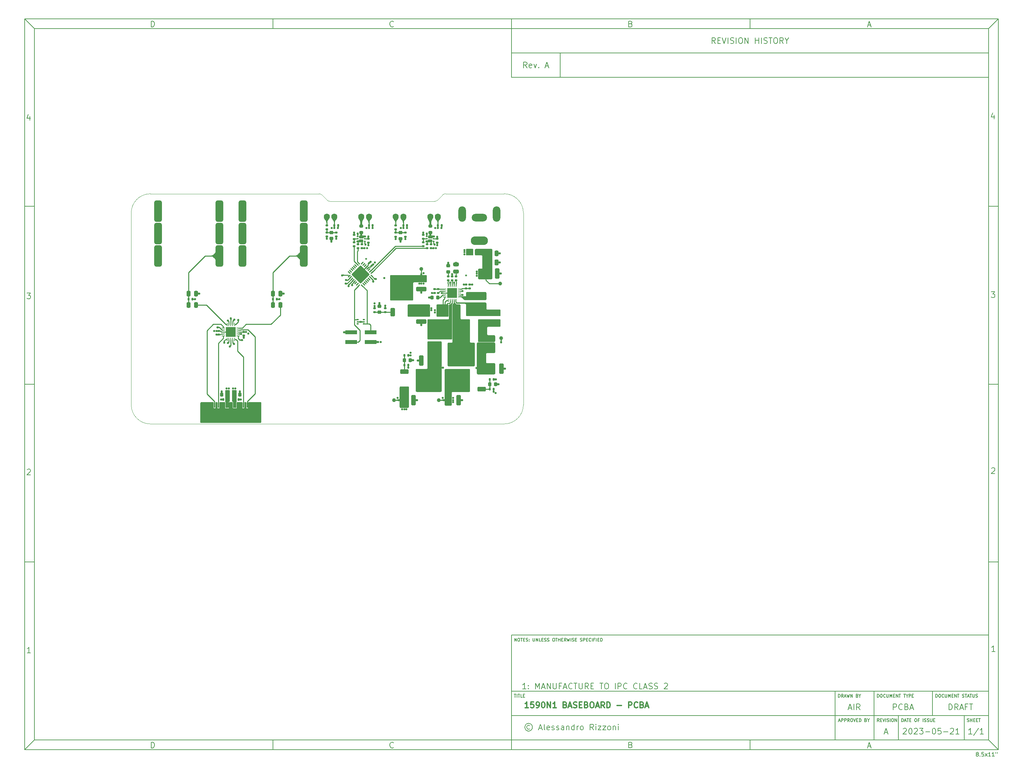
<source format=gbr>
%TF.GenerationSoftware,KiCad,Pcbnew,7.0.7*%
%TF.CreationDate,2023-08-19T17:10:15-04:00*%
%TF.ProjectId,baseboard,62617365-626f-4617-9264-2e6b69636164,A*%
%TF.SameCoordinates,Original*%
%TF.FileFunction,Copper,L1,Top*%
%TF.FilePolarity,Positive*%
%FSLAX46Y46*%
G04 Gerber Fmt 4.6, Leading zero omitted, Abs format (unit mm)*
G04 Created by KiCad (PCBNEW 7.0.7) date 2023-08-19 17:10:15*
%MOMM*%
%LPD*%
G01*
G04 APERTURE LIST*
G04 Aperture macros list*
%AMRoundRect*
0 Rectangle with rounded corners*
0 $1 Rounding radius*
0 $2 $3 $4 $5 $6 $7 $8 $9 X,Y pos of 4 corners*
0 Add a 4 corners polygon primitive as box body*
4,1,4,$2,$3,$4,$5,$6,$7,$8,$9,$2,$3,0*
0 Add four circle primitives for the rounded corners*
1,1,$1+$1,$2,$3*
1,1,$1+$1,$4,$5*
1,1,$1+$1,$6,$7*
1,1,$1+$1,$8,$9*
0 Add four rect primitives between the rounded corners*
20,1,$1+$1,$2,$3,$4,$5,0*
20,1,$1+$1,$4,$5,$6,$7,0*
20,1,$1+$1,$6,$7,$8,$9,0*
20,1,$1+$1,$8,$9,$2,$3,0*%
%AMFreePoly0*
4,1,21,1.328536,1.153536,1.330000,1.150000,1.330000,-1.150000,1.328536,-1.153536,1.325000,-1.155000,0.075000,-1.155000,0.071464,-1.153536,0.070000,-1.150000,0.070000,-0.455000,-1.325000,-0.455000,-1.328536,-0.453536,-1.330000,-0.450000,-1.330000,0.650000,-1.328536,0.653536,-1.325000,0.655000,-0.630000,0.655000,-0.630000,1.150000,-0.628536,1.153536,-0.625000,1.155000,1.325000,1.155000,
1.328536,1.153536,1.328536,1.153536,$1*%
%AMFreePoly1*
4,1,21,0.628536,1.153536,0.630000,1.150000,0.630000,0.655000,1.325000,0.655000,1.328536,0.653536,1.330000,0.650000,1.330000,-0.450000,1.328536,-0.453536,1.325000,-0.455000,-0.070000,-0.455000,-0.070000,-1.150000,-0.071464,-1.153536,-0.075000,-1.155000,-1.325000,-1.155000,-1.328536,-1.153536,-1.330000,-1.150000,-1.330000,1.150000,-1.328536,1.153536,-1.325000,1.155000,0.625000,1.155000,
0.628536,1.153536,0.628536,1.153536,$1*%
G04 Aperture macros list end*
%ADD10C,0.100000*%
%ADD11C,0.150000*%
%ADD12C,0.300000*%
%TA.AperFunction,EtchedComponent*%
%ADD13C,0.200000*%
%TD*%
%TA.AperFunction,SMDPad,CuDef*%
%ADD14RoundRect,0.135000X0.185000X-0.135000X0.185000X0.135000X-0.185000X0.135000X-0.185000X-0.135000X0*%
%TD*%
%TA.AperFunction,SMDPad,CuDef*%
%ADD15RoundRect,0.062500X0.220971X0.309359X-0.309359X-0.220971X-0.220971X-0.309359X0.309359X0.220971X0*%
%TD*%
%TA.AperFunction,SMDPad,CuDef*%
%ADD16RoundRect,0.062500X-0.220971X0.309359X-0.309359X0.220971X0.220971X-0.309359X0.309359X-0.220971X0*%
%TD*%
%TA.AperFunction,SMDPad,CuDef*%
%ADD17RoundRect,0.172500X0.000000X2.195567X-2.195567X0.000000X0.000000X-2.195567X2.195567X0.000000X0*%
%TD*%
%TA.AperFunction,SMDPad,CuDef*%
%ADD18C,1.000000*%
%TD*%
%TA.AperFunction,SMDPad,CuDef*%
%ADD19RoundRect,0.225000X-0.225000X-0.250000X0.225000X-0.250000X0.225000X0.250000X-0.225000X0.250000X0*%
%TD*%
%TA.AperFunction,SMDPad,CuDef*%
%ADD20RoundRect,0.250000X-0.325000X-1.100000X0.325000X-1.100000X0.325000X1.100000X-0.325000X1.100000X0*%
%TD*%
%TA.AperFunction,SMDPad,CuDef*%
%ADD21RoundRect,0.140000X0.140000X0.170000X-0.140000X0.170000X-0.140000X-0.170000X0.140000X-0.170000X0*%
%TD*%
%TA.AperFunction,SMDPad,CuDef*%
%ADD22RoundRect,0.225000X0.250000X-0.225000X0.250000X0.225000X-0.250000X0.225000X-0.250000X-0.225000X0*%
%TD*%
%TA.AperFunction,ComponentPad*%
%ADD23C,1.600000*%
%TD*%
%TA.AperFunction,SMDPad,CuDef*%
%ADD24RoundRect,0.250000X1.100000X-0.325000X1.100000X0.325000X-1.100000X0.325000X-1.100000X-0.325000X0*%
%TD*%
%TA.AperFunction,SMDPad,CuDef*%
%ADD25RoundRect,0.135000X-0.185000X0.135000X-0.185000X-0.135000X0.185000X-0.135000X0.185000X0.135000X0*%
%TD*%
%TA.AperFunction,SMDPad,CuDef*%
%ADD26RoundRect,0.225000X0.225000X0.250000X-0.225000X0.250000X-0.225000X-0.250000X0.225000X-0.250000X0*%
%TD*%
%TA.AperFunction,SMDPad,CuDef*%
%ADD27R,3.150000X1.000000*%
%TD*%
%TA.AperFunction,ComponentPad*%
%ADD28O,4.500000X2.250000*%
%TD*%
%TA.AperFunction,ComponentPad*%
%ADD29O,4.000000X2.000000*%
%TD*%
%TA.AperFunction,ComponentPad*%
%ADD30O,2.000000X4.000000*%
%TD*%
%TA.AperFunction,SMDPad,CuDef*%
%ADD31RoundRect,0.250000X0.325000X1.100000X-0.325000X1.100000X-0.325000X-1.100000X0.325000X-1.100000X0*%
%TD*%
%TA.AperFunction,SMDPad,CuDef*%
%ADD32C,0.500000*%
%TD*%
%TA.AperFunction,SMDPad,CuDef*%
%ADD33R,0.300000X1.400000*%
%TD*%
%TA.AperFunction,SMDPad,CuDef*%
%ADD34FreePoly0,0.000000*%
%TD*%
%TA.AperFunction,SMDPad,CuDef*%
%ADD35FreePoly1,0.000000*%
%TD*%
%TA.AperFunction,SMDPad,CuDef*%
%ADD36RoundRect,0.062500X0.375000X0.062500X-0.375000X0.062500X-0.375000X-0.062500X0.375000X-0.062500X0*%
%TD*%
%TA.AperFunction,SMDPad,CuDef*%
%ADD37RoundRect,0.062500X0.062500X0.375000X-0.062500X0.375000X-0.062500X-0.375000X0.062500X-0.375000X0*%
%TD*%
%TA.AperFunction,SMDPad,CuDef*%
%ADD38RoundRect,0.130000X1.170000X1.170000X-1.170000X1.170000X-1.170000X-1.170000X1.170000X-1.170000X0*%
%TD*%
%TA.AperFunction,SMDPad,CuDef*%
%ADD39RoundRect,0.087500X0.162500X-0.087500X0.162500X0.087500X-0.162500X0.087500X-0.162500X-0.087500X0*%
%TD*%
%TA.AperFunction,SMDPad,CuDef*%
%ADD40RoundRect,0.150000X0.350000X-0.150000X0.350000X0.150000X-0.350000X0.150000X-0.350000X-0.150000X0*%
%TD*%
%TA.AperFunction,SMDPad,CuDef*%
%ADD41RoundRect,0.140000X-0.170000X0.140000X-0.170000X-0.140000X0.170000X-0.140000X0.170000X0.140000X0*%
%TD*%
%TA.AperFunction,SMDPad,CuDef*%
%ADD42RoundRect,0.250000X-0.850000X-0.350000X0.850000X-0.350000X0.850000X0.350000X-0.850000X0.350000X0*%
%TD*%
%TA.AperFunction,SMDPad,CuDef*%
%ADD43RoundRect,0.250000X-1.275000X-1.125000X1.275000X-1.125000X1.275000X1.125000X-1.275000X1.125000X0*%
%TD*%
%TA.AperFunction,SMDPad,CuDef*%
%ADD44RoundRect,0.249997X-2.950003X-2.650003X2.950003X-2.650003X2.950003X2.650003X-2.950003X2.650003X0*%
%TD*%
%TA.AperFunction,SMDPad,CuDef*%
%ADD45RoundRect,0.200000X-0.275000X0.200000X-0.275000X-0.200000X0.275000X-0.200000X0.275000X0.200000X0*%
%TD*%
%TA.AperFunction,SMDPad,CuDef*%
%ADD46RoundRect,0.040000X-0.185000X0.160000X-0.185000X-0.160000X0.185000X-0.160000X0.185000X0.160000X0*%
%TD*%
%TA.AperFunction,SMDPad,CuDef*%
%ADD47RoundRect,0.030000X-0.195000X0.120000X-0.195000X-0.120000X0.195000X-0.120000X0.195000X0.120000X0*%
%TD*%
%TA.AperFunction,SMDPad,CuDef*%
%ADD48RoundRect,0.135000X-0.135000X-0.185000X0.135000X-0.185000X0.135000X0.185000X-0.135000X0.185000X0*%
%TD*%
%TA.AperFunction,SMDPad,CuDef*%
%ADD49RoundRect,0.250000X0.250000X0.475000X-0.250000X0.475000X-0.250000X-0.475000X0.250000X-0.475000X0*%
%TD*%
%TA.AperFunction,SMDPad,CuDef*%
%ADD50RoundRect,0.475000X-0.475000X-2.075000X0.475000X-2.075000X0.475000X2.075000X-0.475000X2.075000X0*%
%TD*%
%TA.AperFunction,SMDPad,CuDef*%
%ADD51RoundRect,0.250000X-0.475000X0.250000X-0.475000X-0.250000X0.475000X-0.250000X0.475000X0.250000X0*%
%TD*%
%TA.AperFunction,SMDPad,CuDef*%
%ADD52RoundRect,0.250000X-0.250000X-0.475000X0.250000X-0.475000X0.250000X0.475000X-0.250000X0.475000X0*%
%TD*%
%TA.AperFunction,ComponentPad*%
%ADD53RoundRect,0.500000X-0.500000X-2.300000X0.500000X-2.300000X0.500000X2.300000X-0.500000X2.300000X0*%
%TD*%
%TA.AperFunction,SMDPad,CuDef*%
%ADD54RoundRect,0.250000X0.350000X-0.850000X0.350000X0.850000X-0.350000X0.850000X-0.350000X-0.850000X0*%
%TD*%
%TA.AperFunction,SMDPad,CuDef*%
%ADD55RoundRect,0.250000X1.125000X-1.275000X1.125000X1.275000X-1.125000X1.275000X-1.125000X-1.275000X0*%
%TD*%
%TA.AperFunction,SMDPad,CuDef*%
%ADD56RoundRect,0.249997X2.650003X-2.950003X2.650003X2.950003X-2.650003X2.950003X-2.650003X-2.950003X0*%
%TD*%
%TA.AperFunction,SMDPad,CuDef*%
%ADD57RoundRect,0.250000X0.850000X0.350000X-0.850000X0.350000X-0.850000X-0.350000X0.850000X-0.350000X0*%
%TD*%
%TA.AperFunction,SMDPad,CuDef*%
%ADD58RoundRect,0.250000X1.275000X1.125000X-1.275000X1.125000X-1.275000X-1.125000X1.275000X-1.125000X0*%
%TD*%
%TA.AperFunction,SMDPad,CuDef*%
%ADD59RoundRect,0.249997X2.950003X2.650003X-2.950003X2.650003X-2.950003X-2.650003X2.950003X-2.650003X0*%
%TD*%
%TA.AperFunction,SMDPad,CuDef*%
%ADD60RoundRect,0.140000X-0.219203X-0.021213X-0.021213X-0.219203X0.219203X0.021213X0.021213X0.219203X0*%
%TD*%
%TA.AperFunction,SMDPad,CuDef*%
%ADD61RoundRect,0.475000X-2.075000X0.475000X-2.075000X-0.475000X2.075000X-0.475000X2.075000X0.475000X0*%
%TD*%
%TA.AperFunction,SMDPad,CuDef*%
%ADD62RoundRect,0.225000X-0.250000X0.225000X-0.250000X-0.225000X0.250000X-0.225000X0.250000X0.225000X0*%
%TD*%
%TA.AperFunction,SMDPad,CuDef*%
%ADD63RoundRect,0.135000X0.135000X0.185000X-0.135000X0.185000X-0.135000X-0.185000X0.135000X-0.185000X0*%
%TD*%
%TA.AperFunction,SMDPad,CuDef*%
%ADD64RoundRect,0.250000X-0.500000X0.950000X-0.500000X-0.950000X0.500000X-0.950000X0.500000X0.950000X0*%
%TD*%
%TA.AperFunction,SMDPad,CuDef*%
%ADD65RoundRect,0.250000X-0.500000X0.275000X-0.500000X-0.275000X0.500000X-0.275000X0.500000X0.275000X0*%
%TD*%
%TA.AperFunction,SMDPad,CuDef*%
%ADD66RoundRect,0.062500X-0.375000X-0.062500X0.375000X-0.062500X0.375000X0.062500X-0.375000X0.062500X0*%
%TD*%
%TA.AperFunction,SMDPad,CuDef*%
%ADD67RoundRect,0.062500X-0.062500X-0.375000X0.062500X-0.375000X0.062500X0.375000X-0.062500X0.375000X0*%
%TD*%
%TA.AperFunction,SMDPad,CuDef*%
%ADD68RoundRect,0.130000X-1.170000X-1.170000X1.170000X-1.170000X1.170000X1.170000X-1.170000X1.170000X0*%
%TD*%
%TA.AperFunction,SMDPad,CuDef*%
%ADD69RoundRect,0.250000X-0.950000X-0.500000X0.950000X-0.500000X0.950000X0.500000X-0.950000X0.500000X0*%
%TD*%
%TA.AperFunction,SMDPad,CuDef*%
%ADD70RoundRect,0.250000X-0.275000X-0.500000X0.275000X-0.500000X0.275000X0.500000X-0.275000X0.500000X0*%
%TD*%
%TA.AperFunction,SMDPad,CuDef*%
%ADD71RoundRect,0.250000X0.500000X-0.950000X0.500000X0.950000X-0.500000X0.950000X-0.500000X-0.950000X0*%
%TD*%
%TA.AperFunction,SMDPad,CuDef*%
%ADD72RoundRect,0.250000X0.500000X-0.275000X0.500000X0.275000X-0.500000X0.275000X-0.500000X-0.275000X0*%
%TD*%
%TA.AperFunction,ComponentPad*%
%ADD73C,0.600000*%
%TD*%
%TA.AperFunction,SMDPad,CuDef*%
%ADD74RoundRect,0.140000X-0.140000X-0.170000X0.140000X-0.170000X0.140000X0.170000X-0.140000X0.170000X0*%
%TD*%
%TA.AperFunction,SMDPad,CuDef*%
%ADD75RoundRect,0.475000X0.475000X2.075000X-0.475000X2.075000X-0.475000X-2.075000X0.475000X-2.075000X0*%
%TD*%
%TA.AperFunction,SMDPad,CuDef*%
%ADD76RoundRect,0.250000X0.950000X0.500000X-0.950000X0.500000X-0.950000X-0.500000X0.950000X-0.500000X0*%
%TD*%
%TA.AperFunction,SMDPad,CuDef*%
%ADD77RoundRect,0.250000X0.275000X0.500000X-0.275000X0.500000X-0.275000X-0.500000X0.275000X-0.500000X0*%
%TD*%
%TA.AperFunction,ViaPad*%
%ADD78C,0.550000*%
%TD*%
%TA.AperFunction,Conductor*%
%ADD79C,0.250000*%
%TD*%
%TA.AperFunction,Conductor*%
%ADD80C,0.500000*%
%TD*%
%TA.AperFunction,Profile*%
%ADD81C,0.050000*%
%TD*%
G04 APERTURE END LIST*
D10*
D11*
X259813572Y-199154128D02*
X258956429Y-199154128D01*
X259385000Y-199154128D02*
X259385000Y-197654128D01*
X259385000Y-197654128D02*
X259242143Y-197868414D01*
X259242143Y-197868414D02*
X259099286Y-198011271D01*
X259099286Y-198011271D02*
X258956429Y-198082700D01*
X261527857Y-197582700D02*
X260242143Y-199511271D01*
X262813572Y-199154128D02*
X261956429Y-199154128D01*
X262385000Y-199154128D02*
X262385000Y-197654128D01*
X262385000Y-197654128D02*
X262242143Y-197868414D01*
X262242143Y-197868414D02*
X262099286Y-198011271D01*
X262099286Y-198011271D02*
X261956429Y-198082700D01*
D10*
D11*
X140409874Y-188759295D02*
X140867017Y-188759295D01*
X140638445Y-189559295D02*
X140638445Y-188759295D01*
X141133684Y-189559295D02*
X141133684Y-188759295D01*
X141400350Y-188759295D02*
X141857493Y-188759295D01*
X141628921Y-189559295D02*
X141628921Y-188759295D01*
X142505112Y-189559295D02*
X142124160Y-189559295D01*
X142124160Y-189559295D02*
X142124160Y-188759295D01*
X142771779Y-189140247D02*
X143038445Y-189140247D01*
X143152731Y-189559295D02*
X142771779Y-189559295D01*
X142771779Y-189559295D02*
X142771779Y-188759295D01*
X142771779Y-188759295D02*
X143152731Y-188759295D01*
D10*
D11*
X235596303Y-195909295D02*
X235329636Y-195528342D01*
X235139160Y-195909295D02*
X235139160Y-195109295D01*
X235139160Y-195109295D02*
X235443922Y-195109295D01*
X235443922Y-195109295D02*
X235520112Y-195147390D01*
X235520112Y-195147390D02*
X235558207Y-195185485D01*
X235558207Y-195185485D02*
X235596303Y-195261676D01*
X235596303Y-195261676D02*
X235596303Y-195375961D01*
X235596303Y-195375961D02*
X235558207Y-195452152D01*
X235558207Y-195452152D02*
X235520112Y-195490247D01*
X235520112Y-195490247D02*
X235443922Y-195528342D01*
X235443922Y-195528342D02*
X235139160Y-195528342D01*
X235939160Y-195490247D02*
X236205826Y-195490247D01*
X236320112Y-195909295D02*
X235939160Y-195909295D01*
X235939160Y-195909295D02*
X235939160Y-195109295D01*
X235939160Y-195109295D02*
X236320112Y-195109295D01*
X236548684Y-195109295D02*
X236815351Y-195909295D01*
X236815351Y-195909295D02*
X237082017Y-195109295D01*
X237348684Y-195909295D02*
X237348684Y-195109295D01*
X237691540Y-195871200D02*
X237805826Y-195909295D01*
X237805826Y-195909295D02*
X237996302Y-195909295D01*
X237996302Y-195909295D02*
X238072493Y-195871200D01*
X238072493Y-195871200D02*
X238110588Y-195833104D01*
X238110588Y-195833104D02*
X238148683Y-195756914D01*
X238148683Y-195756914D02*
X238148683Y-195680723D01*
X238148683Y-195680723D02*
X238110588Y-195604533D01*
X238110588Y-195604533D02*
X238072493Y-195566438D01*
X238072493Y-195566438D02*
X237996302Y-195528342D01*
X237996302Y-195528342D02*
X237843921Y-195490247D01*
X237843921Y-195490247D02*
X237767731Y-195452152D01*
X237767731Y-195452152D02*
X237729636Y-195414057D01*
X237729636Y-195414057D02*
X237691540Y-195337866D01*
X237691540Y-195337866D02*
X237691540Y-195261676D01*
X237691540Y-195261676D02*
X237729636Y-195185485D01*
X237729636Y-195185485D02*
X237767731Y-195147390D01*
X237767731Y-195147390D02*
X237843921Y-195109295D01*
X237843921Y-195109295D02*
X238034398Y-195109295D01*
X238034398Y-195109295D02*
X238148683Y-195147390D01*
X238491541Y-195909295D02*
X238491541Y-195109295D01*
X239024874Y-195109295D02*
X239177255Y-195109295D01*
X239177255Y-195109295D02*
X239253445Y-195147390D01*
X239253445Y-195147390D02*
X239329636Y-195223580D01*
X239329636Y-195223580D02*
X239367731Y-195375961D01*
X239367731Y-195375961D02*
X239367731Y-195642628D01*
X239367731Y-195642628D02*
X239329636Y-195795009D01*
X239329636Y-195795009D02*
X239253445Y-195871200D01*
X239253445Y-195871200D02*
X239177255Y-195909295D01*
X239177255Y-195909295D02*
X239024874Y-195909295D01*
X239024874Y-195909295D02*
X238948683Y-195871200D01*
X238948683Y-195871200D02*
X238872493Y-195795009D01*
X238872493Y-195795009D02*
X238834397Y-195642628D01*
X238834397Y-195642628D02*
X238834397Y-195375961D01*
X238834397Y-195375961D02*
X238872493Y-195223580D01*
X238872493Y-195223580D02*
X238948683Y-195147390D01*
X238948683Y-195147390D02*
X239024874Y-195109295D01*
X239710588Y-195909295D02*
X239710588Y-195109295D01*
X239710588Y-195109295D02*
X240167731Y-195909295D01*
X240167731Y-195909295D02*
X240167731Y-195109295D01*
D10*
D11*
X241489160Y-195909295D02*
X241489160Y-195109295D01*
X241489160Y-195109295D02*
X241679636Y-195109295D01*
X241679636Y-195109295D02*
X241793922Y-195147390D01*
X241793922Y-195147390D02*
X241870112Y-195223580D01*
X241870112Y-195223580D02*
X241908207Y-195299771D01*
X241908207Y-195299771D02*
X241946303Y-195452152D01*
X241946303Y-195452152D02*
X241946303Y-195566438D01*
X241946303Y-195566438D02*
X241908207Y-195718819D01*
X241908207Y-195718819D02*
X241870112Y-195795009D01*
X241870112Y-195795009D02*
X241793922Y-195871200D01*
X241793922Y-195871200D02*
X241679636Y-195909295D01*
X241679636Y-195909295D02*
X241489160Y-195909295D01*
X242251064Y-195680723D02*
X242632017Y-195680723D01*
X242174874Y-195909295D02*
X242441541Y-195109295D01*
X242441541Y-195109295D02*
X242708207Y-195909295D01*
X242860588Y-195109295D02*
X243317731Y-195109295D01*
X243089159Y-195909295D02*
X243089159Y-195109295D01*
X243584398Y-195490247D02*
X243851064Y-195490247D01*
X243965350Y-195909295D02*
X243584398Y-195909295D01*
X243584398Y-195909295D02*
X243584398Y-195109295D01*
X243584398Y-195109295D02*
X243965350Y-195109295D01*
X245070113Y-195109295D02*
X245222494Y-195109295D01*
X245222494Y-195109295D02*
X245298684Y-195147390D01*
X245298684Y-195147390D02*
X245374875Y-195223580D01*
X245374875Y-195223580D02*
X245412970Y-195375961D01*
X245412970Y-195375961D02*
X245412970Y-195642628D01*
X245412970Y-195642628D02*
X245374875Y-195795009D01*
X245374875Y-195795009D02*
X245298684Y-195871200D01*
X245298684Y-195871200D02*
X245222494Y-195909295D01*
X245222494Y-195909295D02*
X245070113Y-195909295D01*
X245070113Y-195909295D02*
X244993922Y-195871200D01*
X244993922Y-195871200D02*
X244917732Y-195795009D01*
X244917732Y-195795009D02*
X244879636Y-195642628D01*
X244879636Y-195642628D02*
X244879636Y-195375961D01*
X244879636Y-195375961D02*
X244917732Y-195223580D01*
X244917732Y-195223580D02*
X244993922Y-195147390D01*
X244993922Y-195147390D02*
X245070113Y-195109295D01*
X246022493Y-195490247D02*
X245755827Y-195490247D01*
X245755827Y-195909295D02*
X245755827Y-195109295D01*
X245755827Y-195109295D02*
X246136779Y-195109295D01*
X247051065Y-195909295D02*
X247051065Y-195109295D01*
X247393921Y-195871200D02*
X247508207Y-195909295D01*
X247508207Y-195909295D02*
X247698683Y-195909295D01*
X247698683Y-195909295D02*
X247774874Y-195871200D01*
X247774874Y-195871200D02*
X247812969Y-195833104D01*
X247812969Y-195833104D02*
X247851064Y-195756914D01*
X247851064Y-195756914D02*
X247851064Y-195680723D01*
X247851064Y-195680723D02*
X247812969Y-195604533D01*
X247812969Y-195604533D02*
X247774874Y-195566438D01*
X247774874Y-195566438D02*
X247698683Y-195528342D01*
X247698683Y-195528342D02*
X247546302Y-195490247D01*
X247546302Y-195490247D02*
X247470112Y-195452152D01*
X247470112Y-195452152D02*
X247432017Y-195414057D01*
X247432017Y-195414057D02*
X247393921Y-195337866D01*
X247393921Y-195337866D02*
X247393921Y-195261676D01*
X247393921Y-195261676D02*
X247432017Y-195185485D01*
X247432017Y-195185485D02*
X247470112Y-195147390D01*
X247470112Y-195147390D02*
X247546302Y-195109295D01*
X247546302Y-195109295D02*
X247736779Y-195109295D01*
X247736779Y-195109295D02*
X247851064Y-195147390D01*
X248155826Y-195871200D02*
X248270112Y-195909295D01*
X248270112Y-195909295D02*
X248460588Y-195909295D01*
X248460588Y-195909295D02*
X248536779Y-195871200D01*
X248536779Y-195871200D02*
X248574874Y-195833104D01*
X248574874Y-195833104D02*
X248612969Y-195756914D01*
X248612969Y-195756914D02*
X248612969Y-195680723D01*
X248612969Y-195680723D02*
X248574874Y-195604533D01*
X248574874Y-195604533D02*
X248536779Y-195566438D01*
X248536779Y-195566438D02*
X248460588Y-195528342D01*
X248460588Y-195528342D02*
X248308207Y-195490247D01*
X248308207Y-195490247D02*
X248232017Y-195452152D01*
X248232017Y-195452152D02*
X248193922Y-195414057D01*
X248193922Y-195414057D02*
X248155826Y-195337866D01*
X248155826Y-195337866D02*
X248155826Y-195261676D01*
X248155826Y-195261676D02*
X248193922Y-195185485D01*
X248193922Y-195185485D02*
X248232017Y-195147390D01*
X248232017Y-195147390D02*
X248308207Y-195109295D01*
X248308207Y-195109295D02*
X248498684Y-195109295D01*
X248498684Y-195109295D02*
X248612969Y-195147390D01*
X248955827Y-195109295D02*
X248955827Y-195756914D01*
X248955827Y-195756914D02*
X248993922Y-195833104D01*
X248993922Y-195833104D02*
X249032017Y-195871200D01*
X249032017Y-195871200D02*
X249108208Y-195909295D01*
X249108208Y-195909295D02*
X249260589Y-195909295D01*
X249260589Y-195909295D02*
X249336779Y-195871200D01*
X249336779Y-195871200D02*
X249374874Y-195833104D01*
X249374874Y-195833104D02*
X249412970Y-195756914D01*
X249412970Y-195756914D02*
X249412970Y-195109295D01*
X249793922Y-195490247D02*
X250060588Y-195490247D01*
X250174874Y-195909295D02*
X249793922Y-195909295D01*
X249793922Y-195909295D02*
X249793922Y-195109295D01*
X249793922Y-195109295D02*
X250174874Y-195109295D01*
D10*
D11*
X258596064Y-195871200D02*
X258710350Y-195909295D01*
X258710350Y-195909295D02*
X258900826Y-195909295D01*
X258900826Y-195909295D02*
X258977017Y-195871200D01*
X258977017Y-195871200D02*
X259015112Y-195833104D01*
X259015112Y-195833104D02*
X259053207Y-195756914D01*
X259053207Y-195756914D02*
X259053207Y-195680723D01*
X259053207Y-195680723D02*
X259015112Y-195604533D01*
X259015112Y-195604533D02*
X258977017Y-195566438D01*
X258977017Y-195566438D02*
X258900826Y-195528342D01*
X258900826Y-195528342D02*
X258748445Y-195490247D01*
X258748445Y-195490247D02*
X258672255Y-195452152D01*
X258672255Y-195452152D02*
X258634160Y-195414057D01*
X258634160Y-195414057D02*
X258596064Y-195337866D01*
X258596064Y-195337866D02*
X258596064Y-195261676D01*
X258596064Y-195261676D02*
X258634160Y-195185485D01*
X258634160Y-195185485D02*
X258672255Y-195147390D01*
X258672255Y-195147390D02*
X258748445Y-195109295D01*
X258748445Y-195109295D02*
X258938922Y-195109295D01*
X258938922Y-195109295D02*
X259053207Y-195147390D01*
X259396065Y-195909295D02*
X259396065Y-195109295D01*
X259396065Y-195490247D02*
X259853208Y-195490247D01*
X259853208Y-195909295D02*
X259853208Y-195109295D01*
X260234160Y-195490247D02*
X260500826Y-195490247D01*
X260615112Y-195909295D02*
X260234160Y-195909295D01*
X260234160Y-195909295D02*
X260234160Y-195109295D01*
X260234160Y-195109295D02*
X260615112Y-195109295D01*
X260957970Y-195490247D02*
X261224636Y-195490247D01*
X261338922Y-195909295D02*
X260957970Y-195909295D01*
X260957970Y-195909295D02*
X260957970Y-195109295D01*
X260957970Y-195109295D02*
X261338922Y-195109295D01*
X261567494Y-195109295D02*
X262024637Y-195109295D01*
X261796065Y-195909295D02*
X261796065Y-195109295D01*
D10*
D11*
X239299285Y-192804128D02*
X239299285Y-191304128D01*
X239299285Y-191304128D02*
X239870714Y-191304128D01*
X239870714Y-191304128D02*
X240013571Y-191375557D01*
X240013571Y-191375557D02*
X240085000Y-191446985D01*
X240085000Y-191446985D02*
X240156428Y-191589842D01*
X240156428Y-191589842D02*
X240156428Y-191804128D01*
X240156428Y-191804128D02*
X240085000Y-191946985D01*
X240085000Y-191946985D02*
X240013571Y-192018414D01*
X240013571Y-192018414D02*
X239870714Y-192089842D01*
X239870714Y-192089842D02*
X239299285Y-192089842D01*
X241656428Y-192661271D02*
X241585000Y-192732700D01*
X241585000Y-192732700D02*
X241370714Y-192804128D01*
X241370714Y-192804128D02*
X241227857Y-192804128D01*
X241227857Y-192804128D02*
X241013571Y-192732700D01*
X241013571Y-192732700D02*
X240870714Y-192589842D01*
X240870714Y-192589842D02*
X240799285Y-192446985D01*
X240799285Y-192446985D02*
X240727857Y-192161271D01*
X240727857Y-192161271D02*
X240727857Y-191946985D01*
X240727857Y-191946985D02*
X240799285Y-191661271D01*
X240799285Y-191661271D02*
X240870714Y-191518414D01*
X240870714Y-191518414D02*
X241013571Y-191375557D01*
X241013571Y-191375557D02*
X241227857Y-191304128D01*
X241227857Y-191304128D02*
X241370714Y-191304128D01*
X241370714Y-191304128D02*
X241585000Y-191375557D01*
X241585000Y-191375557D02*
X241656428Y-191446985D01*
X242799285Y-192018414D02*
X243013571Y-192089842D01*
X243013571Y-192089842D02*
X243085000Y-192161271D01*
X243085000Y-192161271D02*
X243156428Y-192304128D01*
X243156428Y-192304128D02*
X243156428Y-192518414D01*
X243156428Y-192518414D02*
X243085000Y-192661271D01*
X243085000Y-192661271D02*
X243013571Y-192732700D01*
X243013571Y-192732700D02*
X242870714Y-192804128D01*
X242870714Y-192804128D02*
X242299285Y-192804128D01*
X242299285Y-192804128D02*
X242299285Y-191304128D01*
X242299285Y-191304128D02*
X242799285Y-191304128D01*
X242799285Y-191304128D02*
X242942143Y-191375557D01*
X242942143Y-191375557D02*
X243013571Y-191446985D01*
X243013571Y-191446985D02*
X243085000Y-191589842D01*
X243085000Y-191589842D02*
X243085000Y-191732700D01*
X243085000Y-191732700D02*
X243013571Y-191875557D01*
X243013571Y-191875557D02*
X242942143Y-191946985D01*
X242942143Y-191946985D02*
X242799285Y-192018414D01*
X242799285Y-192018414D02*
X242299285Y-192018414D01*
X243727857Y-192375557D02*
X244442143Y-192375557D01*
X243585000Y-192804128D02*
X244085000Y-191304128D01*
X244085000Y-191304128D02*
X244585000Y-192804128D01*
D10*
D11*
X225068064Y-195680723D02*
X225449017Y-195680723D01*
X224991874Y-195909295D02*
X225258541Y-195109295D01*
X225258541Y-195109295D02*
X225525207Y-195909295D01*
X225791874Y-195909295D02*
X225791874Y-195109295D01*
X225791874Y-195109295D02*
X226096636Y-195109295D01*
X226096636Y-195109295D02*
X226172826Y-195147390D01*
X226172826Y-195147390D02*
X226210921Y-195185485D01*
X226210921Y-195185485D02*
X226249017Y-195261676D01*
X226249017Y-195261676D02*
X226249017Y-195375961D01*
X226249017Y-195375961D02*
X226210921Y-195452152D01*
X226210921Y-195452152D02*
X226172826Y-195490247D01*
X226172826Y-195490247D02*
X226096636Y-195528342D01*
X226096636Y-195528342D02*
X225791874Y-195528342D01*
X226591874Y-195909295D02*
X226591874Y-195109295D01*
X226591874Y-195109295D02*
X226896636Y-195109295D01*
X226896636Y-195109295D02*
X226972826Y-195147390D01*
X226972826Y-195147390D02*
X227010921Y-195185485D01*
X227010921Y-195185485D02*
X227049017Y-195261676D01*
X227049017Y-195261676D02*
X227049017Y-195375961D01*
X227049017Y-195375961D02*
X227010921Y-195452152D01*
X227010921Y-195452152D02*
X226972826Y-195490247D01*
X226972826Y-195490247D02*
X226896636Y-195528342D01*
X226896636Y-195528342D02*
X226591874Y-195528342D01*
X227849017Y-195909295D02*
X227582350Y-195528342D01*
X227391874Y-195909295D02*
X227391874Y-195109295D01*
X227391874Y-195109295D02*
X227696636Y-195109295D01*
X227696636Y-195109295D02*
X227772826Y-195147390D01*
X227772826Y-195147390D02*
X227810921Y-195185485D01*
X227810921Y-195185485D02*
X227849017Y-195261676D01*
X227849017Y-195261676D02*
X227849017Y-195375961D01*
X227849017Y-195375961D02*
X227810921Y-195452152D01*
X227810921Y-195452152D02*
X227772826Y-195490247D01*
X227772826Y-195490247D02*
X227696636Y-195528342D01*
X227696636Y-195528342D02*
X227391874Y-195528342D01*
X228344255Y-195109295D02*
X228496636Y-195109295D01*
X228496636Y-195109295D02*
X228572826Y-195147390D01*
X228572826Y-195147390D02*
X228649017Y-195223580D01*
X228649017Y-195223580D02*
X228687112Y-195375961D01*
X228687112Y-195375961D02*
X228687112Y-195642628D01*
X228687112Y-195642628D02*
X228649017Y-195795009D01*
X228649017Y-195795009D02*
X228572826Y-195871200D01*
X228572826Y-195871200D02*
X228496636Y-195909295D01*
X228496636Y-195909295D02*
X228344255Y-195909295D01*
X228344255Y-195909295D02*
X228268064Y-195871200D01*
X228268064Y-195871200D02*
X228191874Y-195795009D01*
X228191874Y-195795009D02*
X228153778Y-195642628D01*
X228153778Y-195642628D02*
X228153778Y-195375961D01*
X228153778Y-195375961D02*
X228191874Y-195223580D01*
X228191874Y-195223580D02*
X228268064Y-195147390D01*
X228268064Y-195147390D02*
X228344255Y-195109295D01*
X228915683Y-195109295D02*
X229182350Y-195909295D01*
X229182350Y-195909295D02*
X229449016Y-195109295D01*
X229715683Y-195490247D02*
X229982349Y-195490247D01*
X230096635Y-195909295D02*
X229715683Y-195909295D01*
X229715683Y-195909295D02*
X229715683Y-195109295D01*
X229715683Y-195109295D02*
X230096635Y-195109295D01*
X230439493Y-195909295D02*
X230439493Y-195109295D01*
X230439493Y-195109295D02*
X230629969Y-195109295D01*
X230629969Y-195109295D02*
X230744255Y-195147390D01*
X230744255Y-195147390D02*
X230820445Y-195223580D01*
X230820445Y-195223580D02*
X230858540Y-195299771D01*
X230858540Y-195299771D02*
X230896636Y-195452152D01*
X230896636Y-195452152D02*
X230896636Y-195566438D01*
X230896636Y-195566438D02*
X230858540Y-195718819D01*
X230858540Y-195718819D02*
X230820445Y-195795009D01*
X230820445Y-195795009D02*
X230744255Y-195871200D01*
X230744255Y-195871200D02*
X230629969Y-195909295D01*
X230629969Y-195909295D02*
X230439493Y-195909295D01*
X232115683Y-195490247D02*
X232229969Y-195528342D01*
X232229969Y-195528342D02*
X232268064Y-195566438D01*
X232268064Y-195566438D02*
X232306160Y-195642628D01*
X232306160Y-195642628D02*
X232306160Y-195756914D01*
X232306160Y-195756914D02*
X232268064Y-195833104D01*
X232268064Y-195833104D02*
X232229969Y-195871200D01*
X232229969Y-195871200D02*
X232153779Y-195909295D01*
X232153779Y-195909295D02*
X231849017Y-195909295D01*
X231849017Y-195909295D02*
X231849017Y-195109295D01*
X231849017Y-195109295D02*
X232115683Y-195109295D01*
X232115683Y-195109295D02*
X232191874Y-195147390D01*
X232191874Y-195147390D02*
X232229969Y-195185485D01*
X232229969Y-195185485D02*
X232268064Y-195261676D01*
X232268064Y-195261676D02*
X232268064Y-195337866D01*
X232268064Y-195337866D02*
X232229969Y-195414057D01*
X232229969Y-195414057D02*
X232191874Y-195452152D01*
X232191874Y-195452152D02*
X232115683Y-195490247D01*
X232115683Y-195490247D02*
X231849017Y-195490247D01*
X232801398Y-195528342D02*
X232801398Y-195909295D01*
X232534731Y-195109295D02*
X232801398Y-195528342D01*
X232801398Y-195528342D02*
X233068064Y-195109295D01*
D10*
D11*
X144445112Y-196918271D02*
X144302255Y-196846842D01*
X144302255Y-196846842D02*
X144016541Y-196846842D01*
X144016541Y-196846842D02*
X143873684Y-196918271D01*
X143873684Y-196918271D02*
X143730826Y-197061128D01*
X143730826Y-197061128D02*
X143659398Y-197203985D01*
X143659398Y-197203985D02*
X143659398Y-197489700D01*
X143659398Y-197489700D02*
X143730826Y-197632557D01*
X143730826Y-197632557D02*
X143873684Y-197775414D01*
X143873684Y-197775414D02*
X144016541Y-197846842D01*
X144016541Y-197846842D02*
X144302255Y-197846842D01*
X144302255Y-197846842D02*
X144445112Y-197775414D01*
X144159398Y-196346842D02*
X143802255Y-196418271D01*
X143802255Y-196418271D02*
X143445112Y-196632557D01*
X143445112Y-196632557D02*
X143230826Y-196989700D01*
X143230826Y-196989700D02*
X143159398Y-197346842D01*
X143159398Y-197346842D02*
X143230826Y-197703985D01*
X143230826Y-197703985D02*
X143445112Y-198061128D01*
X143445112Y-198061128D02*
X143802255Y-198275414D01*
X143802255Y-198275414D02*
X144159398Y-198346842D01*
X144159398Y-198346842D02*
X144516541Y-198275414D01*
X144516541Y-198275414D02*
X144873684Y-198061128D01*
X144873684Y-198061128D02*
X145087969Y-197703985D01*
X145087969Y-197703985D02*
X145159398Y-197346842D01*
X145159398Y-197346842D02*
X145087969Y-196989700D01*
X145087969Y-196989700D02*
X144873684Y-196632557D01*
X144873684Y-196632557D02*
X144516541Y-196418271D01*
X144516541Y-196418271D02*
X144159398Y-196346842D01*
X146873684Y-197632557D02*
X147587970Y-197632557D01*
X146730827Y-198061128D02*
X147230827Y-196561128D01*
X147230827Y-196561128D02*
X147730827Y-198061128D01*
X148445112Y-198061128D02*
X148302255Y-197989700D01*
X148302255Y-197989700D02*
X148230826Y-197846842D01*
X148230826Y-197846842D02*
X148230826Y-196561128D01*
X149587969Y-197989700D02*
X149445112Y-198061128D01*
X149445112Y-198061128D02*
X149159398Y-198061128D01*
X149159398Y-198061128D02*
X149016540Y-197989700D01*
X149016540Y-197989700D02*
X148945112Y-197846842D01*
X148945112Y-197846842D02*
X148945112Y-197275414D01*
X148945112Y-197275414D02*
X149016540Y-197132557D01*
X149016540Y-197132557D02*
X149159398Y-197061128D01*
X149159398Y-197061128D02*
X149445112Y-197061128D01*
X149445112Y-197061128D02*
X149587969Y-197132557D01*
X149587969Y-197132557D02*
X149659398Y-197275414D01*
X149659398Y-197275414D02*
X149659398Y-197418271D01*
X149659398Y-197418271D02*
X148945112Y-197561128D01*
X150230826Y-197989700D02*
X150373683Y-198061128D01*
X150373683Y-198061128D02*
X150659397Y-198061128D01*
X150659397Y-198061128D02*
X150802254Y-197989700D01*
X150802254Y-197989700D02*
X150873683Y-197846842D01*
X150873683Y-197846842D02*
X150873683Y-197775414D01*
X150873683Y-197775414D02*
X150802254Y-197632557D01*
X150802254Y-197632557D02*
X150659397Y-197561128D01*
X150659397Y-197561128D02*
X150445112Y-197561128D01*
X150445112Y-197561128D02*
X150302254Y-197489700D01*
X150302254Y-197489700D02*
X150230826Y-197346842D01*
X150230826Y-197346842D02*
X150230826Y-197275414D01*
X150230826Y-197275414D02*
X150302254Y-197132557D01*
X150302254Y-197132557D02*
X150445112Y-197061128D01*
X150445112Y-197061128D02*
X150659397Y-197061128D01*
X150659397Y-197061128D02*
X150802254Y-197132557D01*
X151445112Y-197989700D02*
X151587969Y-198061128D01*
X151587969Y-198061128D02*
X151873683Y-198061128D01*
X151873683Y-198061128D02*
X152016540Y-197989700D01*
X152016540Y-197989700D02*
X152087969Y-197846842D01*
X152087969Y-197846842D02*
X152087969Y-197775414D01*
X152087969Y-197775414D02*
X152016540Y-197632557D01*
X152016540Y-197632557D02*
X151873683Y-197561128D01*
X151873683Y-197561128D02*
X151659398Y-197561128D01*
X151659398Y-197561128D02*
X151516540Y-197489700D01*
X151516540Y-197489700D02*
X151445112Y-197346842D01*
X151445112Y-197346842D02*
X151445112Y-197275414D01*
X151445112Y-197275414D02*
X151516540Y-197132557D01*
X151516540Y-197132557D02*
X151659398Y-197061128D01*
X151659398Y-197061128D02*
X151873683Y-197061128D01*
X151873683Y-197061128D02*
X152016540Y-197132557D01*
X153373684Y-198061128D02*
X153373684Y-197275414D01*
X153373684Y-197275414D02*
X153302255Y-197132557D01*
X153302255Y-197132557D02*
X153159398Y-197061128D01*
X153159398Y-197061128D02*
X152873684Y-197061128D01*
X152873684Y-197061128D02*
X152730826Y-197132557D01*
X153373684Y-197989700D02*
X153230826Y-198061128D01*
X153230826Y-198061128D02*
X152873684Y-198061128D01*
X152873684Y-198061128D02*
X152730826Y-197989700D01*
X152730826Y-197989700D02*
X152659398Y-197846842D01*
X152659398Y-197846842D02*
X152659398Y-197703985D01*
X152659398Y-197703985D02*
X152730826Y-197561128D01*
X152730826Y-197561128D02*
X152873684Y-197489700D01*
X152873684Y-197489700D02*
X153230826Y-197489700D01*
X153230826Y-197489700D02*
X153373684Y-197418271D01*
X154087969Y-197061128D02*
X154087969Y-198061128D01*
X154087969Y-197203985D02*
X154159398Y-197132557D01*
X154159398Y-197132557D02*
X154302255Y-197061128D01*
X154302255Y-197061128D02*
X154516541Y-197061128D01*
X154516541Y-197061128D02*
X154659398Y-197132557D01*
X154659398Y-197132557D02*
X154730827Y-197275414D01*
X154730827Y-197275414D02*
X154730827Y-198061128D01*
X156087970Y-198061128D02*
X156087970Y-196561128D01*
X156087970Y-197989700D02*
X155945112Y-198061128D01*
X155945112Y-198061128D02*
X155659398Y-198061128D01*
X155659398Y-198061128D02*
X155516541Y-197989700D01*
X155516541Y-197989700D02*
X155445112Y-197918271D01*
X155445112Y-197918271D02*
X155373684Y-197775414D01*
X155373684Y-197775414D02*
X155373684Y-197346842D01*
X155373684Y-197346842D02*
X155445112Y-197203985D01*
X155445112Y-197203985D02*
X155516541Y-197132557D01*
X155516541Y-197132557D02*
X155659398Y-197061128D01*
X155659398Y-197061128D02*
X155945112Y-197061128D01*
X155945112Y-197061128D02*
X156087970Y-197132557D01*
X156802255Y-198061128D02*
X156802255Y-197061128D01*
X156802255Y-197346842D02*
X156873684Y-197203985D01*
X156873684Y-197203985D02*
X156945113Y-197132557D01*
X156945113Y-197132557D02*
X157087970Y-197061128D01*
X157087970Y-197061128D02*
X157230827Y-197061128D01*
X157945112Y-198061128D02*
X157802255Y-197989700D01*
X157802255Y-197989700D02*
X157730826Y-197918271D01*
X157730826Y-197918271D02*
X157659398Y-197775414D01*
X157659398Y-197775414D02*
X157659398Y-197346842D01*
X157659398Y-197346842D02*
X157730826Y-197203985D01*
X157730826Y-197203985D02*
X157802255Y-197132557D01*
X157802255Y-197132557D02*
X157945112Y-197061128D01*
X157945112Y-197061128D02*
X158159398Y-197061128D01*
X158159398Y-197061128D02*
X158302255Y-197132557D01*
X158302255Y-197132557D02*
X158373684Y-197203985D01*
X158373684Y-197203985D02*
X158445112Y-197346842D01*
X158445112Y-197346842D02*
X158445112Y-197775414D01*
X158445112Y-197775414D02*
X158373684Y-197918271D01*
X158373684Y-197918271D02*
X158302255Y-197989700D01*
X158302255Y-197989700D02*
X158159398Y-198061128D01*
X158159398Y-198061128D02*
X157945112Y-198061128D01*
X161087969Y-198061128D02*
X160587969Y-197346842D01*
X160230826Y-198061128D02*
X160230826Y-196561128D01*
X160230826Y-196561128D02*
X160802255Y-196561128D01*
X160802255Y-196561128D02*
X160945112Y-196632557D01*
X160945112Y-196632557D02*
X161016541Y-196703985D01*
X161016541Y-196703985D02*
X161087969Y-196846842D01*
X161087969Y-196846842D02*
X161087969Y-197061128D01*
X161087969Y-197061128D02*
X161016541Y-197203985D01*
X161016541Y-197203985D02*
X160945112Y-197275414D01*
X160945112Y-197275414D02*
X160802255Y-197346842D01*
X160802255Y-197346842D02*
X160230826Y-197346842D01*
X161730826Y-198061128D02*
X161730826Y-197061128D01*
X161730826Y-196561128D02*
X161659398Y-196632557D01*
X161659398Y-196632557D02*
X161730826Y-196703985D01*
X161730826Y-196703985D02*
X161802255Y-196632557D01*
X161802255Y-196632557D02*
X161730826Y-196561128D01*
X161730826Y-196561128D02*
X161730826Y-196703985D01*
X162302255Y-197061128D02*
X163087970Y-197061128D01*
X163087970Y-197061128D02*
X162302255Y-198061128D01*
X162302255Y-198061128D02*
X163087970Y-198061128D01*
X163516541Y-197061128D02*
X164302256Y-197061128D01*
X164302256Y-197061128D02*
X163516541Y-198061128D01*
X163516541Y-198061128D02*
X164302256Y-198061128D01*
X165087970Y-198061128D02*
X164945113Y-197989700D01*
X164945113Y-197989700D02*
X164873684Y-197918271D01*
X164873684Y-197918271D02*
X164802256Y-197775414D01*
X164802256Y-197775414D02*
X164802256Y-197346842D01*
X164802256Y-197346842D02*
X164873684Y-197203985D01*
X164873684Y-197203985D02*
X164945113Y-197132557D01*
X164945113Y-197132557D02*
X165087970Y-197061128D01*
X165087970Y-197061128D02*
X165302256Y-197061128D01*
X165302256Y-197061128D02*
X165445113Y-197132557D01*
X165445113Y-197132557D02*
X165516542Y-197203985D01*
X165516542Y-197203985D02*
X165587970Y-197346842D01*
X165587970Y-197346842D02*
X165587970Y-197775414D01*
X165587970Y-197775414D02*
X165516542Y-197918271D01*
X165516542Y-197918271D02*
X165445113Y-197989700D01*
X165445113Y-197989700D02*
X165302256Y-198061128D01*
X165302256Y-198061128D02*
X165087970Y-198061128D01*
X166230827Y-197061128D02*
X166230827Y-198061128D01*
X166230827Y-197203985D02*
X166302256Y-197132557D01*
X166302256Y-197132557D02*
X166445113Y-197061128D01*
X166445113Y-197061128D02*
X166659399Y-197061128D01*
X166659399Y-197061128D02*
X166802256Y-197132557D01*
X166802256Y-197132557D02*
X166873685Y-197275414D01*
X166873685Y-197275414D02*
X166873685Y-198061128D01*
X167587970Y-198061128D02*
X167587970Y-197061128D01*
X167587970Y-196561128D02*
X167516542Y-196632557D01*
X167516542Y-196632557D02*
X167587970Y-196703985D01*
X167587970Y-196703985D02*
X167659399Y-196632557D01*
X167659399Y-196632557D02*
X167587970Y-196561128D01*
X167587970Y-196561128D02*
X167587970Y-196703985D01*
D10*
D11*
X227670714Y-192375557D02*
X228385000Y-192375557D01*
X227527857Y-192804128D02*
X228027857Y-191304128D01*
X228027857Y-191304128D02*
X228527857Y-192804128D01*
X229027856Y-192804128D02*
X229027856Y-191304128D01*
X230599285Y-192804128D02*
X230099285Y-192089842D01*
X229742142Y-192804128D02*
X229742142Y-191304128D01*
X229742142Y-191304128D02*
X230313571Y-191304128D01*
X230313571Y-191304128D02*
X230456428Y-191375557D01*
X230456428Y-191375557D02*
X230527857Y-191446985D01*
X230527857Y-191446985D02*
X230599285Y-191589842D01*
X230599285Y-191589842D02*
X230599285Y-191804128D01*
X230599285Y-191804128D02*
X230527857Y-191946985D01*
X230527857Y-191946985D02*
X230456428Y-192018414D01*
X230456428Y-192018414D02*
X230313571Y-192089842D01*
X230313571Y-192089842D02*
X229742142Y-192089842D01*
D10*
D11*
D10*
D11*
X250379160Y-189559295D02*
X250379160Y-188759295D01*
X250379160Y-188759295D02*
X250569636Y-188759295D01*
X250569636Y-188759295D02*
X250683922Y-188797390D01*
X250683922Y-188797390D02*
X250760112Y-188873580D01*
X250760112Y-188873580D02*
X250798207Y-188949771D01*
X250798207Y-188949771D02*
X250836303Y-189102152D01*
X250836303Y-189102152D02*
X250836303Y-189216438D01*
X250836303Y-189216438D02*
X250798207Y-189368819D01*
X250798207Y-189368819D02*
X250760112Y-189445009D01*
X250760112Y-189445009D02*
X250683922Y-189521200D01*
X250683922Y-189521200D02*
X250569636Y-189559295D01*
X250569636Y-189559295D02*
X250379160Y-189559295D01*
X251331541Y-188759295D02*
X251483922Y-188759295D01*
X251483922Y-188759295D02*
X251560112Y-188797390D01*
X251560112Y-188797390D02*
X251636303Y-188873580D01*
X251636303Y-188873580D02*
X251674398Y-189025961D01*
X251674398Y-189025961D02*
X251674398Y-189292628D01*
X251674398Y-189292628D02*
X251636303Y-189445009D01*
X251636303Y-189445009D02*
X251560112Y-189521200D01*
X251560112Y-189521200D02*
X251483922Y-189559295D01*
X251483922Y-189559295D02*
X251331541Y-189559295D01*
X251331541Y-189559295D02*
X251255350Y-189521200D01*
X251255350Y-189521200D02*
X251179160Y-189445009D01*
X251179160Y-189445009D02*
X251141064Y-189292628D01*
X251141064Y-189292628D02*
X251141064Y-189025961D01*
X251141064Y-189025961D02*
X251179160Y-188873580D01*
X251179160Y-188873580D02*
X251255350Y-188797390D01*
X251255350Y-188797390D02*
X251331541Y-188759295D01*
X252474398Y-189483104D02*
X252436302Y-189521200D01*
X252436302Y-189521200D02*
X252322017Y-189559295D01*
X252322017Y-189559295D02*
X252245826Y-189559295D01*
X252245826Y-189559295D02*
X252131540Y-189521200D01*
X252131540Y-189521200D02*
X252055350Y-189445009D01*
X252055350Y-189445009D02*
X252017255Y-189368819D01*
X252017255Y-189368819D02*
X251979159Y-189216438D01*
X251979159Y-189216438D02*
X251979159Y-189102152D01*
X251979159Y-189102152D02*
X252017255Y-188949771D01*
X252017255Y-188949771D02*
X252055350Y-188873580D01*
X252055350Y-188873580D02*
X252131540Y-188797390D01*
X252131540Y-188797390D02*
X252245826Y-188759295D01*
X252245826Y-188759295D02*
X252322017Y-188759295D01*
X252322017Y-188759295D02*
X252436302Y-188797390D01*
X252436302Y-188797390D02*
X252474398Y-188835485D01*
X252817255Y-188759295D02*
X252817255Y-189406914D01*
X252817255Y-189406914D02*
X252855350Y-189483104D01*
X252855350Y-189483104D02*
X252893445Y-189521200D01*
X252893445Y-189521200D02*
X252969636Y-189559295D01*
X252969636Y-189559295D02*
X253122017Y-189559295D01*
X253122017Y-189559295D02*
X253198207Y-189521200D01*
X253198207Y-189521200D02*
X253236302Y-189483104D01*
X253236302Y-189483104D02*
X253274398Y-189406914D01*
X253274398Y-189406914D02*
X253274398Y-188759295D01*
X253655350Y-189559295D02*
X253655350Y-188759295D01*
X253655350Y-188759295D02*
X253922016Y-189330723D01*
X253922016Y-189330723D02*
X254188683Y-188759295D01*
X254188683Y-188759295D02*
X254188683Y-189559295D01*
X254569636Y-189140247D02*
X254836302Y-189140247D01*
X254950588Y-189559295D02*
X254569636Y-189559295D01*
X254569636Y-189559295D02*
X254569636Y-188759295D01*
X254569636Y-188759295D02*
X254950588Y-188759295D01*
X255293446Y-189559295D02*
X255293446Y-188759295D01*
X255293446Y-188759295D02*
X255750589Y-189559295D01*
X255750589Y-189559295D02*
X255750589Y-188759295D01*
X256017255Y-188759295D02*
X256474398Y-188759295D01*
X256245826Y-189559295D02*
X256245826Y-188759295D01*
X257312493Y-189521200D02*
X257426779Y-189559295D01*
X257426779Y-189559295D02*
X257617255Y-189559295D01*
X257617255Y-189559295D02*
X257693446Y-189521200D01*
X257693446Y-189521200D02*
X257731541Y-189483104D01*
X257731541Y-189483104D02*
X257769636Y-189406914D01*
X257769636Y-189406914D02*
X257769636Y-189330723D01*
X257769636Y-189330723D02*
X257731541Y-189254533D01*
X257731541Y-189254533D02*
X257693446Y-189216438D01*
X257693446Y-189216438D02*
X257617255Y-189178342D01*
X257617255Y-189178342D02*
X257464874Y-189140247D01*
X257464874Y-189140247D02*
X257388684Y-189102152D01*
X257388684Y-189102152D02*
X257350589Y-189064057D01*
X257350589Y-189064057D02*
X257312493Y-188987866D01*
X257312493Y-188987866D02*
X257312493Y-188911676D01*
X257312493Y-188911676D02*
X257350589Y-188835485D01*
X257350589Y-188835485D02*
X257388684Y-188797390D01*
X257388684Y-188797390D02*
X257464874Y-188759295D01*
X257464874Y-188759295D02*
X257655351Y-188759295D01*
X257655351Y-188759295D02*
X257769636Y-188797390D01*
X257998208Y-188759295D02*
X258455351Y-188759295D01*
X258226779Y-189559295D02*
X258226779Y-188759295D01*
X258683922Y-189330723D02*
X259064875Y-189330723D01*
X258607732Y-189559295D02*
X258874399Y-188759295D01*
X258874399Y-188759295D02*
X259141065Y-189559295D01*
X259293446Y-188759295D02*
X259750589Y-188759295D01*
X259522017Y-189559295D02*
X259522017Y-188759295D01*
X260017256Y-188759295D02*
X260017256Y-189406914D01*
X260017256Y-189406914D02*
X260055351Y-189483104D01*
X260055351Y-189483104D02*
X260093446Y-189521200D01*
X260093446Y-189521200D02*
X260169637Y-189559295D01*
X260169637Y-189559295D02*
X260322018Y-189559295D01*
X260322018Y-189559295D02*
X260398208Y-189521200D01*
X260398208Y-189521200D02*
X260436303Y-189483104D01*
X260436303Y-189483104D02*
X260474399Y-189406914D01*
X260474399Y-189406914D02*
X260474399Y-188759295D01*
X260817255Y-189521200D02*
X260931541Y-189559295D01*
X260931541Y-189559295D02*
X261122017Y-189559295D01*
X261122017Y-189559295D02*
X261198208Y-189521200D01*
X261198208Y-189521200D02*
X261236303Y-189483104D01*
X261236303Y-189483104D02*
X261274398Y-189406914D01*
X261274398Y-189406914D02*
X261274398Y-189330723D01*
X261274398Y-189330723D02*
X261236303Y-189254533D01*
X261236303Y-189254533D02*
X261198208Y-189216438D01*
X261198208Y-189216438D02*
X261122017Y-189178342D01*
X261122017Y-189178342D02*
X260969636Y-189140247D01*
X260969636Y-189140247D02*
X260893446Y-189102152D01*
X260893446Y-189102152D02*
X260855351Y-189064057D01*
X260855351Y-189064057D02*
X260817255Y-188987866D01*
X260817255Y-188987866D02*
X260817255Y-188911676D01*
X260817255Y-188911676D02*
X260855351Y-188835485D01*
X260855351Y-188835485D02*
X260893446Y-188797390D01*
X260893446Y-188797390D02*
X260969636Y-188759295D01*
X260969636Y-188759295D02*
X261160113Y-188759295D01*
X261160113Y-188759295D02*
X261274398Y-188797390D01*
D10*
D11*
X224979160Y-189559295D02*
X224979160Y-188759295D01*
X224979160Y-188759295D02*
X225169636Y-188759295D01*
X225169636Y-188759295D02*
X225283922Y-188797390D01*
X225283922Y-188797390D02*
X225360112Y-188873580D01*
X225360112Y-188873580D02*
X225398207Y-188949771D01*
X225398207Y-188949771D02*
X225436303Y-189102152D01*
X225436303Y-189102152D02*
X225436303Y-189216438D01*
X225436303Y-189216438D02*
X225398207Y-189368819D01*
X225398207Y-189368819D02*
X225360112Y-189445009D01*
X225360112Y-189445009D02*
X225283922Y-189521200D01*
X225283922Y-189521200D02*
X225169636Y-189559295D01*
X225169636Y-189559295D02*
X224979160Y-189559295D01*
X226236303Y-189559295D02*
X225969636Y-189178342D01*
X225779160Y-189559295D02*
X225779160Y-188759295D01*
X225779160Y-188759295D02*
X226083922Y-188759295D01*
X226083922Y-188759295D02*
X226160112Y-188797390D01*
X226160112Y-188797390D02*
X226198207Y-188835485D01*
X226198207Y-188835485D02*
X226236303Y-188911676D01*
X226236303Y-188911676D02*
X226236303Y-189025961D01*
X226236303Y-189025961D02*
X226198207Y-189102152D01*
X226198207Y-189102152D02*
X226160112Y-189140247D01*
X226160112Y-189140247D02*
X226083922Y-189178342D01*
X226083922Y-189178342D02*
X225779160Y-189178342D01*
X226541064Y-189330723D02*
X226922017Y-189330723D01*
X226464874Y-189559295D02*
X226731541Y-188759295D01*
X226731541Y-188759295D02*
X226998207Y-189559295D01*
X227188683Y-188759295D02*
X227379159Y-189559295D01*
X227379159Y-189559295D02*
X227531540Y-188987866D01*
X227531540Y-188987866D02*
X227683921Y-189559295D01*
X227683921Y-189559295D02*
X227874398Y-188759295D01*
X228179160Y-189559295D02*
X228179160Y-188759295D01*
X228179160Y-188759295D02*
X228636303Y-189559295D01*
X228636303Y-189559295D02*
X228636303Y-188759295D01*
X229893445Y-189140247D02*
X230007731Y-189178342D01*
X230007731Y-189178342D02*
X230045826Y-189216438D01*
X230045826Y-189216438D02*
X230083922Y-189292628D01*
X230083922Y-189292628D02*
X230083922Y-189406914D01*
X230083922Y-189406914D02*
X230045826Y-189483104D01*
X230045826Y-189483104D02*
X230007731Y-189521200D01*
X230007731Y-189521200D02*
X229931541Y-189559295D01*
X229931541Y-189559295D02*
X229626779Y-189559295D01*
X229626779Y-189559295D02*
X229626779Y-188759295D01*
X229626779Y-188759295D02*
X229893445Y-188759295D01*
X229893445Y-188759295D02*
X229969636Y-188797390D01*
X229969636Y-188797390D02*
X230007731Y-188835485D01*
X230007731Y-188835485D02*
X230045826Y-188911676D01*
X230045826Y-188911676D02*
X230045826Y-188987866D01*
X230045826Y-188987866D02*
X230007731Y-189064057D01*
X230007731Y-189064057D02*
X229969636Y-189102152D01*
X229969636Y-189102152D02*
X229893445Y-189140247D01*
X229893445Y-189140247D02*
X229626779Y-189140247D01*
X230579160Y-189178342D02*
X230579160Y-189559295D01*
X230312493Y-188759295D02*
X230579160Y-189178342D01*
X230579160Y-189178342D02*
X230845826Y-188759295D01*
D10*
D11*
X235139160Y-189559295D02*
X235139160Y-188759295D01*
X235139160Y-188759295D02*
X235329636Y-188759295D01*
X235329636Y-188759295D02*
X235443922Y-188797390D01*
X235443922Y-188797390D02*
X235520112Y-188873580D01*
X235520112Y-188873580D02*
X235558207Y-188949771D01*
X235558207Y-188949771D02*
X235596303Y-189102152D01*
X235596303Y-189102152D02*
X235596303Y-189216438D01*
X235596303Y-189216438D02*
X235558207Y-189368819D01*
X235558207Y-189368819D02*
X235520112Y-189445009D01*
X235520112Y-189445009D02*
X235443922Y-189521200D01*
X235443922Y-189521200D02*
X235329636Y-189559295D01*
X235329636Y-189559295D02*
X235139160Y-189559295D01*
X236091541Y-188759295D02*
X236243922Y-188759295D01*
X236243922Y-188759295D02*
X236320112Y-188797390D01*
X236320112Y-188797390D02*
X236396303Y-188873580D01*
X236396303Y-188873580D02*
X236434398Y-189025961D01*
X236434398Y-189025961D02*
X236434398Y-189292628D01*
X236434398Y-189292628D02*
X236396303Y-189445009D01*
X236396303Y-189445009D02*
X236320112Y-189521200D01*
X236320112Y-189521200D02*
X236243922Y-189559295D01*
X236243922Y-189559295D02*
X236091541Y-189559295D01*
X236091541Y-189559295D02*
X236015350Y-189521200D01*
X236015350Y-189521200D02*
X235939160Y-189445009D01*
X235939160Y-189445009D02*
X235901064Y-189292628D01*
X235901064Y-189292628D02*
X235901064Y-189025961D01*
X235901064Y-189025961D02*
X235939160Y-188873580D01*
X235939160Y-188873580D02*
X236015350Y-188797390D01*
X236015350Y-188797390D02*
X236091541Y-188759295D01*
X237234398Y-189483104D02*
X237196302Y-189521200D01*
X237196302Y-189521200D02*
X237082017Y-189559295D01*
X237082017Y-189559295D02*
X237005826Y-189559295D01*
X237005826Y-189559295D02*
X236891540Y-189521200D01*
X236891540Y-189521200D02*
X236815350Y-189445009D01*
X236815350Y-189445009D02*
X236777255Y-189368819D01*
X236777255Y-189368819D02*
X236739159Y-189216438D01*
X236739159Y-189216438D02*
X236739159Y-189102152D01*
X236739159Y-189102152D02*
X236777255Y-188949771D01*
X236777255Y-188949771D02*
X236815350Y-188873580D01*
X236815350Y-188873580D02*
X236891540Y-188797390D01*
X236891540Y-188797390D02*
X237005826Y-188759295D01*
X237005826Y-188759295D02*
X237082017Y-188759295D01*
X237082017Y-188759295D02*
X237196302Y-188797390D01*
X237196302Y-188797390D02*
X237234398Y-188835485D01*
X237577255Y-188759295D02*
X237577255Y-189406914D01*
X237577255Y-189406914D02*
X237615350Y-189483104D01*
X237615350Y-189483104D02*
X237653445Y-189521200D01*
X237653445Y-189521200D02*
X237729636Y-189559295D01*
X237729636Y-189559295D02*
X237882017Y-189559295D01*
X237882017Y-189559295D02*
X237958207Y-189521200D01*
X237958207Y-189521200D02*
X237996302Y-189483104D01*
X237996302Y-189483104D02*
X238034398Y-189406914D01*
X238034398Y-189406914D02*
X238034398Y-188759295D01*
X238415350Y-189559295D02*
X238415350Y-188759295D01*
X238415350Y-188759295D02*
X238682016Y-189330723D01*
X238682016Y-189330723D02*
X238948683Y-188759295D01*
X238948683Y-188759295D02*
X238948683Y-189559295D01*
X239329636Y-189140247D02*
X239596302Y-189140247D01*
X239710588Y-189559295D02*
X239329636Y-189559295D01*
X239329636Y-189559295D02*
X239329636Y-188759295D01*
X239329636Y-188759295D02*
X239710588Y-188759295D01*
X240053446Y-189559295D02*
X240053446Y-188759295D01*
X240053446Y-188759295D02*
X240510589Y-189559295D01*
X240510589Y-189559295D02*
X240510589Y-188759295D01*
X240777255Y-188759295D02*
X241234398Y-188759295D01*
X241005826Y-189559295D02*
X241005826Y-188759295D01*
X241996303Y-188759295D02*
X242453446Y-188759295D01*
X242224874Y-189559295D02*
X242224874Y-188759295D01*
X242872494Y-189178342D02*
X242872494Y-189559295D01*
X242605827Y-188759295D02*
X242872494Y-189178342D01*
X242872494Y-189178342D02*
X243139160Y-188759295D01*
X243405827Y-189559295D02*
X243405827Y-188759295D01*
X243405827Y-188759295D02*
X243710589Y-188759295D01*
X243710589Y-188759295D02*
X243786779Y-188797390D01*
X243786779Y-188797390D02*
X243824874Y-188835485D01*
X243824874Y-188835485D02*
X243862970Y-188911676D01*
X243862970Y-188911676D02*
X243862970Y-189025961D01*
X243862970Y-189025961D02*
X243824874Y-189102152D01*
X243824874Y-189102152D02*
X243786779Y-189140247D01*
X243786779Y-189140247D02*
X243710589Y-189178342D01*
X243710589Y-189178342D02*
X243405827Y-189178342D01*
X244205827Y-189140247D02*
X244472493Y-189140247D01*
X244586779Y-189559295D02*
X244205827Y-189559295D01*
X244205827Y-189559295D02*
X244205827Y-188759295D01*
X244205827Y-188759295D02*
X244586779Y-188759295D01*
D10*
D11*
X253821000Y-192804128D02*
X253821000Y-191304128D01*
X253821000Y-191304128D02*
X254178143Y-191304128D01*
X254178143Y-191304128D02*
X254392429Y-191375557D01*
X254392429Y-191375557D02*
X254535286Y-191518414D01*
X254535286Y-191518414D02*
X254606715Y-191661271D01*
X254606715Y-191661271D02*
X254678143Y-191946985D01*
X254678143Y-191946985D02*
X254678143Y-192161271D01*
X254678143Y-192161271D02*
X254606715Y-192446985D01*
X254606715Y-192446985D02*
X254535286Y-192589842D01*
X254535286Y-192589842D02*
X254392429Y-192732700D01*
X254392429Y-192732700D02*
X254178143Y-192804128D01*
X254178143Y-192804128D02*
X253821000Y-192804128D01*
X256178143Y-192804128D02*
X255678143Y-192089842D01*
X255321000Y-192804128D02*
X255321000Y-191304128D01*
X255321000Y-191304128D02*
X255892429Y-191304128D01*
X255892429Y-191304128D02*
X256035286Y-191375557D01*
X256035286Y-191375557D02*
X256106715Y-191446985D01*
X256106715Y-191446985D02*
X256178143Y-191589842D01*
X256178143Y-191589842D02*
X256178143Y-191804128D01*
X256178143Y-191804128D02*
X256106715Y-191946985D01*
X256106715Y-191946985D02*
X256035286Y-192018414D01*
X256035286Y-192018414D02*
X255892429Y-192089842D01*
X255892429Y-192089842D02*
X255321000Y-192089842D01*
X256749572Y-192375557D02*
X257463858Y-192375557D01*
X256606715Y-192804128D02*
X257106715Y-191304128D01*
X257106715Y-191304128D02*
X257606715Y-192804128D01*
X258606714Y-192018414D02*
X258106714Y-192018414D01*
X258106714Y-192804128D02*
X258106714Y-191304128D01*
X258106714Y-191304128D02*
X258821000Y-191304128D01*
X259178143Y-191304128D02*
X260035286Y-191304128D01*
X259606714Y-192804128D02*
X259606714Y-191304128D01*
D10*
D11*
X241915287Y-197796985D02*
X241986715Y-197725557D01*
X241986715Y-197725557D02*
X242129573Y-197654128D01*
X242129573Y-197654128D02*
X242486715Y-197654128D01*
X242486715Y-197654128D02*
X242629573Y-197725557D01*
X242629573Y-197725557D02*
X242701001Y-197796985D01*
X242701001Y-197796985D02*
X242772430Y-197939842D01*
X242772430Y-197939842D02*
X242772430Y-198082700D01*
X242772430Y-198082700D02*
X242701001Y-198296985D01*
X242701001Y-198296985D02*
X241843858Y-199154128D01*
X241843858Y-199154128D02*
X242772430Y-199154128D01*
X243701001Y-197654128D02*
X243843858Y-197654128D01*
X243843858Y-197654128D02*
X243986715Y-197725557D01*
X243986715Y-197725557D02*
X244058144Y-197796985D01*
X244058144Y-197796985D02*
X244129572Y-197939842D01*
X244129572Y-197939842D02*
X244201001Y-198225557D01*
X244201001Y-198225557D02*
X244201001Y-198582700D01*
X244201001Y-198582700D02*
X244129572Y-198868414D01*
X244129572Y-198868414D02*
X244058144Y-199011271D01*
X244058144Y-199011271D02*
X243986715Y-199082700D01*
X243986715Y-199082700D02*
X243843858Y-199154128D01*
X243843858Y-199154128D02*
X243701001Y-199154128D01*
X243701001Y-199154128D02*
X243558144Y-199082700D01*
X243558144Y-199082700D02*
X243486715Y-199011271D01*
X243486715Y-199011271D02*
X243415286Y-198868414D01*
X243415286Y-198868414D02*
X243343858Y-198582700D01*
X243343858Y-198582700D02*
X243343858Y-198225557D01*
X243343858Y-198225557D02*
X243415286Y-197939842D01*
X243415286Y-197939842D02*
X243486715Y-197796985D01*
X243486715Y-197796985D02*
X243558144Y-197725557D01*
X243558144Y-197725557D02*
X243701001Y-197654128D01*
X244772429Y-197796985D02*
X244843857Y-197725557D01*
X244843857Y-197725557D02*
X244986715Y-197654128D01*
X244986715Y-197654128D02*
X245343857Y-197654128D01*
X245343857Y-197654128D02*
X245486715Y-197725557D01*
X245486715Y-197725557D02*
X245558143Y-197796985D01*
X245558143Y-197796985D02*
X245629572Y-197939842D01*
X245629572Y-197939842D02*
X245629572Y-198082700D01*
X245629572Y-198082700D02*
X245558143Y-198296985D01*
X245558143Y-198296985D02*
X244701000Y-199154128D01*
X244701000Y-199154128D02*
X245629572Y-199154128D01*
X246129571Y-197654128D02*
X247058143Y-197654128D01*
X247058143Y-197654128D02*
X246558143Y-198225557D01*
X246558143Y-198225557D02*
X246772428Y-198225557D01*
X246772428Y-198225557D02*
X246915286Y-198296985D01*
X246915286Y-198296985D02*
X246986714Y-198368414D01*
X246986714Y-198368414D02*
X247058143Y-198511271D01*
X247058143Y-198511271D02*
X247058143Y-198868414D01*
X247058143Y-198868414D02*
X246986714Y-199011271D01*
X246986714Y-199011271D02*
X246915286Y-199082700D01*
X246915286Y-199082700D02*
X246772428Y-199154128D01*
X246772428Y-199154128D02*
X246343857Y-199154128D01*
X246343857Y-199154128D02*
X246201000Y-199082700D01*
X246201000Y-199082700D02*
X246129571Y-199011271D01*
X247700999Y-198582700D02*
X248843857Y-198582700D01*
X249843857Y-197654128D02*
X249986714Y-197654128D01*
X249986714Y-197654128D02*
X250129571Y-197725557D01*
X250129571Y-197725557D02*
X250201000Y-197796985D01*
X250201000Y-197796985D02*
X250272428Y-197939842D01*
X250272428Y-197939842D02*
X250343857Y-198225557D01*
X250343857Y-198225557D02*
X250343857Y-198582700D01*
X250343857Y-198582700D02*
X250272428Y-198868414D01*
X250272428Y-198868414D02*
X250201000Y-199011271D01*
X250201000Y-199011271D02*
X250129571Y-199082700D01*
X250129571Y-199082700D02*
X249986714Y-199154128D01*
X249986714Y-199154128D02*
X249843857Y-199154128D01*
X249843857Y-199154128D02*
X249701000Y-199082700D01*
X249701000Y-199082700D02*
X249629571Y-199011271D01*
X249629571Y-199011271D02*
X249558142Y-198868414D01*
X249558142Y-198868414D02*
X249486714Y-198582700D01*
X249486714Y-198582700D02*
X249486714Y-198225557D01*
X249486714Y-198225557D02*
X249558142Y-197939842D01*
X249558142Y-197939842D02*
X249629571Y-197796985D01*
X249629571Y-197796985D02*
X249701000Y-197725557D01*
X249701000Y-197725557D02*
X249843857Y-197654128D01*
X251700999Y-197654128D02*
X250986713Y-197654128D01*
X250986713Y-197654128D02*
X250915285Y-198368414D01*
X250915285Y-198368414D02*
X250986713Y-198296985D01*
X250986713Y-198296985D02*
X251129571Y-198225557D01*
X251129571Y-198225557D02*
X251486713Y-198225557D01*
X251486713Y-198225557D02*
X251629571Y-198296985D01*
X251629571Y-198296985D02*
X251700999Y-198368414D01*
X251700999Y-198368414D02*
X251772428Y-198511271D01*
X251772428Y-198511271D02*
X251772428Y-198868414D01*
X251772428Y-198868414D02*
X251700999Y-199011271D01*
X251700999Y-199011271D02*
X251629571Y-199082700D01*
X251629571Y-199082700D02*
X251486713Y-199154128D01*
X251486713Y-199154128D02*
X251129571Y-199154128D01*
X251129571Y-199154128D02*
X250986713Y-199082700D01*
X250986713Y-199082700D02*
X250915285Y-199011271D01*
X252415284Y-198582700D02*
X253558142Y-198582700D01*
X254200999Y-197796985D02*
X254272427Y-197725557D01*
X254272427Y-197725557D02*
X254415285Y-197654128D01*
X254415285Y-197654128D02*
X254772427Y-197654128D01*
X254772427Y-197654128D02*
X254915285Y-197725557D01*
X254915285Y-197725557D02*
X254986713Y-197796985D01*
X254986713Y-197796985D02*
X255058142Y-197939842D01*
X255058142Y-197939842D02*
X255058142Y-198082700D01*
X255058142Y-198082700D02*
X254986713Y-198296985D01*
X254986713Y-198296985D02*
X254129570Y-199154128D01*
X254129570Y-199154128D02*
X255058142Y-199154128D01*
X256486713Y-199154128D02*
X255629570Y-199154128D01*
X256058141Y-199154128D02*
X256058141Y-197654128D01*
X256058141Y-197654128D02*
X255915284Y-197868414D01*
X255915284Y-197868414D02*
X255772427Y-198011271D01*
X255772427Y-198011271D02*
X255629570Y-198082700D01*
D10*
D11*
X237032857Y-198725557D02*
X237747143Y-198725557D01*
X236890000Y-199154128D02*
X237390000Y-197654128D01*
X237390000Y-197654128D02*
X237890000Y-199154128D01*
D10*
D12*
X144115225Y-192288328D02*
X143258082Y-192288328D01*
X143686653Y-192288328D02*
X143686653Y-190788328D01*
X143686653Y-190788328D02*
X143543796Y-191002614D01*
X143543796Y-191002614D02*
X143400939Y-191145471D01*
X143400939Y-191145471D02*
X143258082Y-191216900D01*
X145472367Y-190788328D02*
X144758081Y-190788328D01*
X144758081Y-190788328D02*
X144686653Y-191502614D01*
X144686653Y-191502614D02*
X144758081Y-191431185D01*
X144758081Y-191431185D02*
X144900939Y-191359757D01*
X144900939Y-191359757D02*
X145258081Y-191359757D01*
X145258081Y-191359757D02*
X145400939Y-191431185D01*
X145400939Y-191431185D02*
X145472367Y-191502614D01*
X145472367Y-191502614D02*
X145543796Y-191645471D01*
X145543796Y-191645471D02*
X145543796Y-192002614D01*
X145543796Y-192002614D02*
X145472367Y-192145471D01*
X145472367Y-192145471D02*
X145400939Y-192216900D01*
X145400939Y-192216900D02*
X145258081Y-192288328D01*
X145258081Y-192288328D02*
X144900939Y-192288328D01*
X144900939Y-192288328D02*
X144758081Y-192216900D01*
X144758081Y-192216900D02*
X144686653Y-192145471D01*
X146258081Y-192288328D02*
X146543795Y-192288328D01*
X146543795Y-192288328D02*
X146686652Y-192216900D01*
X146686652Y-192216900D02*
X146758081Y-192145471D01*
X146758081Y-192145471D02*
X146900938Y-191931185D01*
X146900938Y-191931185D02*
X146972367Y-191645471D01*
X146972367Y-191645471D02*
X146972367Y-191074042D01*
X146972367Y-191074042D02*
X146900938Y-190931185D01*
X146900938Y-190931185D02*
X146829510Y-190859757D01*
X146829510Y-190859757D02*
X146686652Y-190788328D01*
X146686652Y-190788328D02*
X146400938Y-190788328D01*
X146400938Y-190788328D02*
X146258081Y-190859757D01*
X146258081Y-190859757D02*
X146186652Y-190931185D01*
X146186652Y-190931185D02*
X146115224Y-191074042D01*
X146115224Y-191074042D02*
X146115224Y-191431185D01*
X146115224Y-191431185D02*
X146186652Y-191574042D01*
X146186652Y-191574042D02*
X146258081Y-191645471D01*
X146258081Y-191645471D02*
X146400938Y-191716900D01*
X146400938Y-191716900D02*
X146686652Y-191716900D01*
X146686652Y-191716900D02*
X146829510Y-191645471D01*
X146829510Y-191645471D02*
X146900938Y-191574042D01*
X146900938Y-191574042D02*
X146972367Y-191431185D01*
X147900938Y-190788328D02*
X148043795Y-190788328D01*
X148043795Y-190788328D02*
X148186652Y-190859757D01*
X148186652Y-190859757D02*
X148258081Y-190931185D01*
X148258081Y-190931185D02*
X148329509Y-191074042D01*
X148329509Y-191074042D02*
X148400938Y-191359757D01*
X148400938Y-191359757D02*
X148400938Y-191716900D01*
X148400938Y-191716900D02*
X148329509Y-192002614D01*
X148329509Y-192002614D02*
X148258081Y-192145471D01*
X148258081Y-192145471D02*
X148186652Y-192216900D01*
X148186652Y-192216900D02*
X148043795Y-192288328D01*
X148043795Y-192288328D02*
X147900938Y-192288328D01*
X147900938Y-192288328D02*
X147758081Y-192216900D01*
X147758081Y-192216900D02*
X147686652Y-192145471D01*
X147686652Y-192145471D02*
X147615223Y-192002614D01*
X147615223Y-192002614D02*
X147543795Y-191716900D01*
X147543795Y-191716900D02*
X147543795Y-191359757D01*
X147543795Y-191359757D02*
X147615223Y-191074042D01*
X147615223Y-191074042D02*
X147686652Y-190931185D01*
X147686652Y-190931185D02*
X147758081Y-190859757D01*
X147758081Y-190859757D02*
X147900938Y-190788328D01*
X149043794Y-192288328D02*
X149043794Y-190788328D01*
X149043794Y-190788328D02*
X149900937Y-192288328D01*
X149900937Y-192288328D02*
X149900937Y-190788328D01*
X151400938Y-192288328D02*
X150543795Y-192288328D01*
X150972366Y-192288328D02*
X150972366Y-190788328D01*
X150972366Y-190788328D02*
X150829509Y-191002614D01*
X150829509Y-191002614D02*
X150686652Y-191145471D01*
X150686652Y-191145471D02*
X150543795Y-191216900D01*
X153686651Y-191502614D02*
X153900937Y-191574042D01*
X153900937Y-191574042D02*
X153972366Y-191645471D01*
X153972366Y-191645471D02*
X154043794Y-191788328D01*
X154043794Y-191788328D02*
X154043794Y-192002614D01*
X154043794Y-192002614D02*
X153972366Y-192145471D01*
X153972366Y-192145471D02*
X153900937Y-192216900D01*
X153900937Y-192216900D02*
X153758080Y-192288328D01*
X153758080Y-192288328D02*
X153186651Y-192288328D01*
X153186651Y-192288328D02*
X153186651Y-190788328D01*
X153186651Y-190788328D02*
X153686651Y-190788328D01*
X153686651Y-190788328D02*
X153829509Y-190859757D01*
X153829509Y-190859757D02*
X153900937Y-190931185D01*
X153900937Y-190931185D02*
X153972366Y-191074042D01*
X153972366Y-191074042D02*
X153972366Y-191216900D01*
X153972366Y-191216900D02*
X153900937Y-191359757D01*
X153900937Y-191359757D02*
X153829509Y-191431185D01*
X153829509Y-191431185D02*
X153686651Y-191502614D01*
X153686651Y-191502614D02*
X153186651Y-191502614D01*
X154615223Y-191859757D02*
X155329509Y-191859757D01*
X154472366Y-192288328D02*
X154972366Y-190788328D01*
X154972366Y-190788328D02*
X155472366Y-192288328D01*
X155900937Y-192216900D02*
X156115223Y-192288328D01*
X156115223Y-192288328D02*
X156472365Y-192288328D01*
X156472365Y-192288328D02*
X156615223Y-192216900D01*
X156615223Y-192216900D02*
X156686651Y-192145471D01*
X156686651Y-192145471D02*
X156758080Y-192002614D01*
X156758080Y-192002614D02*
X156758080Y-191859757D01*
X156758080Y-191859757D02*
X156686651Y-191716900D01*
X156686651Y-191716900D02*
X156615223Y-191645471D01*
X156615223Y-191645471D02*
X156472365Y-191574042D01*
X156472365Y-191574042D02*
X156186651Y-191502614D01*
X156186651Y-191502614D02*
X156043794Y-191431185D01*
X156043794Y-191431185D02*
X155972365Y-191359757D01*
X155972365Y-191359757D02*
X155900937Y-191216900D01*
X155900937Y-191216900D02*
X155900937Y-191074042D01*
X155900937Y-191074042D02*
X155972365Y-190931185D01*
X155972365Y-190931185D02*
X156043794Y-190859757D01*
X156043794Y-190859757D02*
X156186651Y-190788328D01*
X156186651Y-190788328D02*
X156543794Y-190788328D01*
X156543794Y-190788328D02*
X156758080Y-190859757D01*
X157400936Y-191502614D02*
X157900936Y-191502614D01*
X158115222Y-192288328D02*
X157400936Y-192288328D01*
X157400936Y-192288328D02*
X157400936Y-190788328D01*
X157400936Y-190788328D02*
X158115222Y-190788328D01*
X159258079Y-191502614D02*
X159472365Y-191574042D01*
X159472365Y-191574042D02*
X159543794Y-191645471D01*
X159543794Y-191645471D02*
X159615222Y-191788328D01*
X159615222Y-191788328D02*
X159615222Y-192002614D01*
X159615222Y-192002614D02*
X159543794Y-192145471D01*
X159543794Y-192145471D02*
X159472365Y-192216900D01*
X159472365Y-192216900D02*
X159329508Y-192288328D01*
X159329508Y-192288328D02*
X158758079Y-192288328D01*
X158758079Y-192288328D02*
X158758079Y-190788328D01*
X158758079Y-190788328D02*
X159258079Y-190788328D01*
X159258079Y-190788328D02*
X159400937Y-190859757D01*
X159400937Y-190859757D02*
X159472365Y-190931185D01*
X159472365Y-190931185D02*
X159543794Y-191074042D01*
X159543794Y-191074042D02*
X159543794Y-191216900D01*
X159543794Y-191216900D02*
X159472365Y-191359757D01*
X159472365Y-191359757D02*
X159400937Y-191431185D01*
X159400937Y-191431185D02*
X159258079Y-191502614D01*
X159258079Y-191502614D02*
X158758079Y-191502614D01*
X160543794Y-190788328D02*
X160829508Y-190788328D01*
X160829508Y-190788328D02*
X160972365Y-190859757D01*
X160972365Y-190859757D02*
X161115222Y-191002614D01*
X161115222Y-191002614D02*
X161186651Y-191288328D01*
X161186651Y-191288328D02*
X161186651Y-191788328D01*
X161186651Y-191788328D02*
X161115222Y-192074042D01*
X161115222Y-192074042D02*
X160972365Y-192216900D01*
X160972365Y-192216900D02*
X160829508Y-192288328D01*
X160829508Y-192288328D02*
X160543794Y-192288328D01*
X160543794Y-192288328D02*
X160400937Y-192216900D01*
X160400937Y-192216900D02*
X160258079Y-192074042D01*
X160258079Y-192074042D02*
X160186651Y-191788328D01*
X160186651Y-191788328D02*
X160186651Y-191288328D01*
X160186651Y-191288328D02*
X160258079Y-191002614D01*
X160258079Y-191002614D02*
X160400937Y-190859757D01*
X160400937Y-190859757D02*
X160543794Y-190788328D01*
X161758080Y-191859757D02*
X162472366Y-191859757D01*
X161615223Y-192288328D02*
X162115223Y-190788328D01*
X162115223Y-190788328D02*
X162615223Y-192288328D01*
X163972365Y-192288328D02*
X163472365Y-191574042D01*
X163115222Y-192288328D02*
X163115222Y-190788328D01*
X163115222Y-190788328D02*
X163686651Y-190788328D01*
X163686651Y-190788328D02*
X163829508Y-190859757D01*
X163829508Y-190859757D02*
X163900937Y-190931185D01*
X163900937Y-190931185D02*
X163972365Y-191074042D01*
X163972365Y-191074042D02*
X163972365Y-191288328D01*
X163972365Y-191288328D02*
X163900937Y-191431185D01*
X163900937Y-191431185D02*
X163829508Y-191502614D01*
X163829508Y-191502614D02*
X163686651Y-191574042D01*
X163686651Y-191574042D02*
X163115222Y-191574042D01*
X164615222Y-192288328D02*
X164615222Y-190788328D01*
X164615222Y-190788328D02*
X164972365Y-190788328D01*
X164972365Y-190788328D02*
X165186651Y-190859757D01*
X165186651Y-190859757D02*
X165329508Y-191002614D01*
X165329508Y-191002614D02*
X165400937Y-191145471D01*
X165400937Y-191145471D02*
X165472365Y-191431185D01*
X165472365Y-191431185D02*
X165472365Y-191645471D01*
X165472365Y-191645471D02*
X165400937Y-191931185D01*
X165400937Y-191931185D02*
X165329508Y-192074042D01*
X165329508Y-192074042D02*
X165186651Y-192216900D01*
X165186651Y-192216900D02*
X164972365Y-192288328D01*
X164972365Y-192288328D02*
X164615222Y-192288328D01*
X167258079Y-191716900D02*
X168400937Y-191716900D01*
X170258079Y-192288328D02*
X170258079Y-190788328D01*
X170258079Y-190788328D02*
X170829508Y-190788328D01*
X170829508Y-190788328D02*
X170972365Y-190859757D01*
X170972365Y-190859757D02*
X171043794Y-190931185D01*
X171043794Y-190931185D02*
X171115222Y-191074042D01*
X171115222Y-191074042D02*
X171115222Y-191288328D01*
X171115222Y-191288328D02*
X171043794Y-191431185D01*
X171043794Y-191431185D02*
X170972365Y-191502614D01*
X170972365Y-191502614D02*
X170829508Y-191574042D01*
X170829508Y-191574042D02*
X170258079Y-191574042D01*
X172615222Y-192145471D02*
X172543794Y-192216900D01*
X172543794Y-192216900D02*
X172329508Y-192288328D01*
X172329508Y-192288328D02*
X172186651Y-192288328D01*
X172186651Y-192288328D02*
X171972365Y-192216900D01*
X171972365Y-192216900D02*
X171829508Y-192074042D01*
X171829508Y-192074042D02*
X171758079Y-191931185D01*
X171758079Y-191931185D02*
X171686651Y-191645471D01*
X171686651Y-191645471D02*
X171686651Y-191431185D01*
X171686651Y-191431185D02*
X171758079Y-191145471D01*
X171758079Y-191145471D02*
X171829508Y-191002614D01*
X171829508Y-191002614D02*
X171972365Y-190859757D01*
X171972365Y-190859757D02*
X172186651Y-190788328D01*
X172186651Y-190788328D02*
X172329508Y-190788328D01*
X172329508Y-190788328D02*
X172543794Y-190859757D01*
X172543794Y-190859757D02*
X172615222Y-190931185D01*
X173758079Y-191502614D02*
X173972365Y-191574042D01*
X173972365Y-191574042D02*
X174043794Y-191645471D01*
X174043794Y-191645471D02*
X174115222Y-191788328D01*
X174115222Y-191788328D02*
X174115222Y-192002614D01*
X174115222Y-192002614D02*
X174043794Y-192145471D01*
X174043794Y-192145471D02*
X173972365Y-192216900D01*
X173972365Y-192216900D02*
X173829508Y-192288328D01*
X173829508Y-192288328D02*
X173258079Y-192288328D01*
X173258079Y-192288328D02*
X173258079Y-190788328D01*
X173258079Y-190788328D02*
X173758079Y-190788328D01*
X173758079Y-190788328D02*
X173900937Y-190859757D01*
X173900937Y-190859757D02*
X173972365Y-190931185D01*
X173972365Y-190931185D02*
X174043794Y-191074042D01*
X174043794Y-191074042D02*
X174043794Y-191216900D01*
X174043794Y-191216900D02*
X173972365Y-191359757D01*
X173972365Y-191359757D02*
X173900937Y-191431185D01*
X173900937Y-191431185D02*
X173758079Y-191502614D01*
X173758079Y-191502614D02*
X173258079Y-191502614D01*
X174686651Y-191859757D02*
X175400937Y-191859757D01*
X174543794Y-192288328D02*
X175043794Y-190788328D01*
X175043794Y-190788328D02*
X175543794Y-192288328D01*
D10*
D11*
X140524160Y-174954295D02*
X140524160Y-174154295D01*
X140524160Y-174154295D02*
X140981303Y-174954295D01*
X140981303Y-174954295D02*
X140981303Y-174154295D01*
X141514636Y-174154295D02*
X141667017Y-174154295D01*
X141667017Y-174154295D02*
X141743207Y-174192390D01*
X141743207Y-174192390D02*
X141819398Y-174268580D01*
X141819398Y-174268580D02*
X141857493Y-174420961D01*
X141857493Y-174420961D02*
X141857493Y-174687628D01*
X141857493Y-174687628D02*
X141819398Y-174840009D01*
X141819398Y-174840009D02*
X141743207Y-174916200D01*
X141743207Y-174916200D02*
X141667017Y-174954295D01*
X141667017Y-174954295D02*
X141514636Y-174954295D01*
X141514636Y-174954295D02*
X141438445Y-174916200D01*
X141438445Y-174916200D02*
X141362255Y-174840009D01*
X141362255Y-174840009D02*
X141324159Y-174687628D01*
X141324159Y-174687628D02*
X141324159Y-174420961D01*
X141324159Y-174420961D02*
X141362255Y-174268580D01*
X141362255Y-174268580D02*
X141438445Y-174192390D01*
X141438445Y-174192390D02*
X141514636Y-174154295D01*
X142086064Y-174154295D02*
X142543207Y-174154295D01*
X142314635Y-174954295D02*
X142314635Y-174154295D01*
X142809874Y-174535247D02*
X143076540Y-174535247D01*
X143190826Y-174954295D02*
X142809874Y-174954295D01*
X142809874Y-174954295D02*
X142809874Y-174154295D01*
X142809874Y-174154295D02*
X143190826Y-174154295D01*
X143495588Y-174916200D02*
X143609874Y-174954295D01*
X143609874Y-174954295D02*
X143800350Y-174954295D01*
X143800350Y-174954295D02*
X143876541Y-174916200D01*
X143876541Y-174916200D02*
X143914636Y-174878104D01*
X143914636Y-174878104D02*
X143952731Y-174801914D01*
X143952731Y-174801914D02*
X143952731Y-174725723D01*
X143952731Y-174725723D02*
X143914636Y-174649533D01*
X143914636Y-174649533D02*
X143876541Y-174611438D01*
X143876541Y-174611438D02*
X143800350Y-174573342D01*
X143800350Y-174573342D02*
X143647969Y-174535247D01*
X143647969Y-174535247D02*
X143571779Y-174497152D01*
X143571779Y-174497152D02*
X143533684Y-174459057D01*
X143533684Y-174459057D02*
X143495588Y-174382866D01*
X143495588Y-174382866D02*
X143495588Y-174306676D01*
X143495588Y-174306676D02*
X143533684Y-174230485D01*
X143533684Y-174230485D02*
X143571779Y-174192390D01*
X143571779Y-174192390D02*
X143647969Y-174154295D01*
X143647969Y-174154295D02*
X143838446Y-174154295D01*
X143838446Y-174154295D02*
X143952731Y-174192390D01*
X144295589Y-174878104D02*
X144333684Y-174916200D01*
X144333684Y-174916200D02*
X144295589Y-174954295D01*
X144295589Y-174954295D02*
X144257493Y-174916200D01*
X144257493Y-174916200D02*
X144295589Y-174878104D01*
X144295589Y-174878104D02*
X144295589Y-174954295D01*
X144295589Y-174459057D02*
X144333684Y-174497152D01*
X144333684Y-174497152D02*
X144295589Y-174535247D01*
X144295589Y-174535247D02*
X144257493Y-174497152D01*
X144257493Y-174497152D02*
X144295589Y-174459057D01*
X144295589Y-174459057D02*
X144295589Y-174535247D01*
X145286065Y-174154295D02*
X145286065Y-174801914D01*
X145286065Y-174801914D02*
X145324160Y-174878104D01*
X145324160Y-174878104D02*
X145362255Y-174916200D01*
X145362255Y-174916200D02*
X145438446Y-174954295D01*
X145438446Y-174954295D02*
X145590827Y-174954295D01*
X145590827Y-174954295D02*
X145667017Y-174916200D01*
X145667017Y-174916200D02*
X145705112Y-174878104D01*
X145705112Y-174878104D02*
X145743208Y-174801914D01*
X145743208Y-174801914D02*
X145743208Y-174154295D01*
X146124160Y-174954295D02*
X146124160Y-174154295D01*
X146124160Y-174154295D02*
X146581303Y-174954295D01*
X146581303Y-174954295D02*
X146581303Y-174154295D01*
X147343207Y-174954295D02*
X146962255Y-174954295D01*
X146962255Y-174954295D02*
X146962255Y-174154295D01*
X147609874Y-174535247D02*
X147876540Y-174535247D01*
X147990826Y-174954295D02*
X147609874Y-174954295D01*
X147609874Y-174954295D02*
X147609874Y-174154295D01*
X147609874Y-174154295D02*
X147990826Y-174154295D01*
X148295588Y-174916200D02*
X148409874Y-174954295D01*
X148409874Y-174954295D02*
X148600350Y-174954295D01*
X148600350Y-174954295D02*
X148676541Y-174916200D01*
X148676541Y-174916200D02*
X148714636Y-174878104D01*
X148714636Y-174878104D02*
X148752731Y-174801914D01*
X148752731Y-174801914D02*
X148752731Y-174725723D01*
X148752731Y-174725723D02*
X148714636Y-174649533D01*
X148714636Y-174649533D02*
X148676541Y-174611438D01*
X148676541Y-174611438D02*
X148600350Y-174573342D01*
X148600350Y-174573342D02*
X148447969Y-174535247D01*
X148447969Y-174535247D02*
X148371779Y-174497152D01*
X148371779Y-174497152D02*
X148333684Y-174459057D01*
X148333684Y-174459057D02*
X148295588Y-174382866D01*
X148295588Y-174382866D02*
X148295588Y-174306676D01*
X148295588Y-174306676D02*
X148333684Y-174230485D01*
X148333684Y-174230485D02*
X148371779Y-174192390D01*
X148371779Y-174192390D02*
X148447969Y-174154295D01*
X148447969Y-174154295D02*
X148638446Y-174154295D01*
X148638446Y-174154295D02*
X148752731Y-174192390D01*
X149057493Y-174916200D02*
X149171779Y-174954295D01*
X149171779Y-174954295D02*
X149362255Y-174954295D01*
X149362255Y-174954295D02*
X149438446Y-174916200D01*
X149438446Y-174916200D02*
X149476541Y-174878104D01*
X149476541Y-174878104D02*
X149514636Y-174801914D01*
X149514636Y-174801914D02*
X149514636Y-174725723D01*
X149514636Y-174725723D02*
X149476541Y-174649533D01*
X149476541Y-174649533D02*
X149438446Y-174611438D01*
X149438446Y-174611438D02*
X149362255Y-174573342D01*
X149362255Y-174573342D02*
X149209874Y-174535247D01*
X149209874Y-174535247D02*
X149133684Y-174497152D01*
X149133684Y-174497152D02*
X149095589Y-174459057D01*
X149095589Y-174459057D02*
X149057493Y-174382866D01*
X149057493Y-174382866D02*
X149057493Y-174306676D01*
X149057493Y-174306676D02*
X149095589Y-174230485D01*
X149095589Y-174230485D02*
X149133684Y-174192390D01*
X149133684Y-174192390D02*
X149209874Y-174154295D01*
X149209874Y-174154295D02*
X149400351Y-174154295D01*
X149400351Y-174154295D02*
X149514636Y-174192390D01*
X150619399Y-174154295D02*
X150771780Y-174154295D01*
X150771780Y-174154295D02*
X150847970Y-174192390D01*
X150847970Y-174192390D02*
X150924161Y-174268580D01*
X150924161Y-174268580D02*
X150962256Y-174420961D01*
X150962256Y-174420961D02*
X150962256Y-174687628D01*
X150962256Y-174687628D02*
X150924161Y-174840009D01*
X150924161Y-174840009D02*
X150847970Y-174916200D01*
X150847970Y-174916200D02*
X150771780Y-174954295D01*
X150771780Y-174954295D02*
X150619399Y-174954295D01*
X150619399Y-174954295D02*
X150543208Y-174916200D01*
X150543208Y-174916200D02*
X150467018Y-174840009D01*
X150467018Y-174840009D02*
X150428922Y-174687628D01*
X150428922Y-174687628D02*
X150428922Y-174420961D01*
X150428922Y-174420961D02*
X150467018Y-174268580D01*
X150467018Y-174268580D02*
X150543208Y-174192390D01*
X150543208Y-174192390D02*
X150619399Y-174154295D01*
X151190827Y-174154295D02*
X151647970Y-174154295D01*
X151419398Y-174954295D02*
X151419398Y-174154295D01*
X151914637Y-174954295D02*
X151914637Y-174154295D01*
X151914637Y-174535247D02*
X152371780Y-174535247D01*
X152371780Y-174954295D02*
X152371780Y-174154295D01*
X152752732Y-174535247D02*
X153019398Y-174535247D01*
X153133684Y-174954295D02*
X152752732Y-174954295D01*
X152752732Y-174954295D02*
X152752732Y-174154295D01*
X152752732Y-174154295D02*
X153133684Y-174154295D01*
X153933685Y-174954295D02*
X153667018Y-174573342D01*
X153476542Y-174954295D02*
X153476542Y-174154295D01*
X153476542Y-174154295D02*
X153781304Y-174154295D01*
X153781304Y-174154295D02*
X153857494Y-174192390D01*
X153857494Y-174192390D02*
X153895589Y-174230485D01*
X153895589Y-174230485D02*
X153933685Y-174306676D01*
X153933685Y-174306676D02*
X153933685Y-174420961D01*
X153933685Y-174420961D02*
X153895589Y-174497152D01*
X153895589Y-174497152D02*
X153857494Y-174535247D01*
X153857494Y-174535247D02*
X153781304Y-174573342D01*
X153781304Y-174573342D02*
X153476542Y-174573342D01*
X154200351Y-174154295D02*
X154390827Y-174954295D01*
X154390827Y-174954295D02*
X154543208Y-174382866D01*
X154543208Y-174382866D02*
X154695589Y-174954295D01*
X154695589Y-174954295D02*
X154886066Y-174154295D01*
X155190828Y-174954295D02*
X155190828Y-174154295D01*
X155533684Y-174916200D02*
X155647970Y-174954295D01*
X155647970Y-174954295D02*
X155838446Y-174954295D01*
X155838446Y-174954295D02*
X155914637Y-174916200D01*
X155914637Y-174916200D02*
X155952732Y-174878104D01*
X155952732Y-174878104D02*
X155990827Y-174801914D01*
X155990827Y-174801914D02*
X155990827Y-174725723D01*
X155990827Y-174725723D02*
X155952732Y-174649533D01*
X155952732Y-174649533D02*
X155914637Y-174611438D01*
X155914637Y-174611438D02*
X155838446Y-174573342D01*
X155838446Y-174573342D02*
X155686065Y-174535247D01*
X155686065Y-174535247D02*
X155609875Y-174497152D01*
X155609875Y-174497152D02*
X155571780Y-174459057D01*
X155571780Y-174459057D02*
X155533684Y-174382866D01*
X155533684Y-174382866D02*
X155533684Y-174306676D01*
X155533684Y-174306676D02*
X155571780Y-174230485D01*
X155571780Y-174230485D02*
X155609875Y-174192390D01*
X155609875Y-174192390D02*
X155686065Y-174154295D01*
X155686065Y-174154295D02*
X155876542Y-174154295D01*
X155876542Y-174154295D02*
X155990827Y-174192390D01*
X156333685Y-174535247D02*
X156600351Y-174535247D01*
X156714637Y-174954295D02*
X156333685Y-174954295D01*
X156333685Y-174954295D02*
X156333685Y-174154295D01*
X156333685Y-174154295D02*
X156714637Y-174154295D01*
X157628923Y-174916200D02*
X157743209Y-174954295D01*
X157743209Y-174954295D02*
X157933685Y-174954295D01*
X157933685Y-174954295D02*
X158009876Y-174916200D01*
X158009876Y-174916200D02*
X158047971Y-174878104D01*
X158047971Y-174878104D02*
X158086066Y-174801914D01*
X158086066Y-174801914D02*
X158086066Y-174725723D01*
X158086066Y-174725723D02*
X158047971Y-174649533D01*
X158047971Y-174649533D02*
X158009876Y-174611438D01*
X158009876Y-174611438D02*
X157933685Y-174573342D01*
X157933685Y-174573342D02*
X157781304Y-174535247D01*
X157781304Y-174535247D02*
X157705114Y-174497152D01*
X157705114Y-174497152D02*
X157667019Y-174459057D01*
X157667019Y-174459057D02*
X157628923Y-174382866D01*
X157628923Y-174382866D02*
X157628923Y-174306676D01*
X157628923Y-174306676D02*
X157667019Y-174230485D01*
X157667019Y-174230485D02*
X157705114Y-174192390D01*
X157705114Y-174192390D02*
X157781304Y-174154295D01*
X157781304Y-174154295D02*
X157971781Y-174154295D01*
X157971781Y-174154295D02*
X158086066Y-174192390D01*
X158428924Y-174954295D02*
X158428924Y-174154295D01*
X158428924Y-174154295D02*
X158733686Y-174154295D01*
X158733686Y-174154295D02*
X158809876Y-174192390D01*
X158809876Y-174192390D02*
X158847971Y-174230485D01*
X158847971Y-174230485D02*
X158886067Y-174306676D01*
X158886067Y-174306676D02*
X158886067Y-174420961D01*
X158886067Y-174420961D02*
X158847971Y-174497152D01*
X158847971Y-174497152D02*
X158809876Y-174535247D01*
X158809876Y-174535247D02*
X158733686Y-174573342D01*
X158733686Y-174573342D02*
X158428924Y-174573342D01*
X159228924Y-174535247D02*
X159495590Y-174535247D01*
X159609876Y-174954295D02*
X159228924Y-174954295D01*
X159228924Y-174954295D02*
X159228924Y-174154295D01*
X159228924Y-174154295D02*
X159609876Y-174154295D01*
X160409877Y-174878104D02*
X160371781Y-174916200D01*
X160371781Y-174916200D02*
X160257496Y-174954295D01*
X160257496Y-174954295D02*
X160181305Y-174954295D01*
X160181305Y-174954295D02*
X160067019Y-174916200D01*
X160067019Y-174916200D02*
X159990829Y-174840009D01*
X159990829Y-174840009D02*
X159952734Y-174763819D01*
X159952734Y-174763819D02*
X159914638Y-174611438D01*
X159914638Y-174611438D02*
X159914638Y-174497152D01*
X159914638Y-174497152D02*
X159952734Y-174344771D01*
X159952734Y-174344771D02*
X159990829Y-174268580D01*
X159990829Y-174268580D02*
X160067019Y-174192390D01*
X160067019Y-174192390D02*
X160181305Y-174154295D01*
X160181305Y-174154295D02*
X160257496Y-174154295D01*
X160257496Y-174154295D02*
X160371781Y-174192390D01*
X160371781Y-174192390D02*
X160409877Y-174230485D01*
X160752734Y-174954295D02*
X160752734Y-174154295D01*
X161400352Y-174535247D02*
X161133686Y-174535247D01*
X161133686Y-174954295D02*
X161133686Y-174154295D01*
X161133686Y-174154295D02*
X161514638Y-174154295D01*
X161819400Y-174954295D02*
X161819400Y-174154295D01*
X162200352Y-174535247D02*
X162467018Y-174535247D01*
X162581304Y-174954295D02*
X162200352Y-174954295D01*
X162200352Y-174954295D02*
X162200352Y-174154295D01*
X162200352Y-174154295D02*
X162581304Y-174154295D01*
X162924162Y-174954295D02*
X162924162Y-174154295D01*
X162924162Y-174154295D02*
X163114638Y-174154295D01*
X163114638Y-174154295D02*
X163228924Y-174192390D01*
X163228924Y-174192390D02*
X163305114Y-174268580D01*
X163305114Y-174268580D02*
X163343209Y-174344771D01*
X163343209Y-174344771D02*
X163381305Y-174497152D01*
X163381305Y-174497152D02*
X163381305Y-174611438D01*
X163381305Y-174611438D02*
X163343209Y-174763819D01*
X163343209Y-174763819D02*
X163305114Y-174840009D01*
X163305114Y-174840009D02*
X163228924Y-174916200D01*
X163228924Y-174916200D02*
X163114638Y-174954295D01*
X163114638Y-174954295D02*
X162924162Y-174954295D01*
D10*
D11*
X143481541Y-187376128D02*
X142624398Y-187376128D01*
X143052969Y-187376128D02*
X143052969Y-185876128D01*
X143052969Y-185876128D02*
X142910112Y-186090414D01*
X142910112Y-186090414D02*
X142767255Y-186233271D01*
X142767255Y-186233271D02*
X142624398Y-186304700D01*
X144124397Y-187233271D02*
X144195826Y-187304700D01*
X144195826Y-187304700D02*
X144124397Y-187376128D01*
X144124397Y-187376128D02*
X144052969Y-187304700D01*
X144052969Y-187304700D02*
X144124397Y-187233271D01*
X144124397Y-187233271D02*
X144124397Y-187376128D01*
X144124397Y-186447557D02*
X144195826Y-186518985D01*
X144195826Y-186518985D02*
X144124397Y-186590414D01*
X144124397Y-186590414D02*
X144052969Y-186518985D01*
X144052969Y-186518985D02*
X144124397Y-186447557D01*
X144124397Y-186447557D02*
X144124397Y-186590414D01*
X145981540Y-187376128D02*
X145981540Y-185876128D01*
X145981540Y-185876128D02*
X146481540Y-186947557D01*
X146481540Y-186947557D02*
X146981540Y-185876128D01*
X146981540Y-185876128D02*
X146981540Y-187376128D01*
X147624398Y-186947557D02*
X148338684Y-186947557D01*
X147481541Y-187376128D02*
X147981541Y-185876128D01*
X147981541Y-185876128D02*
X148481541Y-187376128D01*
X148981540Y-187376128D02*
X148981540Y-185876128D01*
X148981540Y-185876128D02*
X149838683Y-187376128D01*
X149838683Y-187376128D02*
X149838683Y-185876128D01*
X150552969Y-185876128D02*
X150552969Y-187090414D01*
X150552969Y-187090414D02*
X150624398Y-187233271D01*
X150624398Y-187233271D02*
X150695827Y-187304700D01*
X150695827Y-187304700D02*
X150838684Y-187376128D01*
X150838684Y-187376128D02*
X151124398Y-187376128D01*
X151124398Y-187376128D02*
X151267255Y-187304700D01*
X151267255Y-187304700D02*
X151338684Y-187233271D01*
X151338684Y-187233271D02*
X151410112Y-187090414D01*
X151410112Y-187090414D02*
X151410112Y-185876128D01*
X152624398Y-186590414D02*
X152124398Y-186590414D01*
X152124398Y-187376128D02*
X152124398Y-185876128D01*
X152124398Y-185876128D02*
X152838684Y-185876128D01*
X153338684Y-186947557D02*
X154052970Y-186947557D01*
X153195827Y-187376128D02*
X153695827Y-185876128D01*
X153695827Y-185876128D02*
X154195827Y-187376128D01*
X155552969Y-187233271D02*
X155481541Y-187304700D01*
X155481541Y-187304700D02*
X155267255Y-187376128D01*
X155267255Y-187376128D02*
X155124398Y-187376128D01*
X155124398Y-187376128D02*
X154910112Y-187304700D01*
X154910112Y-187304700D02*
X154767255Y-187161842D01*
X154767255Y-187161842D02*
X154695826Y-187018985D01*
X154695826Y-187018985D02*
X154624398Y-186733271D01*
X154624398Y-186733271D02*
X154624398Y-186518985D01*
X154624398Y-186518985D02*
X154695826Y-186233271D01*
X154695826Y-186233271D02*
X154767255Y-186090414D01*
X154767255Y-186090414D02*
X154910112Y-185947557D01*
X154910112Y-185947557D02*
X155124398Y-185876128D01*
X155124398Y-185876128D02*
X155267255Y-185876128D01*
X155267255Y-185876128D02*
X155481541Y-185947557D01*
X155481541Y-185947557D02*
X155552969Y-186018985D01*
X155981541Y-185876128D02*
X156838684Y-185876128D01*
X156410112Y-187376128D02*
X156410112Y-185876128D01*
X157338683Y-185876128D02*
X157338683Y-187090414D01*
X157338683Y-187090414D02*
X157410112Y-187233271D01*
X157410112Y-187233271D02*
X157481541Y-187304700D01*
X157481541Y-187304700D02*
X157624398Y-187376128D01*
X157624398Y-187376128D02*
X157910112Y-187376128D01*
X157910112Y-187376128D02*
X158052969Y-187304700D01*
X158052969Y-187304700D02*
X158124398Y-187233271D01*
X158124398Y-187233271D02*
X158195826Y-187090414D01*
X158195826Y-187090414D02*
X158195826Y-185876128D01*
X159767255Y-187376128D02*
X159267255Y-186661842D01*
X158910112Y-187376128D02*
X158910112Y-185876128D01*
X158910112Y-185876128D02*
X159481541Y-185876128D01*
X159481541Y-185876128D02*
X159624398Y-185947557D01*
X159624398Y-185947557D02*
X159695827Y-186018985D01*
X159695827Y-186018985D02*
X159767255Y-186161842D01*
X159767255Y-186161842D02*
X159767255Y-186376128D01*
X159767255Y-186376128D02*
X159695827Y-186518985D01*
X159695827Y-186518985D02*
X159624398Y-186590414D01*
X159624398Y-186590414D02*
X159481541Y-186661842D01*
X159481541Y-186661842D02*
X158910112Y-186661842D01*
X160410112Y-186590414D02*
X160910112Y-186590414D01*
X161124398Y-187376128D02*
X160410112Y-187376128D01*
X160410112Y-187376128D02*
X160410112Y-185876128D01*
X160410112Y-185876128D02*
X161124398Y-185876128D01*
X162695827Y-185876128D02*
X163552970Y-185876128D01*
X163124398Y-187376128D02*
X163124398Y-185876128D01*
X164338684Y-185876128D02*
X164624398Y-185876128D01*
X164624398Y-185876128D02*
X164767255Y-185947557D01*
X164767255Y-185947557D02*
X164910112Y-186090414D01*
X164910112Y-186090414D02*
X164981541Y-186376128D01*
X164981541Y-186376128D02*
X164981541Y-186876128D01*
X164981541Y-186876128D02*
X164910112Y-187161842D01*
X164910112Y-187161842D02*
X164767255Y-187304700D01*
X164767255Y-187304700D02*
X164624398Y-187376128D01*
X164624398Y-187376128D02*
X164338684Y-187376128D01*
X164338684Y-187376128D02*
X164195827Y-187304700D01*
X164195827Y-187304700D02*
X164052969Y-187161842D01*
X164052969Y-187161842D02*
X163981541Y-186876128D01*
X163981541Y-186876128D02*
X163981541Y-186376128D01*
X163981541Y-186376128D02*
X164052969Y-186090414D01*
X164052969Y-186090414D02*
X164195827Y-185947557D01*
X164195827Y-185947557D02*
X164338684Y-185876128D01*
X166767255Y-187376128D02*
X166767255Y-185876128D01*
X167481541Y-187376128D02*
X167481541Y-185876128D01*
X167481541Y-185876128D02*
X168052970Y-185876128D01*
X168052970Y-185876128D02*
X168195827Y-185947557D01*
X168195827Y-185947557D02*
X168267256Y-186018985D01*
X168267256Y-186018985D02*
X168338684Y-186161842D01*
X168338684Y-186161842D02*
X168338684Y-186376128D01*
X168338684Y-186376128D02*
X168267256Y-186518985D01*
X168267256Y-186518985D02*
X168195827Y-186590414D01*
X168195827Y-186590414D02*
X168052970Y-186661842D01*
X168052970Y-186661842D02*
X167481541Y-186661842D01*
X169838684Y-187233271D02*
X169767256Y-187304700D01*
X169767256Y-187304700D02*
X169552970Y-187376128D01*
X169552970Y-187376128D02*
X169410113Y-187376128D01*
X169410113Y-187376128D02*
X169195827Y-187304700D01*
X169195827Y-187304700D02*
X169052970Y-187161842D01*
X169052970Y-187161842D02*
X168981541Y-187018985D01*
X168981541Y-187018985D02*
X168910113Y-186733271D01*
X168910113Y-186733271D02*
X168910113Y-186518985D01*
X168910113Y-186518985D02*
X168981541Y-186233271D01*
X168981541Y-186233271D02*
X169052970Y-186090414D01*
X169052970Y-186090414D02*
X169195827Y-185947557D01*
X169195827Y-185947557D02*
X169410113Y-185876128D01*
X169410113Y-185876128D02*
X169552970Y-185876128D01*
X169552970Y-185876128D02*
X169767256Y-185947557D01*
X169767256Y-185947557D02*
X169838684Y-186018985D01*
X172481541Y-187233271D02*
X172410113Y-187304700D01*
X172410113Y-187304700D02*
X172195827Y-187376128D01*
X172195827Y-187376128D02*
X172052970Y-187376128D01*
X172052970Y-187376128D02*
X171838684Y-187304700D01*
X171838684Y-187304700D02*
X171695827Y-187161842D01*
X171695827Y-187161842D02*
X171624398Y-187018985D01*
X171624398Y-187018985D02*
X171552970Y-186733271D01*
X171552970Y-186733271D02*
X171552970Y-186518985D01*
X171552970Y-186518985D02*
X171624398Y-186233271D01*
X171624398Y-186233271D02*
X171695827Y-186090414D01*
X171695827Y-186090414D02*
X171838684Y-185947557D01*
X171838684Y-185947557D02*
X172052970Y-185876128D01*
X172052970Y-185876128D02*
X172195827Y-185876128D01*
X172195827Y-185876128D02*
X172410113Y-185947557D01*
X172410113Y-185947557D02*
X172481541Y-186018985D01*
X173838684Y-187376128D02*
X173124398Y-187376128D01*
X173124398Y-187376128D02*
X173124398Y-185876128D01*
X174267256Y-186947557D02*
X174981542Y-186947557D01*
X174124399Y-187376128D02*
X174624399Y-185876128D01*
X174624399Y-185876128D02*
X175124399Y-187376128D01*
X175552970Y-187304700D02*
X175767256Y-187376128D01*
X175767256Y-187376128D02*
X176124398Y-187376128D01*
X176124398Y-187376128D02*
X176267256Y-187304700D01*
X176267256Y-187304700D02*
X176338684Y-187233271D01*
X176338684Y-187233271D02*
X176410113Y-187090414D01*
X176410113Y-187090414D02*
X176410113Y-186947557D01*
X176410113Y-186947557D02*
X176338684Y-186804700D01*
X176338684Y-186804700D02*
X176267256Y-186733271D01*
X176267256Y-186733271D02*
X176124398Y-186661842D01*
X176124398Y-186661842D02*
X175838684Y-186590414D01*
X175838684Y-186590414D02*
X175695827Y-186518985D01*
X175695827Y-186518985D02*
X175624398Y-186447557D01*
X175624398Y-186447557D02*
X175552970Y-186304700D01*
X175552970Y-186304700D02*
X175552970Y-186161842D01*
X175552970Y-186161842D02*
X175624398Y-186018985D01*
X175624398Y-186018985D02*
X175695827Y-185947557D01*
X175695827Y-185947557D02*
X175838684Y-185876128D01*
X175838684Y-185876128D02*
X176195827Y-185876128D01*
X176195827Y-185876128D02*
X176410113Y-185947557D01*
X176981541Y-187304700D02*
X177195827Y-187376128D01*
X177195827Y-187376128D02*
X177552969Y-187376128D01*
X177552969Y-187376128D02*
X177695827Y-187304700D01*
X177695827Y-187304700D02*
X177767255Y-187233271D01*
X177767255Y-187233271D02*
X177838684Y-187090414D01*
X177838684Y-187090414D02*
X177838684Y-186947557D01*
X177838684Y-186947557D02*
X177767255Y-186804700D01*
X177767255Y-186804700D02*
X177695827Y-186733271D01*
X177695827Y-186733271D02*
X177552969Y-186661842D01*
X177552969Y-186661842D02*
X177267255Y-186590414D01*
X177267255Y-186590414D02*
X177124398Y-186518985D01*
X177124398Y-186518985D02*
X177052969Y-186447557D01*
X177052969Y-186447557D02*
X176981541Y-186304700D01*
X176981541Y-186304700D02*
X176981541Y-186161842D01*
X176981541Y-186161842D02*
X177052969Y-186018985D01*
X177052969Y-186018985D02*
X177124398Y-185947557D01*
X177124398Y-185947557D02*
X177267255Y-185876128D01*
X177267255Y-185876128D02*
X177624398Y-185876128D01*
X177624398Y-185876128D02*
X177838684Y-185947557D01*
X179552969Y-186018985D02*
X179624397Y-185947557D01*
X179624397Y-185947557D02*
X179767255Y-185876128D01*
X179767255Y-185876128D02*
X180124397Y-185876128D01*
X180124397Y-185876128D02*
X180267255Y-185947557D01*
X180267255Y-185947557D02*
X180338683Y-186018985D01*
X180338683Y-186018985D02*
X180410112Y-186161842D01*
X180410112Y-186161842D02*
X180410112Y-186304700D01*
X180410112Y-186304700D02*
X180338683Y-186518985D01*
X180338683Y-186518985D02*
X179481540Y-187376128D01*
X179481540Y-187376128D02*
X180410112Y-187376128D01*
D10*
D11*
D10*
D11*
D10*
D11*
D10*
D11*
D10*
D11*
X12700000Y-12700000D02*
X266700000Y-12700000D01*
X266700000Y-203200000D01*
X12700000Y-203200000D01*
X12700000Y-12700000D01*
D10*
D11*
X15240000Y-15240000D02*
X264160000Y-15240000D01*
X264160000Y-200660000D01*
X15240000Y-200660000D01*
X15240000Y-15240000D01*
D10*
D11*
X15240000Y-200660000D02*
X12700000Y-203200000D01*
D10*
D11*
X264160000Y-200660000D02*
X266700000Y-203200000D01*
D10*
D11*
X264160000Y-15240000D02*
X266700000Y-12700000D01*
D10*
D11*
X15240000Y-15240000D02*
X12700000Y-12700000D01*
D10*
D11*
X139700000Y-15240000D02*
X139700000Y-12700000D01*
D10*
D11*
X139700000Y-203200000D02*
X139700000Y-200660000D01*
D10*
D11*
X12700000Y-107950000D02*
X15240000Y-107950000D01*
D10*
D11*
X266700000Y-107950000D02*
X264160000Y-107950000D01*
D10*
D11*
X77470000Y-12700000D02*
X77470000Y-15240000D01*
D10*
D11*
X201930000Y-12700000D02*
X201930000Y-15240000D01*
D10*
D11*
X77470000Y-200660000D02*
X77470000Y-203200000D01*
D10*
D11*
X201930000Y-200660000D02*
X201930000Y-203200000D01*
D10*
D11*
X12700000Y-61595000D02*
X15240000Y-61595000D01*
D10*
D11*
X15240000Y-154305000D02*
X12700000Y-154305000D01*
D10*
D11*
X264160000Y-154305000D02*
X266700000Y-154305000D01*
D10*
D11*
X264160000Y-61595000D02*
X266700000Y-61595000D01*
D10*
D11*
X139700000Y-187960000D02*
X139700000Y-173355000D01*
D10*
D11*
X264160000Y-173355000D02*
X139700000Y-173355000D01*
D10*
D11*
X139700000Y-194310000D02*
X264160000Y-194310000D01*
D10*
D11*
X139700000Y-187960000D02*
X264160000Y-187960000D01*
D10*
D11*
X257810000Y-194310000D02*
X257810000Y-200660000D01*
D10*
D11*
X240665000Y-194310000D02*
X240665000Y-200660000D01*
D10*
D11*
X234315000Y-194310000D02*
X234315000Y-200660000D01*
D10*
D11*
X249555000Y-187960000D02*
X249555000Y-194310000D01*
D10*
D11*
X234315000Y-187960000D02*
X234315000Y-194310000D01*
D10*
D11*
X224155000Y-187960000D02*
X224155000Y-194310000D01*
D10*
D11*
X224155000Y-194310000D02*
X224155000Y-200660000D01*
D10*
D11*
D10*
D11*
X232687857Y-14354557D02*
X233402143Y-14354557D01*
X232545000Y-14783128D02*
X233045000Y-13283128D01*
X233045000Y-13283128D02*
X233545000Y-14783128D01*
D10*
D11*
X170795142Y-13997414D02*
X171009428Y-14068842D01*
X171009428Y-14068842D02*
X171080857Y-14140271D01*
X171080857Y-14140271D02*
X171152285Y-14283128D01*
X171152285Y-14283128D02*
X171152285Y-14497414D01*
X171152285Y-14497414D02*
X171080857Y-14640271D01*
X171080857Y-14640271D02*
X171009428Y-14711700D01*
X171009428Y-14711700D02*
X170866571Y-14783128D01*
X170866571Y-14783128D02*
X170295142Y-14783128D01*
X170295142Y-14783128D02*
X170295142Y-13283128D01*
X170295142Y-13283128D02*
X170795142Y-13283128D01*
X170795142Y-13283128D02*
X170938000Y-13354557D01*
X170938000Y-13354557D02*
X171009428Y-13425985D01*
X171009428Y-13425985D02*
X171080857Y-13568842D01*
X171080857Y-13568842D02*
X171080857Y-13711700D01*
X171080857Y-13711700D02*
X171009428Y-13854557D01*
X171009428Y-13854557D02*
X170938000Y-13925985D01*
X170938000Y-13925985D02*
X170795142Y-13997414D01*
X170795142Y-13997414D02*
X170295142Y-13997414D01*
D10*
D11*
X108922285Y-14640271D02*
X108850857Y-14711700D01*
X108850857Y-14711700D02*
X108636571Y-14783128D01*
X108636571Y-14783128D02*
X108493714Y-14783128D01*
X108493714Y-14783128D02*
X108279428Y-14711700D01*
X108279428Y-14711700D02*
X108136571Y-14568842D01*
X108136571Y-14568842D02*
X108065142Y-14425985D01*
X108065142Y-14425985D02*
X107993714Y-14140271D01*
X107993714Y-14140271D02*
X107993714Y-13925985D01*
X107993714Y-13925985D02*
X108065142Y-13640271D01*
X108065142Y-13640271D02*
X108136571Y-13497414D01*
X108136571Y-13497414D02*
X108279428Y-13354557D01*
X108279428Y-13354557D02*
X108493714Y-13283128D01*
X108493714Y-13283128D02*
X108636571Y-13283128D01*
X108636571Y-13283128D02*
X108850857Y-13354557D01*
X108850857Y-13354557D02*
X108922285Y-13425985D01*
D10*
D11*
X45708142Y-14783128D02*
X45708142Y-13283128D01*
X45708142Y-13283128D02*
X46065285Y-13283128D01*
X46065285Y-13283128D02*
X46279571Y-13354557D01*
X46279571Y-13354557D02*
X46422428Y-13497414D01*
X46422428Y-13497414D02*
X46493857Y-13640271D01*
X46493857Y-13640271D02*
X46565285Y-13925985D01*
X46565285Y-13925985D02*
X46565285Y-14140271D01*
X46565285Y-14140271D02*
X46493857Y-14425985D01*
X46493857Y-14425985D02*
X46422428Y-14568842D01*
X46422428Y-14568842D02*
X46279571Y-14711700D01*
X46279571Y-14711700D02*
X46065285Y-14783128D01*
X46065285Y-14783128D02*
X45708142Y-14783128D01*
D10*
D11*
X13389429Y-130238985D02*
X13460857Y-130167557D01*
X13460857Y-130167557D02*
X13603715Y-130096128D01*
X13603715Y-130096128D02*
X13960857Y-130096128D01*
X13960857Y-130096128D02*
X14103715Y-130167557D01*
X14103715Y-130167557D02*
X14175143Y-130238985D01*
X14175143Y-130238985D02*
X14246572Y-130381842D01*
X14246572Y-130381842D02*
X14246572Y-130524700D01*
X14246572Y-130524700D02*
X14175143Y-130738985D01*
X14175143Y-130738985D02*
X13318000Y-131596128D01*
X13318000Y-131596128D02*
X14246572Y-131596128D01*
D10*
D11*
X13316000Y-84172128D02*
X14244572Y-84172128D01*
X14244572Y-84172128D02*
X13744572Y-84743557D01*
X13744572Y-84743557D02*
X13958857Y-84743557D01*
X13958857Y-84743557D02*
X14101715Y-84814985D01*
X14101715Y-84814985D02*
X14173143Y-84886414D01*
X14173143Y-84886414D02*
X14244572Y-85029271D01*
X14244572Y-85029271D02*
X14244572Y-85386414D01*
X14244572Y-85386414D02*
X14173143Y-85529271D01*
X14173143Y-85529271D02*
X14101715Y-85600700D01*
X14101715Y-85600700D02*
X13958857Y-85672128D01*
X13958857Y-85672128D02*
X13530286Y-85672128D01*
X13530286Y-85672128D02*
X13387429Y-85600700D01*
X13387429Y-85600700D02*
X13316000Y-85529271D01*
D10*
D11*
X45708142Y-202743128D02*
X45708142Y-201243128D01*
X45708142Y-201243128D02*
X46065285Y-201243128D01*
X46065285Y-201243128D02*
X46279571Y-201314557D01*
X46279571Y-201314557D02*
X46422428Y-201457414D01*
X46422428Y-201457414D02*
X46493857Y-201600271D01*
X46493857Y-201600271D02*
X46565285Y-201885985D01*
X46565285Y-201885985D02*
X46565285Y-202100271D01*
X46565285Y-202100271D02*
X46493857Y-202385985D01*
X46493857Y-202385985D02*
X46422428Y-202528842D01*
X46422428Y-202528842D02*
X46279571Y-202671700D01*
X46279571Y-202671700D02*
X46065285Y-202743128D01*
X46065285Y-202743128D02*
X45708142Y-202743128D01*
D10*
D11*
X232687857Y-202314557D02*
X233402143Y-202314557D01*
X232545000Y-202743128D02*
X233045000Y-201243128D01*
X233045000Y-201243128D02*
X233545000Y-202743128D01*
D10*
D11*
X170795142Y-201932414D02*
X171009428Y-202003842D01*
X171009428Y-202003842D02*
X171080857Y-202075271D01*
X171080857Y-202075271D02*
X171152285Y-202218128D01*
X171152285Y-202218128D02*
X171152285Y-202432414D01*
X171152285Y-202432414D02*
X171080857Y-202575271D01*
X171080857Y-202575271D02*
X171009428Y-202646700D01*
X171009428Y-202646700D02*
X170866571Y-202718128D01*
X170866571Y-202718128D02*
X170295142Y-202718128D01*
X170295142Y-202718128D02*
X170295142Y-201218128D01*
X170295142Y-201218128D02*
X170795142Y-201218128D01*
X170795142Y-201218128D02*
X170938000Y-201289557D01*
X170938000Y-201289557D02*
X171009428Y-201360985D01*
X171009428Y-201360985D02*
X171080857Y-201503842D01*
X171080857Y-201503842D02*
X171080857Y-201646700D01*
X171080857Y-201646700D02*
X171009428Y-201789557D01*
X171009428Y-201789557D02*
X170938000Y-201860985D01*
X170938000Y-201860985D02*
X170795142Y-201932414D01*
X170795142Y-201932414D02*
X170295142Y-201932414D01*
D10*
D11*
X108922285Y-202600271D02*
X108850857Y-202671700D01*
X108850857Y-202671700D02*
X108636571Y-202743128D01*
X108636571Y-202743128D02*
X108493714Y-202743128D01*
X108493714Y-202743128D02*
X108279428Y-202671700D01*
X108279428Y-202671700D02*
X108136571Y-202528842D01*
X108136571Y-202528842D02*
X108065142Y-202385985D01*
X108065142Y-202385985D02*
X107993714Y-202100271D01*
X107993714Y-202100271D02*
X107993714Y-201885985D01*
X107993714Y-201885985D02*
X108065142Y-201600271D01*
X108065142Y-201600271D02*
X108136571Y-201457414D01*
X108136571Y-201457414D02*
X108279428Y-201314557D01*
X108279428Y-201314557D02*
X108493714Y-201243128D01*
X108493714Y-201243128D02*
X108636571Y-201243128D01*
X108636571Y-201243128D02*
X108850857Y-201314557D01*
X108850857Y-201314557D02*
X108922285Y-201385985D01*
D10*
D11*
X14026715Y-38138128D02*
X14026715Y-39138128D01*
X13669572Y-37566700D02*
X13312429Y-38638128D01*
X13312429Y-38638128D02*
X14241000Y-38638128D01*
D10*
D11*
X14271572Y-177953128D02*
X13414429Y-177953128D01*
X13843000Y-177953128D02*
X13843000Y-176453128D01*
X13843000Y-176453128D02*
X13700143Y-176667414D01*
X13700143Y-176667414D02*
X13557286Y-176810271D01*
X13557286Y-176810271D02*
X13414429Y-176881700D01*
D10*
D11*
X15240000Y-154305000D02*
X12700000Y-154305000D01*
D10*
D11*
X12700000Y-107950000D02*
X15240000Y-107950000D01*
D10*
D11*
X12700000Y-61595000D02*
X15240000Y-61595000D01*
D10*
D11*
X264878000Y-83820128D02*
X265806572Y-83820128D01*
X265806572Y-83820128D02*
X265306572Y-84391557D01*
X265306572Y-84391557D02*
X265520857Y-84391557D01*
X265520857Y-84391557D02*
X265663715Y-84462985D01*
X265663715Y-84462985D02*
X265735143Y-84534414D01*
X265735143Y-84534414D02*
X265806572Y-84677271D01*
X265806572Y-84677271D02*
X265806572Y-85034414D01*
X265806572Y-85034414D02*
X265735143Y-85177271D01*
X265735143Y-85177271D02*
X265663715Y-85248700D01*
X265663715Y-85248700D02*
X265520857Y-85320128D01*
X265520857Y-85320128D02*
X265092286Y-85320128D01*
X265092286Y-85320128D02*
X264949429Y-85248700D01*
X264949429Y-85248700D02*
X264878000Y-85177271D01*
D10*
D11*
X265833572Y-177601128D02*
X264976429Y-177601128D01*
X265405000Y-177601128D02*
X265405000Y-176101128D01*
X265405000Y-176101128D02*
X265262143Y-176315414D01*
X265262143Y-176315414D02*
X265119286Y-176458271D01*
X265119286Y-176458271D02*
X264976429Y-176529700D01*
D10*
D11*
X265588715Y-37786128D02*
X265588715Y-38786128D01*
X265231572Y-37214700D02*
X264874429Y-38286128D01*
X264874429Y-38286128D02*
X265803000Y-38286128D01*
D10*
D11*
X264951429Y-129886985D02*
X265022857Y-129815557D01*
X265022857Y-129815557D02*
X265165715Y-129744128D01*
X265165715Y-129744128D02*
X265522857Y-129744128D01*
X265522857Y-129744128D02*
X265665715Y-129815557D01*
X265665715Y-129815557D02*
X265737143Y-129886985D01*
X265737143Y-129886985D02*
X265808572Y-130029842D01*
X265808572Y-130029842D02*
X265808572Y-130172700D01*
X265808572Y-130172700D02*
X265737143Y-130386985D01*
X265737143Y-130386985D02*
X264880000Y-131244128D01*
X264880000Y-131244128D02*
X265808572Y-131244128D01*
D10*
D11*
X139700000Y-27940000D02*
X139700000Y-14986000D01*
D10*
D11*
X264160000Y-21590000D02*
X139700000Y-21590000D01*
D10*
D11*
X192894285Y-19101128D02*
X192394285Y-18386842D01*
X192037142Y-19101128D02*
X192037142Y-17601128D01*
X192037142Y-17601128D02*
X192608571Y-17601128D01*
X192608571Y-17601128D02*
X192751428Y-17672557D01*
X192751428Y-17672557D02*
X192822857Y-17743985D01*
X192822857Y-17743985D02*
X192894285Y-17886842D01*
X192894285Y-17886842D02*
X192894285Y-18101128D01*
X192894285Y-18101128D02*
X192822857Y-18243985D01*
X192822857Y-18243985D02*
X192751428Y-18315414D01*
X192751428Y-18315414D02*
X192608571Y-18386842D01*
X192608571Y-18386842D02*
X192037142Y-18386842D01*
X193537142Y-18315414D02*
X194037142Y-18315414D01*
X194251428Y-19101128D02*
X193537142Y-19101128D01*
X193537142Y-19101128D02*
X193537142Y-17601128D01*
X193537142Y-17601128D02*
X194251428Y-17601128D01*
X194680000Y-17601128D02*
X195180000Y-19101128D01*
X195180000Y-19101128D02*
X195680000Y-17601128D01*
X196179999Y-19101128D02*
X196179999Y-17601128D01*
X196822857Y-19029700D02*
X197037143Y-19101128D01*
X197037143Y-19101128D02*
X197394285Y-19101128D01*
X197394285Y-19101128D02*
X197537143Y-19029700D01*
X197537143Y-19029700D02*
X197608571Y-18958271D01*
X197608571Y-18958271D02*
X197680000Y-18815414D01*
X197680000Y-18815414D02*
X197680000Y-18672557D01*
X197680000Y-18672557D02*
X197608571Y-18529700D01*
X197608571Y-18529700D02*
X197537143Y-18458271D01*
X197537143Y-18458271D02*
X197394285Y-18386842D01*
X197394285Y-18386842D02*
X197108571Y-18315414D01*
X197108571Y-18315414D02*
X196965714Y-18243985D01*
X196965714Y-18243985D02*
X196894285Y-18172557D01*
X196894285Y-18172557D02*
X196822857Y-18029700D01*
X196822857Y-18029700D02*
X196822857Y-17886842D01*
X196822857Y-17886842D02*
X196894285Y-17743985D01*
X196894285Y-17743985D02*
X196965714Y-17672557D01*
X196965714Y-17672557D02*
X197108571Y-17601128D01*
X197108571Y-17601128D02*
X197465714Y-17601128D01*
X197465714Y-17601128D02*
X197680000Y-17672557D01*
X198322856Y-19101128D02*
X198322856Y-17601128D01*
X199322857Y-17601128D02*
X199608571Y-17601128D01*
X199608571Y-17601128D02*
X199751428Y-17672557D01*
X199751428Y-17672557D02*
X199894285Y-17815414D01*
X199894285Y-17815414D02*
X199965714Y-18101128D01*
X199965714Y-18101128D02*
X199965714Y-18601128D01*
X199965714Y-18601128D02*
X199894285Y-18886842D01*
X199894285Y-18886842D02*
X199751428Y-19029700D01*
X199751428Y-19029700D02*
X199608571Y-19101128D01*
X199608571Y-19101128D02*
X199322857Y-19101128D01*
X199322857Y-19101128D02*
X199180000Y-19029700D01*
X199180000Y-19029700D02*
X199037142Y-18886842D01*
X199037142Y-18886842D02*
X198965714Y-18601128D01*
X198965714Y-18601128D02*
X198965714Y-18101128D01*
X198965714Y-18101128D02*
X199037142Y-17815414D01*
X199037142Y-17815414D02*
X199180000Y-17672557D01*
X199180000Y-17672557D02*
X199322857Y-17601128D01*
X200608571Y-19101128D02*
X200608571Y-17601128D01*
X200608571Y-17601128D02*
X201465714Y-19101128D01*
X201465714Y-19101128D02*
X201465714Y-17601128D01*
X203322857Y-19101128D02*
X203322857Y-17601128D01*
X203322857Y-18315414D02*
X204180000Y-18315414D01*
X204180000Y-19101128D02*
X204180000Y-17601128D01*
X204894286Y-19101128D02*
X204894286Y-17601128D01*
X205537144Y-19029700D02*
X205751430Y-19101128D01*
X205751430Y-19101128D02*
X206108572Y-19101128D01*
X206108572Y-19101128D02*
X206251430Y-19029700D01*
X206251430Y-19029700D02*
X206322858Y-18958271D01*
X206322858Y-18958271D02*
X206394287Y-18815414D01*
X206394287Y-18815414D02*
X206394287Y-18672557D01*
X206394287Y-18672557D02*
X206322858Y-18529700D01*
X206322858Y-18529700D02*
X206251430Y-18458271D01*
X206251430Y-18458271D02*
X206108572Y-18386842D01*
X206108572Y-18386842D02*
X205822858Y-18315414D01*
X205822858Y-18315414D02*
X205680001Y-18243985D01*
X205680001Y-18243985D02*
X205608572Y-18172557D01*
X205608572Y-18172557D02*
X205537144Y-18029700D01*
X205537144Y-18029700D02*
X205537144Y-17886842D01*
X205537144Y-17886842D02*
X205608572Y-17743985D01*
X205608572Y-17743985D02*
X205680001Y-17672557D01*
X205680001Y-17672557D02*
X205822858Y-17601128D01*
X205822858Y-17601128D02*
X206180001Y-17601128D01*
X206180001Y-17601128D02*
X206394287Y-17672557D01*
X206822858Y-17601128D02*
X207680001Y-17601128D01*
X207251429Y-19101128D02*
X207251429Y-17601128D01*
X208465715Y-17601128D02*
X208751429Y-17601128D01*
X208751429Y-17601128D02*
X208894286Y-17672557D01*
X208894286Y-17672557D02*
X209037143Y-17815414D01*
X209037143Y-17815414D02*
X209108572Y-18101128D01*
X209108572Y-18101128D02*
X209108572Y-18601128D01*
X209108572Y-18601128D02*
X209037143Y-18886842D01*
X209037143Y-18886842D02*
X208894286Y-19029700D01*
X208894286Y-19029700D02*
X208751429Y-19101128D01*
X208751429Y-19101128D02*
X208465715Y-19101128D01*
X208465715Y-19101128D02*
X208322858Y-19029700D01*
X208322858Y-19029700D02*
X208180000Y-18886842D01*
X208180000Y-18886842D02*
X208108572Y-18601128D01*
X208108572Y-18601128D02*
X208108572Y-18101128D01*
X208108572Y-18101128D02*
X208180000Y-17815414D01*
X208180000Y-17815414D02*
X208322858Y-17672557D01*
X208322858Y-17672557D02*
X208465715Y-17601128D01*
X210608572Y-19101128D02*
X210108572Y-18386842D01*
X209751429Y-19101128D02*
X209751429Y-17601128D01*
X209751429Y-17601128D02*
X210322858Y-17601128D01*
X210322858Y-17601128D02*
X210465715Y-17672557D01*
X210465715Y-17672557D02*
X210537144Y-17743985D01*
X210537144Y-17743985D02*
X210608572Y-17886842D01*
X210608572Y-17886842D02*
X210608572Y-18101128D01*
X210608572Y-18101128D02*
X210537144Y-18243985D01*
X210537144Y-18243985D02*
X210465715Y-18315414D01*
X210465715Y-18315414D02*
X210322858Y-18386842D01*
X210322858Y-18386842D02*
X209751429Y-18386842D01*
X211537144Y-18386842D02*
X211537144Y-19101128D01*
X211037144Y-17601128D02*
X211537144Y-18386842D01*
X211537144Y-18386842D02*
X212037144Y-17601128D01*
D10*
D11*
X264160000Y-27940000D02*
X139700000Y-27940000D01*
D10*
D11*
X152400000Y-21590000D02*
X152400000Y-27940000D01*
D10*
D11*
X139700000Y-200660000D02*
X139700000Y-187960000D01*
D10*
D11*
X143728571Y-25451128D02*
X143228571Y-24736842D01*
X142871428Y-25451128D02*
X142871428Y-23951128D01*
X142871428Y-23951128D02*
X143442857Y-23951128D01*
X143442857Y-23951128D02*
X143585714Y-24022557D01*
X143585714Y-24022557D02*
X143657143Y-24093985D01*
X143657143Y-24093985D02*
X143728571Y-24236842D01*
X143728571Y-24236842D02*
X143728571Y-24451128D01*
X143728571Y-24451128D02*
X143657143Y-24593985D01*
X143657143Y-24593985D02*
X143585714Y-24665414D01*
X143585714Y-24665414D02*
X143442857Y-24736842D01*
X143442857Y-24736842D02*
X142871428Y-24736842D01*
X144942857Y-25379700D02*
X144800000Y-25451128D01*
X144800000Y-25451128D02*
X144514286Y-25451128D01*
X144514286Y-25451128D02*
X144371428Y-25379700D01*
X144371428Y-25379700D02*
X144300000Y-25236842D01*
X144300000Y-25236842D02*
X144300000Y-24665414D01*
X144300000Y-24665414D02*
X144371428Y-24522557D01*
X144371428Y-24522557D02*
X144514286Y-24451128D01*
X144514286Y-24451128D02*
X144800000Y-24451128D01*
X144800000Y-24451128D02*
X144942857Y-24522557D01*
X144942857Y-24522557D02*
X145014286Y-24665414D01*
X145014286Y-24665414D02*
X145014286Y-24808271D01*
X145014286Y-24808271D02*
X144300000Y-24951128D01*
X145514285Y-24451128D02*
X145871428Y-25451128D01*
X145871428Y-25451128D02*
X146228571Y-24451128D01*
X146799999Y-25308271D02*
X146871428Y-25379700D01*
X146871428Y-25379700D02*
X146799999Y-25451128D01*
X146799999Y-25451128D02*
X146728571Y-25379700D01*
X146728571Y-25379700D02*
X146799999Y-25308271D01*
X146799999Y-25308271D02*
X146799999Y-25451128D01*
X148585714Y-25022557D02*
X149300000Y-25022557D01*
X148442857Y-25451128D02*
X148942857Y-23951128D01*
X148942857Y-23951128D02*
X149442857Y-25451128D01*
D10*
D11*
X261125125Y-204353390D02*
X261029887Y-204305771D01*
X261029887Y-204305771D02*
X260982268Y-204258152D01*
X260982268Y-204258152D02*
X260934649Y-204162914D01*
X260934649Y-204162914D02*
X260934649Y-204115295D01*
X260934649Y-204115295D02*
X260982268Y-204020057D01*
X260982268Y-204020057D02*
X261029887Y-203972438D01*
X261029887Y-203972438D02*
X261125125Y-203924819D01*
X261125125Y-203924819D02*
X261315601Y-203924819D01*
X261315601Y-203924819D02*
X261410839Y-203972438D01*
X261410839Y-203972438D02*
X261458458Y-204020057D01*
X261458458Y-204020057D02*
X261506077Y-204115295D01*
X261506077Y-204115295D02*
X261506077Y-204162914D01*
X261506077Y-204162914D02*
X261458458Y-204258152D01*
X261458458Y-204258152D02*
X261410839Y-204305771D01*
X261410839Y-204305771D02*
X261315601Y-204353390D01*
X261315601Y-204353390D02*
X261125125Y-204353390D01*
X261125125Y-204353390D02*
X261029887Y-204401009D01*
X261029887Y-204401009D02*
X260982268Y-204448628D01*
X260982268Y-204448628D02*
X260934649Y-204543866D01*
X260934649Y-204543866D02*
X260934649Y-204734342D01*
X260934649Y-204734342D02*
X260982268Y-204829580D01*
X260982268Y-204829580D02*
X261029887Y-204877200D01*
X261029887Y-204877200D02*
X261125125Y-204924819D01*
X261125125Y-204924819D02*
X261315601Y-204924819D01*
X261315601Y-204924819D02*
X261410839Y-204877200D01*
X261410839Y-204877200D02*
X261458458Y-204829580D01*
X261458458Y-204829580D02*
X261506077Y-204734342D01*
X261506077Y-204734342D02*
X261506077Y-204543866D01*
X261506077Y-204543866D02*
X261458458Y-204448628D01*
X261458458Y-204448628D02*
X261410839Y-204401009D01*
X261410839Y-204401009D02*
X261315601Y-204353390D01*
X261934649Y-204829580D02*
X261982268Y-204877200D01*
X261982268Y-204877200D02*
X261934649Y-204924819D01*
X261934649Y-204924819D02*
X261887030Y-204877200D01*
X261887030Y-204877200D02*
X261934649Y-204829580D01*
X261934649Y-204829580D02*
X261934649Y-204924819D01*
X262887029Y-203924819D02*
X262410839Y-203924819D01*
X262410839Y-203924819D02*
X262363220Y-204401009D01*
X262363220Y-204401009D02*
X262410839Y-204353390D01*
X262410839Y-204353390D02*
X262506077Y-204305771D01*
X262506077Y-204305771D02*
X262744172Y-204305771D01*
X262744172Y-204305771D02*
X262839410Y-204353390D01*
X262839410Y-204353390D02*
X262887029Y-204401009D01*
X262887029Y-204401009D02*
X262934648Y-204496247D01*
X262934648Y-204496247D02*
X262934648Y-204734342D01*
X262934648Y-204734342D02*
X262887029Y-204829580D01*
X262887029Y-204829580D02*
X262839410Y-204877200D01*
X262839410Y-204877200D02*
X262744172Y-204924819D01*
X262744172Y-204924819D02*
X262506077Y-204924819D01*
X262506077Y-204924819D02*
X262410839Y-204877200D01*
X262410839Y-204877200D02*
X262363220Y-204829580D01*
X263267982Y-204924819D02*
X263791791Y-204258152D01*
X263267982Y-204258152D02*
X263791791Y-204924819D01*
X264696553Y-204924819D02*
X264125125Y-204924819D01*
X264410839Y-204924819D02*
X264410839Y-203924819D01*
X264410839Y-203924819D02*
X264315601Y-204067676D01*
X264315601Y-204067676D02*
X264220363Y-204162914D01*
X264220363Y-204162914D02*
X264125125Y-204210533D01*
X265648934Y-204924819D02*
X265077506Y-204924819D01*
X265363220Y-204924819D02*
X265363220Y-203924819D01*
X265363220Y-203924819D02*
X265267982Y-204067676D01*
X265267982Y-204067676D02*
X265172744Y-204162914D01*
X265172744Y-204162914D02*
X265077506Y-204210533D01*
X266029887Y-203924819D02*
X266029887Y-204115295D01*
X266410839Y-203924819D02*
X266410839Y-204115295D01*
D13*
%TO.C,NT301*%
X126325000Y-90900000D02*
X124425000Y-90900000D01*
X124425000Y-90900000D02*
X124425000Y-90200000D01*
X124425000Y-90200000D02*
X126325000Y-90200000D01*
X126325000Y-90200000D02*
X126325000Y-90900000D01*
G36*
X126325000Y-90900000D02*
G01*
X124425000Y-90900000D01*
X124425000Y-90200000D01*
X126325000Y-90200000D01*
X126325000Y-90900000D01*
G37*
%TD*%
D14*
%TO.P,R405,1*%
%TO.N,+3V3*%
X118675000Y-72507500D03*
%TO.P,R405,2*%
%TO.N,/MICROCONTROLLER/VD_FTSW_B*%
X118675000Y-71487500D03*
%TD*%
D15*
%TO.P,U401,1,PB9*%
%TO.N,FTSW_B*%
X103261009Y-78813864D03*
%TO.P,U401,2,PC14*%
%TO.N,LEDB_EN*%
X102907455Y-78460311D03*
%TO.P,U401,3,PC15*%
%TO.N,unconnected-(U401-PC15-Pad3)*%
X102553902Y-78106757D03*
%TO.P,U401,4,VDD*%
%TO.N,+3V3*%
X102200348Y-77753204D03*
%TO.P,U401,5,VSS*%
%TO.N,GND*%
X101846795Y-77399651D03*
%TO.P,U401,6,PF2*%
%TO.N,unconnected-(U401-PF2-Pad6)*%
X101493242Y-77046097D03*
%TO.P,U401,7,PA0*%
%TO.N,unconnected-(U401-PA0-Pad7)*%
X101139688Y-76692544D03*
%TO.P,U401,8,PA1*%
%TO.N,unconnected-(U401-PA1-Pad8)*%
X100786135Y-76338990D03*
D16*
%TO.P,U401,9,PA2*%
%TO.N,FTSW_A*%
X99813863Y-76338990D03*
%TO.P,U401,10,PA3*%
%TO.N,LEDA_EN*%
X99460310Y-76692544D03*
%TO.P,U401,11,PA4*%
%TO.N,unconnected-(U401-PA4-Pad11)*%
X99106756Y-77046097D03*
%TO.P,U401,12,PA5*%
%TO.N,unconnected-(U401-PA5-Pad12)*%
X98753203Y-77399651D03*
%TO.P,U401,13,PA6*%
%TO.N,unconnected-(U401-PA6-Pad13)*%
X98399650Y-77753204D03*
%TO.P,U401,14,PA7*%
%TO.N,unconnected-(U401-PA7-Pad14)*%
X98046096Y-78106757D03*
%TO.P,U401,15,PB0*%
%TO.N,unconnected-(U401-PB0-Pad15)*%
X97692543Y-78460311D03*
%TO.P,U401,16,PB1*%
%TO.N,unconnected-(U401-PB1-Pad16)*%
X97338989Y-78813864D03*
D15*
%TO.P,U401,17,PB2*%
%TO.N,SW_IN1*%
X97338989Y-79786136D03*
%TO.P,U401,18,PA8*%
%TO.N,~{SW_EN}*%
X97692543Y-80139689D03*
%TO.P,U401,19,PA9/NC*%
%TO.N,SW_IN4*%
X98046096Y-80493243D03*
%TO.P,U401,20,PC6*%
%TO.N,SW_IN3*%
X98399650Y-80846796D03*
%TO.P,U401,21,PA10/NC*%
%TO.N,SW_IN2*%
X98753203Y-81200349D03*
%TO.P,U401,22,PA11/PA9*%
%TO.N,unconnected-(U401-PA11{slash}PA9-Pad22)*%
X99106756Y-81553903D03*
%TO.P,U401,23,PA12/PA10*%
%TO.N,unconnected-(U401-PA12{slash}PA10-Pad23)*%
X99460310Y-81907456D03*
%TO.P,U401,24,PA13*%
%TO.N,/MICROCONTROLLER/SWDIO*%
X99813863Y-82261010D03*
D16*
%TO.P,U401,25,PA14*%
%TO.N,/MICROCONTROLLER/SWDCK*%
X100786135Y-82261010D03*
%TO.P,U401,26,PA15*%
%TO.N,unconnected-(U401-PA15-Pad26)*%
X101139688Y-81907456D03*
%TO.P,U401,27,PB3*%
%TO.N,unconnected-(U401-PB3-Pad27)*%
X101493242Y-81553903D03*
%TO.P,U401,28,PB4*%
%TO.N,unconnected-(U401-PB4-Pad28)*%
X101846795Y-81200349D03*
%TO.P,U401,29,PB5*%
%TO.N,unconnected-(U401-PB5-Pad29)*%
X102200348Y-80846796D03*
%TO.P,U401,30,PB6*%
%TO.N,unconnected-(U401-PB6-Pad30)*%
X102553902Y-80493243D03*
%TO.P,U401,31,PB7*%
%TO.N,-9V_EN*%
X102907455Y-80139689D03*
%TO.P,U401,32,PB8*%
%TO.N,+9V_EN*%
X103261009Y-79786136D03*
D17*
%TO.P,U401,33,VSS*%
%TO.N,GND*%
X100299999Y-79300000D03*
%TD*%
D18*
%TO.P,TP302,1,1*%
%TO.N,GND*%
X136980000Y-95960000D03*
%TD*%
D19*
%TO.P,C206,1*%
%TO.N,GND*%
X64125000Y-110675000D03*
%TO.P,C206,2*%
%TO.N,+9V*%
X65675000Y-110675000D03*
%TD*%
D20*
%TO.P,C301,1*%
%TO.N,GND*%
X116150000Y-101800000D03*
%TO.P,C301,2*%
%TO.N,-12V_RAW*%
X119100000Y-101800000D03*
%TD*%
D21*
%TO.P,C405,1*%
%TO.N,GND*%
X103460000Y-66562500D03*
%TO.P,C405,2*%
%TO.N,+3V3*%
X102500000Y-66562500D03*
%TD*%
D22*
%TO.P,C402,1*%
%TO.N,GND*%
X110750000Y-70007500D03*
%TO.P,C402,2*%
%TO.N,/MICROCONTROLLER/V_FTSW_FILT_B*%
X110750000Y-68457500D03*
%TD*%
D14*
%TO.P,R408,1*%
%TO.N,/MICROCONTROLLER/VG_LEDB*%
X116675000Y-70062500D03*
%TO.P,R408,2*%
%TO.N,GND*%
X116675000Y-69042500D03*
%TD*%
D23*
%TO.P,J401,1,Pin_1*%
%TO.N,/MICROCONTROLLER/V_FTSW_RAW_B*%
X109500000Y-64300000D03*
%TO.P,J401,2,Pin_2*%
%TO.N,+3V3*%
X111500000Y-64300000D03*
%TD*%
D24*
%TO.P,C314,1*%
%TO.N,/POWER/VSW1B*%
X135400000Y-92100000D03*
%TO.P,C314,2*%
%TO.N,/POWER/VSW1A*%
X135400000Y-89150000D03*
%TD*%
D25*
%TO.P,R307,1*%
%TO.N,GND*%
X124225000Y-79840000D03*
%TO.P,R307,2*%
%TO.N,/POWER/VSW_SOFT_START*%
X124225000Y-80860000D03*
%TD*%
D18*
%TO.P,TP303,1,1*%
%TO.N,-9V*%
X109025000Y-112100000D03*
%TD*%
D21*
%TO.P,C401,1*%
%TO.N,GND*%
X112460000Y-66562500D03*
%TO.P,C401,2*%
%TO.N,+3V3*%
X111500000Y-66562500D03*
%TD*%
%TO.P,C407,1*%
%TO.N,GND*%
X94460000Y-66562500D03*
%TO.P,C407,2*%
%TO.N,+3V3*%
X93500000Y-66562500D03*
%TD*%
D26*
%TO.P,C309,1*%
%TO.N,GND*%
X135550000Y-107975000D03*
%TO.P,C309,2*%
%TO.N,/POWER/+9VREG_FBP*%
X134000000Y-107975000D03*
%TD*%
D27*
%TO.P,J403,1,Pin_1*%
%TO.N,+3V3*%
X102945000Y-96970000D03*
%TO.P,J403,2,Pin_2*%
%TO.N,/MICROCONTROLLER/SWDIO*%
X97895000Y-96970000D03*
%TO.P,J403,3,Pin_3*%
%TO.N,/MICROCONTROLLER/SWDCK*%
X102945000Y-94430000D03*
%TO.P,J403,4,Pin_4*%
%TO.N,GND*%
X97895000Y-94430000D03*
%TD*%
D28*
%TO.P,J301,1*%
%TO.N,GND*%
X131300000Y-70562100D03*
D29*
%TO.P,J301,2*%
%TO.N,/POWER/DC_IN_RAW*%
X131300000Y-64562100D03*
D30*
%TO.P,J301,S1*%
%TO.N,GND*%
X126800000Y-63562100D03*
%TO.P,J301,S2*%
X135800000Y-63562100D03*
%TD*%
D31*
%TO.P,C304,1*%
%TO.N,GND*%
X114175000Y-112100000D03*
%TO.P,C304,2*%
%TO.N,-9V*%
X111225000Y-112100000D03*
%TD*%
D32*
%TO.P,FID301,*%
%TO.N,*%
X127875000Y-79600000D03*
%TD*%
D33*
%TO.P,J202,1,Pin_1*%
%TO.N,GND*%
X61750000Y-113400000D03*
%TO.P,J202,2,Pin_2*%
%TO.N,AUDIO_IN_A*%
X62250000Y-113400000D03*
%TO.P,J202,3,Pin_3*%
%TO.N,GND*%
X62750000Y-113400000D03*
%TO.P,J202,4,Pin_4*%
%TO.N,AUDIO_OUT_A*%
X63250000Y-113400000D03*
%TO.P,J202,5,Pin_5*%
%TO.N,GND*%
X63750000Y-113400000D03*
%TO.P,J202,6,Pin_6*%
X64250000Y-113400000D03*
%TO.P,J202,7,Pin_7*%
X64750000Y-113400000D03*
%TO.P,J202,8,Pin_8*%
%TO.N,+9V*%
X65250000Y-113400000D03*
%TO.P,J202,9,Pin_9*%
X65750000Y-113400000D03*
%TO.P,J202,10,Pin_10*%
%TO.N,GND*%
X66250000Y-113400000D03*
%TO.P,J202,11,Pin_11*%
X66750000Y-113400000D03*
%TO.P,J202,12,Pin_12*%
%TO.N,-9V*%
X67250000Y-113400000D03*
%TO.P,J202,13,Pin_13*%
X67750000Y-113400000D03*
%TO.P,J202,14,Pin_14*%
%TO.N,GND*%
X68250000Y-113400000D03*
%TO.P,J202,15,Pin_15*%
X68750000Y-113400000D03*
%TO.P,J202,16,Pin_16*%
X69250000Y-113400000D03*
%TO.P,J202,17,Pin_17*%
%TO.N,AUDIO_IN_B*%
X69750000Y-113400000D03*
%TO.P,J202,18,Pin_18*%
%TO.N,GND*%
X70250000Y-113400000D03*
%TO.P,J202,19,Pin_19*%
%TO.N,AUDIO_OUT_B*%
X70750000Y-113400000D03*
%TO.P,J202,20,Pin_20*%
%TO.N,GND*%
X71250000Y-113400000D03*
D34*
%TO.P,J202,SH1*%
X59975000Y-114650000D03*
D35*
%TO.P,J202,SH2*%
X73025000Y-114650000D03*
%TD*%
D32*
%TO.P,FID401,*%
%TO.N,*%
X101800000Y-75300000D03*
%TD*%
D36*
%TO.P,U303,1,INBK*%
%TO.N,/POWER/VSW1INBK*%
X126162500Y-85175000D03*
%TO.P,U303,2,SYNC/FREQ*%
%TO.N,DC_IN*%
X126162500Y-84675000D03*
%TO.P,U303,3,SEQ*%
%TO.N,unconnected-(U303-SEQ-Pad3)*%
X126162500Y-84175000D03*
%TO.P,U303,4,SLEW*%
%TO.N,GND*%
X126162500Y-83675000D03*
%TO.P,U303,5,FB1*%
%TO.N,/POWER/VSW_FB1*%
X126162500Y-83175000D03*
D37*
%TO.P,U303,6,COMP1*%
%TO.N,/POWER/VSW_COMP1*%
X125225000Y-82237500D03*
%TO.P,U303,7,EN1*%
%TO.N,+9V_EN*%
X124725000Y-82237500D03*
%TO.P,U303,8,SS*%
%TO.N,/POWER/VSW_SOFT_START*%
X124225000Y-82237500D03*
%TO.P,U303,9,EN2*%
%TO.N,-9V_EN*%
X123725000Y-82237500D03*
%TO.P,U303,10,COMP2*%
%TO.N,/POWER/VSW_COMP2*%
X123225000Y-82237500D03*
D36*
%TO.P,U303,11,FB2*%
%TO.N,/POWER/VSW_FB2*%
X122287500Y-83175000D03*
%TO.P,U303,12,VREF*%
%TO.N,/POWER/VSW_VREF*%
X122287500Y-83675000D03*
%TO.P,U303,13,AGND*%
%TO.N,GND*%
X122287500Y-84175000D03*
%TO.P,U303,14,VREG*%
%TO.N,/POWER/VSW_VREG*%
X122287500Y-84675000D03*
%TO.P,U303,15,PVIN1*%
%TO.N,DC_IN*%
X122287500Y-85175000D03*
D37*
%TO.P,U303,16,PVINSYS*%
X123225000Y-86112500D03*
%TO.P,U303,17,PVIN2*%
X123725000Y-86112500D03*
%TO.P,U303,18,SW2*%
%TO.N,/POWER/VSW2*%
X124225000Y-86112500D03*
%TO.P,U303,19,PGND*%
%TO.N,GND1*%
X124725000Y-86112500D03*
%TO.P,U303,20,SW1*%
%TO.N,/POWER/VSW1A*%
X125225000Y-86112500D03*
D38*
%TO.P,U303,21,AGND*%
%TO.N,GND*%
X124225000Y-84175000D03*
%TD*%
D21*
%TO.P,C207,1*%
%TO.N,GND*%
X68460000Y-111925000D03*
%TO.P,C207,2*%
%TO.N,-9V*%
X67500000Y-111925000D03*
%TD*%
D39*
%TO.P,Q402,1,S*%
%TO.N,GND*%
X101400000Y-70712500D03*
%TO.P,Q402,2,G*%
%TO.N,/MICROCONTROLLER/VG_FTSW_A*%
X101400000Y-70062500D03*
%TO.P,Q402,3,D*%
%TO.N,/MICROCONTROLLER/VS_A*%
X101400000Y-69412500D03*
D40*
X100500000Y-69537500D03*
D39*
%TO.P,Q402,4,S*%
%TO.N,GND*%
X99600000Y-69412500D03*
%TO.P,Q402,5,G*%
%TO.N,/MICROCONTROLLER/VG_LEDA*%
X99600000Y-70062500D03*
D40*
%TO.P,Q402,6,D*%
%TO.N,/MICROCONTROLLER/VD_FTSW_A*%
X100500000Y-70587500D03*
D39*
X99600000Y-70712500D03*
%TD*%
D23*
%TO.P,J408,1,Pin_1*%
%TO.N,/MICROCONTROLLER/V_LEDA*%
X100500000Y-64300000D03*
%TO.P,J408,2,Pin_2*%
%TO.N,+3V3*%
X102500000Y-64300000D03*
%TD*%
D41*
%TO.P,C203,1*%
%TO.N,+9V*%
X69875000Y-94300000D03*
%TO.P,C203,2*%
%TO.N,GND*%
X69875000Y-95260000D03*
%TD*%
D14*
%TO.P,R407,1*%
%TO.N,LEDB_EN*%
X116675000Y-71982500D03*
%TO.P,R407,2*%
%TO.N,/MICROCONTROLLER/VG_LEDB*%
X116675000Y-70962500D03*
%TD*%
D42*
%TO.P,U301,1,ADJ*%
%TO.N,/POWER/-9VREG_FBN*%
X111735000Y-104670000D03*
D43*
%TO.P,U301,2,VI*%
%TO.N,-12V_RAW*%
X116360000Y-105425000D03*
X116360000Y-108475000D03*
D44*
X118035000Y-106950000D03*
D43*
X119710000Y-105425000D03*
X119710000Y-108475000D03*
D42*
%TO.P,U301,3,VO*%
%TO.N,-9V*%
X111735000Y-109230000D03*
%TD*%
D45*
%TO.P,R409,1*%
%TO.N,/MICROCONTROLLER/V_LEDB*%
X118500000Y-66762500D03*
%TO.P,R409,2*%
%TO.N,/MICROCONTROLLER/VS_B*%
X118500000Y-68412500D03*
%TD*%
D18*
%TO.P,TP301,1,1*%
%TO.N,DC_IN*%
X136725000Y-81750000D03*
%TD*%
D46*
%TO.P,D401,1*%
%TO.N,/MICROCONTROLLER/SWDIO*%
X99605000Y-91140000D03*
D47*
%TO.P,D401,2*%
%TO.N,GND*%
X99605000Y-91690000D03*
D46*
%TO.P,D401,3*%
%TO.N,N/C*%
X99605000Y-92240000D03*
%TO.P,D401,4*%
%TO.N,/MICROCONTROLLER/SWDCK*%
X101155000Y-92240000D03*
D47*
%TO.P,D401,5*%
%TO.N,GND*%
X101155000Y-91690000D03*
D46*
%TO.P,D401,6*%
%TO.N,N/C*%
X101155000Y-91140000D03*
%TD*%
D14*
%TO.P,R414,1*%
%TO.N,+3V3*%
X100649999Y-72497500D03*
%TO.P,R414,2*%
%TO.N,/MICROCONTROLLER/VD_FTSW_A*%
X100649999Y-71477500D03*
%TD*%
D48*
%TO.P,R303,1*%
%TO.N,/POWER/+9VREG_FBP*%
X134000000Y-106725000D03*
%TO.P,R303,2*%
%TO.N,GND*%
X135020000Y-106725000D03*
%TD*%
D49*
%TO.P,C202,1*%
%TO.N,AUDIO_IN_FILT*%
X57400000Y-87300000D03*
%TO.P,C202,2*%
%TO.N,/AUDIO/AUDIO_IN-*%
X55500000Y-87300000D03*
%TD*%
D26*
%TO.P,C208,1*%
%TO.N,GND*%
X68875000Y-110675000D03*
%TO.P,C208,2*%
%TO.N,-9V*%
X67325000Y-110675000D03*
%TD*%
D45*
%TO.P,R418,1*%
%TO.N,/MICROCONTROLLER/V_LEDA*%
X100500000Y-66762500D03*
%TO.P,R418,2*%
%TO.N,/MICROCONTROLLER/VS_A*%
X100500000Y-68412500D03*
%TD*%
D23*
%TO.P,J406,1,Pin_1*%
%TO.N,/MICROCONTROLLER/V_FTSW_RAW_A*%
X91500000Y-64300000D03*
%TO.P,J406,2,Pin_2*%
%TO.N,+3V3*%
X93500000Y-64300000D03*
%TD*%
D31*
%TO.P,C305,1*%
%TO.N,GND*%
X135954505Y-79119758D03*
%TO.P,C305,2*%
%TO.N,DC_IN*%
X133004505Y-79119758D03*
%TD*%
D50*
%TO.P,L303,1,1*%
%TO.N,GND1*%
X127825000Y-93650000D03*
%TO.P,L303,2,2*%
%TO.N,/POWER/VSW1B*%
X132025000Y-93650000D03*
%TD*%
D51*
%TO.P,C308,1*%
%TO.N,GND*%
X125225000Y-76675000D03*
%TO.P,C308,2*%
%TO.N,Net-(C308-Pad2)*%
X125225000Y-78575000D03*
%TD*%
D52*
%TO.P,C302,1*%
%TO.N,DC_IN*%
X133925000Y-73850000D03*
%TO.P,C302,2*%
%TO.N,GND*%
X135825000Y-73850000D03*
%TD*%
D53*
%TO.P,J203,R*%
%TO.N,GND*%
X85500000Y-68650000D03*
%TO.P,J203,RN*%
X69500000Y-68650000D03*
%TO.P,J203,S*%
X85500000Y-62800000D03*
%TO.P,J203,SN*%
X69500000Y-62800000D03*
%TO.P,J203,T*%
%TO.N,/AUDIO/AUDIO_OUT*%
X85500000Y-74500000D03*
%TO.P,J203,TN*%
%TO.N,GND*%
X69500000Y-74500000D03*
%TD*%
D31*
%TO.P,C311,1*%
%TO.N,GND*%
X125925000Y-112100000D03*
%TO.P,C311,2*%
%TO.N,+9V*%
X122975000Y-112100000D03*
%TD*%
D52*
%TO.P,C201,1*%
%TO.N,/AUDIO/AUDIO_IN-*%
X55500000Y-84300000D03*
%TO.P,C201,2*%
%TO.N,GND*%
X57400000Y-84300000D03*
%TD*%
D25*
%TO.P,R403,1*%
%TO.N,/MICROCONTROLLER/V_FTSW_FILT_B*%
X112000000Y-68457500D03*
%TO.P,R403,2*%
%TO.N,/MICROCONTROLLER/VG_FTSW_B*%
X112000000Y-69477500D03*
%TD*%
D48*
%TO.P,R201,1*%
%TO.N,/AUDIO/AUDIO_IN-*%
X55500000Y-85800000D03*
%TO.P,R201,2*%
%TO.N,GND*%
X56520000Y-85800000D03*
%TD*%
D54*
%TO.P,U304,1,ADJ*%
%TO.N,/POWER/3V3REG_FB*%
X108740000Y-89150000D03*
D55*
%TO.P,U304,2,VO*%
%TO.N,+3V3*%
X109495000Y-84525000D03*
X112545000Y-84525000D03*
D56*
X111020000Y-82850000D03*
D55*
X109495000Y-81175000D03*
X112545000Y-81175000D03*
D54*
%TO.P,U304,3,VI*%
%TO.N,DC_IN*%
X113300000Y-89150000D03*
%TD*%
D57*
%TO.P,U302,1,ADJ*%
%TO.N,/POWER/+9VREG_FBP*%
X131890000Y-109235000D03*
D58*
%TO.P,U302,2,VO*%
%TO.N,+9V*%
X127265000Y-108480000D03*
X127265000Y-105430000D03*
D59*
X125590000Y-106955000D03*
D58*
X123915000Y-108480000D03*
X123915000Y-105430000D03*
D57*
%TO.P,U302,3,VI*%
%TO.N,+12V_RAW*%
X131890000Y-104675000D03*
%TD*%
D25*
%TO.P,R412,1*%
%TO.N,/MICROCONTROLLER/V_FTSW_FILT_A*%
X94000000Y-68412500D03*
%TO.P,R412,2*%
%TO.N,/MICROCONTROLLER/VG_FTSW_A*%
X94000000Y-69432500D03*
%TD*%
%TO.P,R311,1*%
%TO.N,+3V3*%
X104000000Y-88140000D03*
%TO.P,R311,2*%
%TO.N,/POWER/3V3REG_FB*%
X104000000Y-89160000D03*
%TD*%
D60*
%TO.P,C403,1*%
%TO.N,GND*%
X102527386Y-76393791D03*
%TO.P,C403,2*%
%TO.N,+3V3*%
X103206208Y-77072613D03*
%TD*%
D61*
%TO.P,L301,1,1*%
%TO.N,/POWER/VSW1INBK*%
X130500000Y-84950000D03*
%TO.P,L301,2,2*%
%TO.N,/POWER/VSW1A*%
X130500000Y-89150000D03*
%TD*%
D62*
%TO.P,C316,1*%
%TO.N,GND*%
X105250000Y-87600000D03*
%TO.P,C316,2*%
%TO.N,/POWER/3V3REG_FB*%
X105250000Y-89150000D03*
%TD*%
D24*
%TO.P,C313,1*%
%TO.N,GND*%
X116175000Y-91600000D03*
%TO.P,C313,2*%
%TO.N,DC_IN*%
X116175000Y-88650000D03*
%TD*%
D25*
%TO.P,R401,1*%
%TO.N,/MICROCONTROLLER/V_FTSW_RAW_B*%
X109500000Y-66537500D03*
%TO.P,R401,2*%
%TO.N,/MICROCONTROLLER/V_FTSW_FILT_B*%
X109500000Y-67557500D03*
%TD*%
D48*
%TO.P,R202,1*%
%TO.N,/AUDIO/AUDIO_OUT*%
X77500000Y-85800000D03*
%TO.P,R202,2*%
%TO.N,GND*%
X78520000Y-85800000D03*
%TD*%
D25*
%TO.P,R306,1*%
%TO.N,Net-(C310-Pad2)*%
X123225000Y-79830000D03*
%TO.P,R306,2*%
%TO.N,/POWER/VSW_COMP2*%
X123225000Y-80850000D03*
%TD*%
%TO.P,R404,1*%
%TO.N,/MICROCONTROLLER/VG_FTSW_B*%
X120325000Y-70062500D03*
%TO.P,R404,2*%
%TO.N,GND*%
X120325000Y-71082500D03*
%TD*%
D52*
%TO.P,C210,1*%
%TO.N,/AUDIO/AUDIO_OUT*%
X77500000Y-84300000D03*
%TO.P,C210,2*%
%TO.N,GND*%
X79400000Y-84300000D03*
%TD*%
D19*
%TO.P,C312,1*%
%TO.N,GND*%
X118975000Y-85375000D03*
%TO.P,C312,2*%
%TO.N,/POWER/VSW_VREG*%
X120525000Y-85375000D03*
%TD*%
D21*
%TO.P,C404,1*%
%TO.N,GND*%
X121460000Y-66562500D03*
%TO.P,C404,2*%
%TO.N,+3V3*%
X120500000Y-66562500D03*
%TD*%
D14*
%TO.P,R417,1*%
%TO.N,/MICROCONTROLLER/VG_LEDA*%
X98679999Y-70067500D03*
%TO.P,R417,2*%
%TO.N,GND*%
X98679999Y-69047500D03*
%TD*%
D26*
%TO.P,C303,1*%
%TO.N,GND*%
X113275000Y-101675000D03*
%TO.P,C303,2*%
%TO.N,/POWER/-9VREG_FBN*%
X111725000Y-101675000D03*
%TD*%
D14*
%TO.P,R411,1*%
%TO.N,GND*%
X91500000Y-69432500D03*
%TO.P,R411,2*%
%TO.N,/MICROCONTROLLER/V_FTSW_FILT_A*%
X91500000Y-68412500D03*
%TD*%
D41*
%TO.P,C204,1*%
%TO.N,-9V*%
X63360000Y-94070000D03*
%TO.P,C204,2*%
%TO.N,GND*%
X63360000Y-95030000D03*
%TD*%
D20*
%TO.P,C320,1*%
%TO.N,GND1*%
X129450000Y-98550000D03*
%TO.P,C320,2*%
%TO.N,+12V_RAW*%
X132400000Y-98550000D03*
%TD*%
D31*
%TO.P,C307,1*%
%TO.N,GND1*%
X125500000Y-88650000D03*
%TO.P,C307,2*%
%TO.N,DC_IN*%
X122550000Y-88650000D03*
%TD*%
D52*
%TO.P,C209,1*%
%TO.N,/AUDIO/AUDIO_OUT*%
X77500000Y-87300000D03*
%TO.P,C209,2*%
%TO.N,AUDIO_OUT_FILT*%
X79400000Y-87300000D03*
%TD*%
D63*
%TO.P,R305,1*%
%TO.N,+9V*%
X135020000Y-109225000D03*
%TO.P,R305,2*%
%TO.N,/POWER/+9VREG_FBP*%
X134000000Y-109225000D03*
%TD*%
D64*
%TO.P,D303,1,K*%
%TO.N,+12V_RAW*%
X134575000Y-98500000D03*
D65*
%TO.P,D303,2,A*%
%TO.N,/POWER/VSW1B*%
X134575000Y-96125000D03*
%TD*%
D25*
%TO.P,R415,1*%
%TO.N,/MICROCONTROLLER/VD_FTSW_A*%
X99674999Y-71477500D03*
%TO.P,R415,2*%
%TO.N,FTSW_A*%
X99674999Y-72497500D03*
%TD*%
D23*
%TO.P,J404,1,Pin_1*%
%TO.N,/MICROCONTROLLER/V_LEDB*%
X118500000Y-64300000D03*
%TO.P,J404,2,Pin_2*%
%TO.N,+3V3*%
X120500000Y-64300000D03*
%TD*%
D63*
%TO.P,R302,1*%
%TO.N,-9V*%
X112745000Y-100425000D03*
%TO.P,R302,2*%
%TO.N,/POWER/-9VREG_FBN*%
X111725000Y-100425000D03*
%TD*%
D66*
%TO.P,U201,1,D1*%
%TO.N,AUDIO_IN_A*%
X64562500Y-93300000D03*
%TO.P,U201,2,S1B*%
%TO.N,/AUDIO/BYPASS_A*%
X64562500Y-93800000D03*
%TO.P,U201,3,VSS*%
%TO.N,-9V*%
X64562500Y-94300000D03*
%TO.P,U201,4,GND*%
%TO.N,GND*%
X64562500Y-94800000D03*
%TO.P,U201,5,S2B*%
%TO.N,AUDIO_OUT_A*%
X64562500Y-95300000D03*
D67*
%TO.P,U201,6,D2*%
%TO.N,/AUDIO/AUDIO_A_TO_B*%
X65500000Y-96237500D03*
%TO.P,U201,7,S2A*%
%TO.N,/AUDIO/BYPASS_A*%
X66000000Y-96237500D03*
%TO.P,U201,8,IN2*%
%TO.N,SW_IN2*%
X66500000Y-96237500D03*
%TO.P,U201,9,IN3*%
%TO.N,SW_IN3*%
X67000000Y-96237500D03*
%TO.P,U201,10,S3A*%
%TO.N,AUDIO_IN_B*%
X67500000Y-96237500D03*
D66*
%TO.P,U201,11,D3*%
%TO.N,/AUDIO/AUDIO_A_TO_B*%
X68437500Y-95300000D03*
%TO.P,U201,12,S3B*%
%TO.N,/AUDIO/BYPASS_B*%
X68437500Y-94800000D03*
%TO.P,U201,13,VDD*%
%TO.N,+9V*%
X68437500Y-94300000D03*
%TO.P,U201,14,S4B*%
%TO.N,AUDIO_OUT_B*%
X68437500Y-93800000D03*
%TO.P,U201,15,D4*%
%TO.N,AUDIO_OUT_FILT*%
X68437500Y-93300000D03*
D67*
%TO.P,U201,16,S4A*%
%TO.N,/AUDIO/BYPASS_B*%
X67500000Y-92362500D03*
%TO.P,U201,17,IN4*%
%TO.N,SW_IN4*%
X67000000Y-92362500D03*
%TO.P,U201,18,~{EN}*%
%TO.N,~{SW_EN}*%
X66500000Y-92362500D03*
%TO.P,U201,19,IN1*%
%TO.N,SW_IN1*%
X66000000Y-92362500D03*
%TO.P,U201,20,S1A*%
%TO.N,AUDIO_IN_FILT*%
X65500000Y-92362500D03*
D68*
%TO.P,U201,21,VSS*%
%TO.N,-9V*%
X66500000Y-94300000D03*
%TD*%
D53*
%TO.P,J201,R*%
%TO.N,GND*%
X63500000Y-68650000D03*
%TO.P,J201,RN*%
X47500000Y-68650000D03*
%TO.P,J201,S*%
X63500000Y-62800000D03*
%TO.P,J201,SN*%
X47500000Y-62800000D03*
%TO.P,J201,T*%
%TO.N,/AUDIO/AUDIO_IN-*%
X63500000Y-74500000D03*
%TO.P,J201,TN*%
%TO.N,GND*%
X47500000Y-74500000D03*
%TD*%
D14*
%TO.P,R312,1*%
%TO.N,/POWER/VSW_FB1*%
X128810000Y-82995000D03*
%TO.P,R312,2*%
%TO.N,+12V_RAW*%
X128810000Y-81975000D03*
%TD*%
D31*
%TO.P,C315,1*%
%TO.N,GND1*%
X123750000Y-98550000D03*
%TO.P,C315,2*%
%TO.N,-12V_RAW*%
X120800000Y-98550000D03*
%TD*%
D14*
%TO.P,R308,1*%
%TO.N,/POWER/3V3REG_FB*%
X106750000Y-89140000D03*
%TO.P,R308,2*%
%TO.N,GND*%
X106750000Y-88120000D03*
%TD*%
%TO.P,R310,1*%
%TO.N,-12V_RAW*%
X119600000Y-84195000D03*
%TO.P,R310,2*%
%TO.N,/POWER/VSW_FB2*%
X119600000Y-83175000D03*
%TD*%
D25*
%TO.P,R304,1*%
%TO.N,Net-(C308-Pad2)*%
X125225000Y-79820000D03*
%TO.P,R304,2*%
%TO.N,/POWER/VSW_COMP1*%
X125225000Y-80840000D03*
%TD*%
D69*
%TO.P,D304,1,K*%
%TO.N,DC_IN*%
X131475000Y-73525000D03*
D70*
%TO.P,D304,2,A*%
%TO.N,/POWER/DC_IN_RAW*%
X129100000Y-73525000D03*
%TD*%
D25*
%TO.P,R410,1*%
%TO.N,/MICROCONTROLLER/V_FTSW_RAW_A*%
X91500000Y-66512500D03*
%TO.P,R410,2*%
%TO.N,/MICROCONTROLLER/V_FTSW_FILT_A*%
X91500000Y-67532500D03*
%TD*%
D24*
%TO.P,C318,1*%
%TO.N,GND*%
X116175000Y-83175000D03*
%TO.P,C318,2*%
%TO.N,+3V3*%
X116175000Y-80225000D03*
%TD*%
D18*
%TO.P,TP304,1,1*%
%TO.N,+9V*%
X120775000Y-112100000D03*
%TD*%
D39*
%TO.P,Q401,1,S*%
%TO.N,GND*%
X119400000Y-70712500D03*
%TO.P,Q401,2,G*%
%TO.N,/MICROCONTROLLER/VG_FTSW_B*%
X119400000Y-70062500D03*
%TO.P,Q401,3,D*%
%TO.N,/MICROCONTROLLER/VS_B*%
X119400000Y-69412500D03*
D40*
X118500000Y-69537500D03*
D39*
%TO.P,Q401,4,S*%
%TO.N,GND*%
X117600000Y-69412500D03*
%TO.P,Q401,5,G*%
%TO.N,/MICROCONTROLLER/VG_LEDB*%
X117600000Y-70062500D03*
D40*
%TO.P,Q401,6,D*%
%TO.N,/MICROCONTROLLER/VD_FTSW_B*%
X118500000Y-70587500D03*
D39*
X117600000Y-70712500D03*
%TD*%
D25*
%TO.P,R413,1*%
%TO.N,/MICROCONTROLLER/VG_FTSW_A*%
X102324998Y-70062501D03*
%TO.P,R413,2*%
%TO.N,GND*%
X102324998Y-71082501D03*
%TD*%
D62*
%TO.P,C310,1*%
%TO.N,GND*%
X123225000Y-77090000D03*
%TO.P,C310,2*%
%TO.N,Net-(C310-Pad2)*%
X123225000Y-78640000D03*
%TD*%
D71*
%TO.P,D302,1,K*%
%TO.N,/POWER/VSW2*%
X118625000Y-95000000D03*
D72*
%TO.P,D302,2,A*%
%TO.N,-12V_RAW*%
X118625000Y-97375000D03*
%TD*%
D73*
%TO.P,NT301,1,1*%
%TO.N,GND1*%
X126000000Y-90550000D03*
X124750000Y-90550000D03*
%TO.P,NT301,2,2*%
%TO.N,GND*%
X125375000Y-90550000D03*
%TD*%
D18*
%TO.P,TP305,1,1*%
%TO.N,+3V3*%
X116175000Y-77900000D03*
%TD*%
D74*
%TO.P,C205,1*%
%TO.N,GND*%
X64540000Y-111925000D03*
%TO.P,C205,2*%
%TO.N,+9V*%
X65500000Y-111925000D03*
%TD*%
D31*
%TO.P,C306,1*%
%TO.N,GND*%
X137050000Y-103925000D03*
%TO.P,C306,2*%
%TO.N,+12V_RAW*%
X134100000Y-103925000D03*
%TD*%
D14*
%TO.P,R416,1*%
%TO.N,LEDA_EN*%
X98674999Y-71982500D03*
%TO.P,R416,2*%
%TO.N,/MICROCONTROLLER/VG_LEDA*%
X98674999Y-70962500D03*
%TD*%
D48*
%TO.P,R301,1*%
%TO.N,/POWER/-9VREG_FBN*%
X111725000Y-102925000D03*
%TO.P,R301,2*%
%TO.N,GND*%
X112745000Y-102925000D03*
%TD*%
D25*
%TO.P,R309,1*%
%TO.N,/POWER/VSW_FB2*%
X120600000Y-83175000D03*
%TO.P,R309,2*%
%TO.N,/POWER/VSW_VREF*%
X120600000Y-84195000D03*
%TD*%
%TO.P,R406,1*%
%TO.N,/MICROCONTROLLER/VD_FTSW_B*%
X117675000Y-71487500D03*
%TO.P,R406,2*%
%TO.N,FTSW_B*%
X117675000Y-72507500D03*
%TD*%
D75*
%TO.P,L302,1,1*%
%TO.N,GND1*%
X125375000Y-93650000D03*
%TO.P,L302,2,2*%
%TO.N,/POWER/VSW2*%
X121175000Y-93650000D03*
%TD*%
D22*
%TO.P,C406,1*%
%TO.N,GND*%
X92750000Y-69962500D03*
%TO.P,C406,2*%
%TO.N,/MICROCONTROLLER/V_FTSW_FILT_A*%
X92750000Y-68412500D03*
%TD*%
D20*
%TO.P,C319,1*%
%TO.N,GND1*%
X129450000Y-101800000D03*
%TO.P,C319,2*%
%TO.N,+12V_RAW*%
X132400000Y-101800000D03*
%TD*%
D14*
%TO.P,R402,1*%
%TO.N,GND*%
X109500000Y-69477500D03*
%TO.P,R402,2*%
%TO.N,/MICROCONTROLLER/V_FTSW_FILT_B*%
X109500000Y-68457500D03*
%TD*%
D25*
%TO.P,R313,1*%
%TO.N,GND*%
X127825000Y-81975000D03*
%TO.P,R313,2*%
%TO.N,/POWER/VSW_FB1*%
X127825000Y-82995000D03*
%TD*%
D31*
%TO.P,C317,1*%
%TO.N,GND1*%
X123750000Y-101800000D03*
%TO.P,C317,2*%
%TO.N,-12V_RAW*%
X120800000Y-101800000D03*
%TD*%
D76*
%TO.P,D301,1,K*%
%TO.N,DC_IN*%
X133425000Y-76175000D03*
D77*
%TO.P,D301,2,A*%
%TO.N,GND*%
X135800000Y-76175000D03*
%TD*%
D78*
%TO.N,DC_IN*%
X131400000Y-79125000D03*
X131400000Y-78575000D03*
X118050000Y-88650000D03*
X131400000Y-79675000D03*
X120525000Y-88100000D03*
X118050000Y-89200000D03*
X120525000Y-89200000D03*
X126950000Y-84675000D03*
X120525000Y-88650000D03*
X118050000Y-88100000D03*
%TO.N,+9V*%
X122050000Y-112100000D03*
X65925000Y-109750000D03*
X65400000Y-109750000D03*
X123825000Y-112650000D03*
X123825000Y-111550000D03*
X70465000Y-94300000D03*
X123825000Y-112100000D03*
X135025000Y-109875000D03*
%TO.N,-9V*%
X67600000Y-109750000D03*
X67075000Y-109750000D03*
X111730000Y-113810000D03*
X113375000Y-100425000D03*
X112280000Y-113810000D03*
X110300000Y-112100000D03*
X111180000Y-113820000D03*
X62775000Y-94075000D03*
%TO.N,+3V3*%
X104000000Y-87525000D03*
X111500000Y-67225000D03*
X115625000Y-81075000D03*
X104875000Y-96975000D03*
X116175000Y-79300000D03*
X119350000Y-72512500D03*
X120500000Y-67225000D03*
X116725000Y-81075000D03*
X102500000Y-67225000D03*
X101319999Y-72497500D03*
X116175000Y-81075000D03*
X93500000Y-67225000D03*
X103600000Y-76675000D03*
%TO.N,+12V_RAW*%
X129475000Y-81975000D03*
X130600000Y-103725000D03*
%TO.N,-12V_RAW*%
X121825000Y-103625000D03*
X118925000Y-84200000D03*
%TO.N,/AUDIO/AUDIO_A_TO_B*%
X69410000Y-96425000D03*
X64800000Y-97100000D03*
%TO.N,-9V_EN*%
X123700000Y-81450000D03*
X103600000Y-81200000D03*
%TO.N,+9V_EN*%
X124750000Y-81450000D03*
X104300000Y-80500000D03*
%TO.N,GND*%
X119830000Y-67230000D03*
X94450000Y-67237500D03*
X136674999Y-76175000D03*
X102925000Y-76000000D03*
X130620000Y-79675000D03*
X130620000Y-78575000D03*
X126850000Y-112100000D03*
X80250000Y-84300000D03*
X110750000Y-70825000D03*
X111180000Y-114490000D03*
X106500000Y-80300000D03*
X124225000Y-79225000D03*
X67630000Y-109090000D03*
X124490000Y-111540000D03*
X120325000Y-71712500D03*
X119750000Y-89210000D03*
X69875000Y-95825000D03*
X120020000Y-72510000D03*
X63250000Y-114500000D03*
X68750000Y-114500000D03*
X62110000Y-94080000D03*
X109960000Y-111520000D03*
X79150000Y-85800000D03*
X66500000Y-114500000D03*
X92830000Y-67230000D03*
X136350000Y-107975000D03*
X69750000Y-114500000D03*
X121500000Y-84175000D03*
X125225000Y-76300000D03*
X99599999Y-68700000D03*
X119750000Y-88660000D03*
X112280000Y-114490000D03*
X68875000Y-109850000D03*
X118175000Y-85375000D03*
X137975000Y-103925000D03*
X105625000Y-96975000D03*
X116675000Y-68425000D03*
X119650000Y-71550000D03*
X118820000Y-88660000D03*
X135550000Y-110270000D03*
X130620000Y-79125000D03*
X101830000Y-67220000D03*
X124490000Y-112640000D03*
X116760000Y-78990000D03*
X104000000Y-86850000D03*
X95975000Y-94430000D03*
X101630000Y-71560000D03*
X118820000Y-88110000D03*
X114075000Y-101675000D03*
X112750000Y-103600000D03*
X69100000Y-111925000D03*
X109500000Y-70100000D03*
X116175000Y-92525000D03*
X136674999Y-73849999D03*
X116170000Y-81740000D03*
X136879504Y-79119758D03*
X102324999Y-71712500D03*
X71075000Y-94750000D03*
X136980000Y-97070000D03*
X106750000Y-87500000D03*
X127450000Y-72980000D03*
X101990000Y-72500000D03*
X126950000Y-83675000D03*
X58250000Y-84300000D03*
X115100000Y-112100000D03*
X92750000Y-70762500D03*
X111730000Y-114490000D03*
X115620000Y-81740000D03*
X115225000Y-101800000D03*
X127450000Y-73530000D03*
X104100000Y-76200000D03*
X124490000Y-112090000D03*
X116175000Y-84100000D03*
X65390000Y-109080000D03*
X67080000Y-109090000D03*
X116720000Y-81740000D03*
X127250000Y-81975000D03*
X123225000Y-76300000D03*
X127450000Y-74080000D03*
X98674999Y-68412500D03*
X57150000Y-85800000D03*
X91500000Y-70062500D03*
X100360000Y-91690000D03*
X62250000Y-114500000D03*
X70750000Y-114500000D03*
X65940000Y-109080000D03*
X110830000Y-67220000D03*
X105250000Y-86800000D03*
X64125000Y-109850000D03*
X117600000Y-68675000D03*
X103450000Y-67237500D03*
X113370000Y-99750000D03*
X121740000Y-111520000D03*
X62770000Y-95030000D03*
X112450000Y-67237500D03*
X64250000Y-114500000D03*
X63900000Y-111925000D03*
X121450000Y-67237500D03*
X135650000Y-106725000D03*
%TO.N,/POWER/DC_IN_RAW*%
X128225000Y-73525000D03*
X128225000Y-72975000D03*
X128225000Y-74075000D03*
%TO.N,/MICROCONTROLLER/VG_FTSW_B*%
X112000000Y-70112500D03*
X120325000Y-69512500D03*
%TO.N,/MICROCONTROLLER/VG_FTSW_A*%
X102324999Y-69437500D03*
X94000000Y-70062500D03*
%TO.N,/AUDIO/BYPASS_B*%
X69160000Y-94825000D03*
X68400000Y-91200000D03*
%TO.N,/AUDIO/BYPASS_A*%
X63030000Y-93130000D03*
X65735000Y-97225000D03*
%TO.N,SW_IN2*%
X66210000Y-98100000D03*
X98100000Y-82100000D03*
%TO.N,SW_IN3*%
X67310000Y-97425000D03*
X97200000Y-82400000D03*
%TO.N,SW_IN4*%
X96475000Y-81725000D03*
X67400000Y-91100000D03*
%TO.N,~{SW_EN}*%
X96500000Y-80800000D03*
X66500000Y-90800000D03*
%TO.N,SW_IN1*%
X65710000Y-91325000D03*
X95500000Y-79600000D03*
%TD*%
D79*
%TO.N,/AUDIO/AUDIO_IN-*%
X55500000Y-85800000D02*
X55500000Y-84300000D01*
X55500000Y-78800000D02*
X55500000Y-84300000D01*
X59800000Y-74500000D02*
X55500000Y-78800000D01*
X63500000Y-74500000D02*
X59800000Y-74500000D01*
X55500000Y-87035000D02*
X55500000Y-85800000D01*
%TO.N,AUDIO_IN_FILT*%
X60100000Y-87300000D02*
X65162500Y-92362500D01*
X57315000Y-87300000D02*
X60100000Y-87300000D01*
X57050000Y-87035000D02*
X57315000Y-87300000D01*
X65162500Y-92362500D02*
X65500000Y-92362500D01*
%TO.N,/AUDIO/AUDIO_OUT*%
X77500000Y-78800000D02*
X77500000Y-84300000D01*
X85500000Y-74500000D02*
X81800000Y-74500000D01*
X77500000Y-87050000D02*
X77500000Y-85800000D01*
X77500000Y-84300000D02*
X77500000Y-85800000D01*
X81800000Y-74500000D02*
X77500000Y-78800000D01*
%TO.N,AUDIO_OUT_FILT*%
X79400000Y-87400000D02*
X79050000Y-87050000D01*
X68437500Y-93300000D02*
X69500000Y-93300000D01*
X70475000Y-92325000D02*
X76975000Y-92325000D01*
X69500000Y-93300000D02*
X70475000Y-92325000D01*
X76975000Y-92325000D02*
X79400000Y-89900000D01*
X79400000Y-89900000D02*
X79400000Y-87400000D01*
%TO.N,/POWER/-9VREG_FBN*%
X111725000Y-100425000D02*
X111725000Y-101675000D01*
X111725000Y-102925000D02*
X111725000Y-104660000D01*
X111725000Y-101675000D02*
X111725000Y-102925000D01*
%TO.N,Net-(C308-Pad2)*%
X125225000Y-79820000D02*
X125225000Y-78640000D01*
%TO.N,/POWER/+9VREG_FBP*%
X134000000Y-107975000D02*
X134000000Y-109225000D01*
X134000000Y-106725000D02*
X134000000Y-107975000D01*
X134000000Y-109225000D02*
X131900000Y-109225000D01*
%TO.N,Net-(C310-Pad2)*%
X123225000Y-79830000D02*
X123225000Y-78640000D01*
%TO.N,DC_IN*%
X122350000Y-86550000D02*
X122350000Y-87925000D01*
X126162500Y-84675000D02*
X126950000Y-84675000D01*
X133004505Y-79119758D02*
X133004505Y-80824505D01*
X123575000Y-86850000D02*
X123000000Y-86850000D01*
X133004505Y-80824505D02*
X133930000Y-81750000D01*
X123225000Y-86112500D02*
X122787500Y-86112500D01*
X122287500Y-85175000D02*
X122287500Y-85587500D01*
X122287500Y-85587500D02*
X121875000Y-86000000D01*
X123725000Y-86112500D02*
X123725000Y-86700000D01*
X121875000Y-87975000D02*
X122550000Y-88650000D01*
X133930000Y-81750000D02*
X136725000Y-81750000D01*
X123725000Y-86700000D02*
X123575000Y-86850000D01*
X121875000Y-86000000D02*
X121875000Y-87975000D01*
X122787500Y-86112500D02*
X122350000Y-86550000D01*
X122825000Y-87025000D02*
X122825000Y-88325000D01*
X123000000Y-86850000D02*
X122825000Y-87025000D01*
%TO.N,/POWER/VSW_VREG*%
X122287500Y-84675000D02*
X121775000Y-84675000D01*
X121075000Y-85375000D02*
X120525000Y-85375000D01*
X121775000Y-84675000D02*
X121075000Y-85375000D01*
%TO.N,/POWER/3V3REG_FB*%
X105250000Y-89150000D02*
X106750000Y-89150000D01*
X106750000Y-89150000D02*
X108740000Y-89150000D01*
X104000000Y-89160000D02*
X105240000Y-89160000D01*
%TO.N,/MICROCONTROLLER/V_FTSW_FILT_B*%
X109500000Y-67557500D02*
X109500000Y-68457500D01*
X110750000Y-68457500D02*
X112000000Y-68457500D01*
X109500000Y-68457500D02*
X110750000Y-68457500D01*
%TO.N,+9V*%
X69860000Y-94300000D02*
X70450000Y-94300000D01*
D80*
X122975000Y-112100000D02*
X122050000Y-112100000D01*
X122975000Y-112100000D02*
X123825000Y-112100000D01*
D79*
X69860000Y-94300000D02*
X68437500Y-94300000D01*
X135020000Y-109870000D02*
X135025000Y-109875000D01*
X135020000Y-109225000D02*
X135020000Y-109870000D01*
X120775000Y-112100000D02*
X122050000Y-112100000D01*
%TO.N,-9V*%
X63780000Y-94070000D02*
X63360000Y-94070000D01*
X64562500Y-94300000D02*
X66500000Y-94300000D01*
X64562500Y-94300000D02*
X64010000Y-94300000D01*
D80*
X111225000Y-112100000D02*
X110300000Y-112100000D01*
D79*
X62780000Y-94070000D02*
X62775000Y-94075000D01*
X64010000Y-94300000D02*
X63780000Y-94070000D01*
X109025000Y-112100000D02*
X110300000Y-112100000D01*
X63360000Y-94070000D02*
X62780000Y-94070000D01*
X112745000Y-100425000D02*
X113375000Y-100425000D01*
%TO.N,+3V3*%
X104000000Y-88140000D02*
X104000000Y-87525000D01*
X111500000Y-66562500D02*
X111500000Y-67225000D01*
X102500000Y-66562500D02*
X102500000Y-67225000D01*
X100650000Y-72497500D02*
X101319999Y-72497500D01*
D80*
X103206208Y-77068792D02*
X103600000Y-76675000D01*
D79*
X93500000Y-66562500D02*
X93500000Y-67225000D01*
X93500000Y-64300000D02*
X93500000Y-66562500D01*
X102598097Y-77355456D02*
X102923366Y-77355457D01*
D80*
X102950000Y-96975000D02*
X102945000Y-96970000D01*
D79*
X102200348Y-77753205D02*
X102598097Y-77355456D01*
X120500000Y-64300000D02*
X120500000Y-66562500D01*
X120500000Y-66562500D02*
X120500000Y-67225000D01*
X119345000Y-72507500D02*
X119350000Y-72512500D01*
X116175000Y-79300000D02*
X116175000Y-77900000D01*
X118675000Y-72507500D02*
X119345000Y-72507500D01*
X111500000Y-64300000D02*
X111500000Y-66562500D01*
X102500000Y-64300000D02*
X102500000Y-66562500D01*
D80*
X116175000Y-80225000D02*
X116175000Y-81075000D01*
D79*
X102923366Y-77355457D02*
X103206209Y-77072614D01*
D80*
X116175000Y-80225000D02*
X116175000Y-79300000D01*
X104875000Y-96975000D02*
X102950000Y-96975000D01*
D79*
%TO.N,/MICROCONTROLLER/V_FTSW_FILT_A*%
X91500000Y-68412500D02*
X92750000Y-68412500D01*
X92750000Y-68412500D02*
X94000000Y-68412500D01*
X91500000Y-67532500D02*
X91500000Y-68412500D01*
%TO.N,+12V_RAW*%
X132400000Y-103370000D02*
X132400000Y-102800000D01*
X132045000Y-103725000D02*
X132400000Y-103370000D01*
X130600000Y-103725000D02*
X132045000Y-103725000D01*
X128810000Y-81975000D02*
X129475000Y-81975000D01*
%TO.N,-12V_RAW*%
X119600000Y-84195000D02*
X118930000Y-84195000D01*
X121105000Y-103625000D02*
X120800000Y-103320000D01*
X120800000Y-103320000D02*
X120800000Y-101800000D01*
X118930000Y-84195000D02*
X118925000Y-84200000D01*
X121825000Y-103625000D02*
X121105000Y-103625000D01*
%TO.N,/MICROCONTROLLER/SWDIO*%
X98700000Y-91850000D02*
X98700000Y-83374873D01*
X97895000Y-96970000D02*
X99740000Y-96970000D01*
X98700000Y-83374873D02*
X99813863Y-82261010D01*
X100150000Y-93875000D02*
X98700000Y-92425000D01*
X98700000Y-91150000D02*
X98710000Y-91140000D01*
X100150000Y-96560000D02*
X100150000Y-93875000D01*
X98700000Y-92425000D02*
X98700000Y-91850000D01*
X99740000Y-96970000D02*
X100150000Y-96560000D01*
X98700000Y-91850000D02*
X98700000Y-91150000D01*
X98710000Y-91140000D02*
X99605000Y-91140000D01*
%TO.N,/MICROCONTROLLER/SWDCK*%
X102000000Y-92240000D02*
X102635000Y-92240000D01*
X100786135Y-82261010D02*
X102000000Y-83474875D01*
X102000000Y-83474875D02*
X102000000Y-92240000D01*
X101155000Y-92240000D02*
X102000000Y-92240000D01*
X102945000Y-92550000D02*
X102945000Y-94430000D01*
X102635000Y-92240000D02*
X102945000Y-92550000D01*
%TO.N,/MICROCONTROLLER/V_FTSW_RAW_B*%
X109500000Y-64300000D02*
X109500000Y-66537500D01*
D80*
%TO.N,/MICROCONTROLLER/V_LEDB*%
X118500000Y-66762500D02*
X118500000Y-64300000D01*
D79*
%TO.N,/MICROCONTROLLER/V_FTSW_RAW_A*%
X91500000Y-64300000D02*
X91500000Y-66512500D01*
D80*
%TO.N,/MICROCONTROLLER/V_LEDA*%
X100500000Y-64300000D02*
X100500000Y-66762500D01*
%TO.N,/MICROCONTROLLER/VS_B*%
X118500000Y-69537500D02*
X118500000Y-68412500D01*
D79*
%TO.N,AUDIO_IN_A*%
X60300000Y-93950000D02*
X61925000Y-92325000D01*
X60300000Y-110525000D02*
X60300000Y-93950000D01*
X62250000Y-113400000D02*
X62250000Y-112475000D01*
X64562500Y-92962500D02*
X64562500Y-93300000D01*
X62250000Y-112475000D02*
X60300000Y-110525000D01*
X61925000Y-92325000D02*
X63925000Y-92325000D01*
X63925000Y-92325000D02*
X64562500Y-92962500D01*
%TO.N,AUDIO_IN_B*%
X67787500Y-96237500D02*
X67500000Y-96237500D01*
X69750000Y-113400000D02*
X69750000Y-100850000D01*
X69750000Y-100850000D02*
X68210000Y-99310000D01*
X68210000Y-99310000D02*
X68210000Y-96660000D01*
X68210000Y-96660000D02*
X67787500Y-96237500D01*
%TO.N,AUDIO_OUT_A*%
X64562500Y-95937500D02*
X64562500Y-95300000D01*
X63250000Y-97250000D02*
X64562500Y-95937500D01*
X63250000Y-113400000D02*
X63250000Y-97250000D01*
%TO.N,AUDIO_OUT_B*%
X68437500Y-93800000D02*
X69010000Y-93800000D01*
X70950000Y-93725000D02*
X72800000Y-95575000D01*
X72800000Y-110425000D02*
X70750000Y-112475000D01*
X69010000Y-93800000D02*
X69085000Y-93725000D01*
X69085000Y-93725000D02*
X70950000Y-93725000D01*
X72800000Y-95575000D02*
X72800000Y-110425000D01*
X70750000Y-112475000D02*
X70750000Y-113400000D01*
%TO.N,/MICROCONTROLLER/VG_LEDB*%
X116675000Y-70062500D02*
X116675000Y-70962500D01*
X117600000Y-70062500D02*
X116675000Y-70062500D01*
D80*
%TO.N,/MICROCONTROLLER/VS_A*%
X100500000Y-68412500D02*
X100500000Y-69537500D01*
D79*
%TO.N,/MICROCONTROLLER/VG_LEDA*%
X98679999Y-70067500D02*
X98679999Y-70957500D01*
X99599999Y-70062501D02*
X98684999Y-70062500D01*
%TO.N,/MICROCONTROLLER/VD_FTSW_B*%
X117675000Y-71487500D02*
X117675000Y-70787500D01*
X117675000Y-70787500D02*
X117600000Y-70712500D01*
X118675000Y-71487500D02*
X118675000Y-70762500D01*
%TO.N,/POWER/VSW_COMP1*%
X125225000Y-82237500D02*
X125225000Y-81750000D01*
X125225000Y-81750000D02*
X125300000Y-81675000D01*
X125300000Y-81675000D02*
X125300000Y-81250000D01*
X125300000Y-81250000D02*
X125225000Y-81175000D01*
X125225000Y-81175000D02*
X125225000Y-80850000D01*
%TO.N,/POWER/VSW_COMP2*%
X123225000Y-81750000D02*
X123150000Y-81675000D01*
X123150000Y-81675000D02*
X123150000Y-81250000D01*
X123225000Y-81175000D02*
X123225000Y-80850000D01*
X123150000Y-81250000D02*
X123225000Y-81175000D01*
X123225000Y-82237500D02*
X123225000Y-81750000D01*
%TO.N,/POWER/VSW_SOFT_START*%
X124225000Y-82237500D02*
X124225000Y-80860000D01*
%TO.N,/POWER/VSW_FB2*%
X122287500Y-83175000D02*
X119600000Y-83175000D01*
%TO.N,/POWER/VSW_VREF*%
X122287500Y-83675000D02*
X121650000Y-83675000D01*
X121145000Y-83650000D02*
X120600000Y-84195000D01*
X121650000Y-83675000D02*
X121625000Y-83650000D01*
X121625000Y-83650000D02*
X121145000Y-83650000D01*
%TO.N,/POWER/VSW_FB1*%
X127825000Y-82995000D02*
X128810000Y-82995000D01*
X126855000Y-82995000D02*
X127825000Y-82995000D01*
X126675000Y-83175000D02*
X126855000Y-82995000D01*
X126162500Y-83175000D02*
X126675000Y-83175000D01*
%TO.N,LEDB_EN*%
X116675000Y-71982500D02*
X109385266Y-71982500D01*
X109385266Y-71982500D02*
X102907455Y-78460311D01*
%TO.N,LEDA_EN*%
X98674999Y-71982500D02*
X98675000Y-75907234D01*
X98675000Y-75907234D02*
X99460310Y-76692544D01*
%TO.N,/AUDIO/AUDIO_A_TO_B*%
X65182500Y-96237500D02*
X65500000Y-96237500D01*
X68825000Y-96425000D02*
X69410000Y-96425000D01*
X64800000Y-96620000D02*
X65182500Y-96237500D01*
X68437500Y-96037500D02*
X68825000Y-96425000D01*
X64800000Y-97100000D02*
X64800000Y-96620000D01*
X68437500Y-95300000D02*
X68437500Y-96037500D01*
%TO.N,-9V_EN*%
X102907455Y-80139689D02*
X103600000Y-80832234D01*
X123725000Y-82237500D02*
X123725000Y-81475000D01*
X103600000Y-80832234D02*
X103600000Y-81200000D01*
X123725000Y-81475000D02*
X123700000Y-81450000D01*
%TO.N,+9V_EN*%
X124725000Y-82237500D02*
X124725000Y-81475000D01*
X124725000Y-81475000D02*
X124750000Y-81450000D01*
X103974873Y-80500000D02*
X104300000Y-80500000D01*
X103261009Y-79786136D02*
X103974873Y-80500000D01*
%TO.N,FTSW_A*%
X99500000Y-73299998D02*
X99674999Y-73124999D01*
X99813863Y-76338990D02*
X99500000Y-76025127D01*
X99500000Y-76025127D02*
X99500000Y-73299998D01*
X99674999Y-73124999D02*
X99674999Y-72497500D01*
%TO.N,FTSW_B*%
X109567372Y-72507500D02*
X103261009Y-78813864D01*
X117675000Y-72507500D02*
X109567372Y-72507500D01*
%TO.N,GND*%
X102324998Y-71712500D02*
X102324999Y-71712500D01*
X101399999Y-71329999D02*
X101630000Y-71560000D01*
X101155000Y-91690000D02*
X100380000Y-91690000D01*
D80*
X116150000Y-101800000D02*
X115225000Y-101800000D01*
D79*
X64010000Y-94800000D02*
X63780000Y-95030000D01*
D80*
X118975000Y-85375000D02*
X118175000Y-85375000D01*
D79*
X102244544Y-76676634D02*
X102527385Y-76393792D01*
X99599999Y-69412500D02*
X99599999Y-68700000D01*
X116675000Y-69042500D02*
X116675000Y-68425000D01*
D80*
X135550000Y-107975000D02*
X136350000Y-107975000D01*
D79*
X101399999Y-70712501D02*
X101399999Y-71329999D01*
X124225000Y-79840000D02*
X124225000Y-79225000D01*
X63780000Y-95030000D02*
X63360000Y-95030000D01*
X78520000Y-85800000D02*
X79150000Y-85800000D01*
D80*
X135825000Y-73849999D02*
X136674999Y-73849999D01*
D79*
X120325000Y-71082500D02*
X120325000Y-71712500D01*
D80*
X68460000Y-111925000D02*
X69100000Y-111925000D01*
D79*
X63360000Y-95030000D02*
X62770000Y-95030000D01*
D80*
X69875000Y-95260000D02*
X69875000Y-95825000D01*
X68875000Y-110675000D02*
X68875000Y-109850000D01*
D79*
X100360000Y-91690000D02*
X99605000Y-91690000D01*
X117600000Y-69412500D02*
X117600000Y-68675000D01*
X94460000Y-66562500D02*
X94460000Y-67227500D01*
X136980000Y-97070000D02*
X136980000Y-95960000D01*
X98679999Y-69047500D02*
X98679999Y-68417500D01*
D80*
X92750000Y-69962500D02*
X92750000Y-70762500D01*
D79*
X102244543Y-77001904D02*
X102244544Y-76676634D01*
D80*
X114175000Y-112100000D02*
X115100000Y-112100000D01*
X125925000Y-112100000D02*
X126850000Y-112100000D01*
X64540000Y-111925000D02*
X63900000Y-111925000D01*
D79*
X91500000Y-69432500D02*
X91500000Y-70062500D01*
D80*
X116175000Y-83175000D02*
X116175000Y-84100000D01*
D79*
X112745000Y-102925000D02*
X112745000Y-103595000D01*
X103460000Y-66562500D02*
X103460000Y-67227500D01*
X64562500Y-94800000D02*
X64010000Y-94800000D01*
D80*
X97895000Y-94430000D02*
X95975000Y-94430000D01*
D79*
X112460000Y-66562500D02*
X112460000Y-67227500D01*
D80*
X137050000Y-103925000D02*
X137975000Y-103925000D01*
X123225000Y-77090000D02*
X123225000Y-76300000D01*
X64125000Y-110675000D02*
X64125000Y-109850000D01*
D79*
X119400000Y-70712500D02*
X119400000Y-71300000D01*
X127825000Y-81975000D02*
X127250000Y-81975000D01*
D80*
X110750000Y-70007500D02*
X110750000Y-70825000D01*
D79*
X100380000Y-91690000D02*
X100370000Y-91680000D01*
X126162500Y-83675000D02*
X126950000Y-83675000D01*
X112745000Y-103595000D02*
X112750000Y-103600000D01*
D80*
X135954504Y-79119758D02*
X136879504Y-79119758D01*
D79*
X119400000Y-71300000D02*
X119650000Y-71550000D01*
X112460000Y-67227500D02*
X112450000Y-67237500D01*
X103460000Y-67227500D02*
X103450000Y-67237500D01*
X106750000Y-88120000D02*
X106750000Y-87500000D01*
D80*
X57400000Y-84300000D02*
X58250000Y-84300000D01*
D79*
X56520000Y-85800000D02*
X57150000Y-85800000D01*
X109500000Y-69477500D02*
X109500000Y-70100000D01*
D80*
X79400000Y-84300000D02*
X80250000Y-84300000D01*
D79*
X98679999Y-68417500D02*
X98674999Y-68412500D01*
X101846796Y-77399651D02*
X100300000Y-78946447D01*
X122287500Y-84175000D02*
X124225000Y-84175000D01*
X94460000Y-67227500D02*
X94450000Y-67237500D01*
D80*
X102531209Y-76393791D02*
X102925000Y-76000000D01*
D79*
X102324998Y-71082500D02*
X102324998Y-71712500D01*
X122287500Y-84175000D02*
X121500000Y-84175000D01*
D80*
X135799999Y-76174999D02*
X136674999Y-76175000D01*
D79*
X121460000Y-67227500D02*
X121450000Y-67237500D01*
X101846796Y-77399651D02*
X102244543Y-77001904D01*
D80*
X116175000Y-91600000D02*
X116175000Y-92525000D01*
X113275000Y-101675000D02*
X114075000Y-101675000D01*
X105250000Y-87600000D02*
X105250000Y-86800000D01*
D79*
X121460000Y-66562500D02*
X121460000Y-67227500D01*
D80*
X135020000Y-106725000D02*
X135650000Y-106725000D01*
X125225000Y-77090000D02*
X125225000Y-76300000D01*
D79*
X100370000Y-91680000D02*
X100360000Y-91690000D01*
%TO.N,/POWER/DC_IN_RAW*%
X129100000Y-73525000D02*
X128225000Y-73525000D01*
%TO.N,/MICROCONTROLLER/VD_FTSW_A*%
X99674999Y-71477500D02*
X99674999Y-70787500D01*
X99674999Y-70787500D02*
X99599999Y-70712500D01*
X100649999Y-71477500D02*
X100649999Y-70737500D01*
%TO.N,/MICROCONTROLLER/VG_FTSW_B*%
X112000000Y-69477500D02*
X112000000Y-70112500D01*
X119400000Y-70062500D02*
X120325000Y-70062500D01*
X120325000Y-70062500D02*
X120325000Y-69512500D01*
%TO.N,/MICROCONTROLLER/VG_FTSW_A*%
X101399999Y-70062500D02*
X102324998Y-70062500D01*
X102324998Y-70062500D02*
X102324998Y-69437501D01*
X94000000Y-69432500D02*
X94000000Y-70062500D01*
X102324998Y-69437501D02*
X102324999Y-69437500D01*
%TO.N,/AUDIO/BYPASS_B*%
X69135000Y-94800000D02*
X68437500Y-94800000D01*
X69160000Y-94825000D02*
X69135000Y-94800000D01*
X67772500Y-92362500D02*
X67500000Y-92362500D01*
X68400000Y-91200000D02*
X68400000Y-91735000D01*
X68400000Y-91735000D02*
X67772500Y-92362500D01*
%TO.N,/AUDIO/BYPASS_A*%
X63030000Y-93130000D02*
X63510000Y-93130000D01*
X64180000Y-93800000D02*
X64562500Y-93800000D01*
X65735000Y-97225000D02*
X66000000Y-96960000D01*
X63510000Y-93130000D02*
X64180000Y-93800000D01*
X66000000Y-96960000D02*
X66000000Y-96237500D01*
%TO.N,SW_IN2*%
X98753203Y-81200349D02*
X98100000Y-81853552D01*
X66500000Y-97810000D02*
X66500000Y-96237500D01*
X98100000Y-81853552D02*
X98100000Y-82100000D01*
X66210000Y-98100000D02*
X66500000Y-97810000D01*
%TO.N,SW_IN3*%
X67000000Y-97115000D02*
X67310000Y-97425000D01*
X67000000Y-96237500D02*
X67000000Y-97115000D01*
X98399650Y-80846796D02*
X97200000Y-82046446D01*
X97200000Y-82046446D02*
X97200000Y-82400000D01*
%TO.N,SW_IN4*%
X96814339Y-81725000D02*
X98046096Y-80493243D01*
X67000000Y-91500000D02*
X67000000Y-92362500D01*
X96475000Y-81725000D02*
X96814339Y-81725000D01*
X67400000Y-91100000D02*
X67000000Y-91500000D01*
%TO.N,~{SW_EN}*%
X97032232Y-80800000D02*
X96500000Y-80800000D01*
X66500000Y-90800000D02*
X66500000Y-92362500D01*
X97692543Y-80139689D02*
X97032232Y-80800000D01*
%TO.N,SW_IN1*%
X66000000Y-91615000D02*
X65710000Y-91325000D01*
X97052853Y-79500000D02*
X97338989Y-79786136D01*
X95500000Y-79600000D02*
X95600000Y-79500000D01*
X66000000Y-92362500D02*
X66000000Y-91615000D01*
X95600000Y-79500000D02*
X97052853Y-79500000D01*
%TD*%
%TA.AperFunction,Conductor*%
%TO.N,/AUDIO/AUDIO_IN-*%
G36*
X62508288Y-73508437D02*
G01*
X62509504Y-73509495D01*
X63492714Y-74491723D01*
X63496145Y-74499994D01*
X63492722Y-74508269D01*
X63492714Y-74508277D01*
X62509504Y-75490504D01*
X62501229Y-75493927D01*
X62492958Y-75490496D01*
X62491900Y-75489280D01*
X62400000Y-75367654D01*
X62300000Y-75245273D01*
X62200005Y-75132864D01*
X62100003Y-75030413D01*
X62000006Y-74937933D01*
X62000000Y-74937928D01*
X61899999Y-74855410D01*
X61857952Y-74824904D01*
X61799999Y-74782858D01*
X61700004Y-74720277D01*
X61700002Y-74720276D01*
X61699999Y-74720274D01*
X61656218Y-74697236D01*
X61599998Y-74667653D01*
X61599999Y-74667653D01*
X61507109Y-74628032D01*
X61500843Y-74621634D01*
X61500000Y-74617275D01*
X61500000Y-74382729D01*
X61503427Y-74374456D01*
X61507110Y-74371967D01*
X61599999Y-74332346D01*
X61599998Y-74332346D01*
X61656218Y-74302762D01*
X61699999Y-74279725D01*
X61700004Y-74279722D01*
X61799999Y-74217141D01*
X61857952Y-74175094D01*
X61899999Y-74144589D01*
X62000000Y-74062072D01*
X62000000Y-74062071D01*
X62000006Y-74062067D01*
X62053673Y-74012432D01*
X62100000Y-73969589D01*
X62200000Y-73867140D01*
X62200005Y-73867135D01*
X62300000Y-73754726D01*
X62400000Y-73632345D01*
X62400000Y-73632344D01*
X62491901Y-73510718D01*
X62499622Y-73506184D01*
X62508288Y-73508437D01*
G37*
%TD.AperFunction*%
%TD*%
%TA.AperFunction,Conductor*%
%TO.N,/MICROCONTROLLER/VG_FTSW_B*%
G36*
X112121798Y-69565927D02*
G01*
X112125223Y-69573973D01*
X112126221Y-69625441D01*
X112126221Y-69625442D01*
X112129916Y-69677134D01*
X112129916Y-69677133D01*
X112136131Y-69720256D01*
X112144906Y-69757457D01*
X112144912Y-69757481D01*
X112156307Y-69791501D01*
X112170354Y-69824975D01*
X112187110Y-69860614D01*
X112206616Y-69901086D01*
X112228920Y-69949075D01*
X112249369Y-69996394D01*
X112249505Y-70005347D01*
X112243270Y-70011775D01*
X112243143Y-70011829D01*
X112004514Y-70111612D01*
X111995559Y-70111642D01*
X111995486Y-70111612D01*
X111756855Y-70011829D01*
X111750545Y-70005476D01*
X111750575Y-69996521D01*
X111750582Y-69996502D01*
X111771079Y-69949075D01*
X111793382Y-69901086D01*
X111812889Y-69860614D01*
X111829644Y-69824975D01*
X111843696Y-69791490D01*
X111855088Y-69757476D01*
X111863869Y-69720251D01*
X111870083Y-69677135D01*
X111873778Y-69625445D01*
X111874777Y-69573972D01*
X111878364Y-69565768D01*
X111886475Y-69562500D01*
X112113525Y-69562500D01*
X112121798Y-69565927D01*
G37*
%TD.AperFunction*%
%TD*%
%TA.AperFunction,Conductor*%
%TO.N,+3V3*%
G36*
X119249275Y-72269227D02*
G01*
X119249320Y-72269333D01*
X119349112Y-72507986D01*
X119349142Y-72516941D01*
X119349112Y-72517014D01*
X119249339Y-72755619D01*
X119242986Y-72761929D01*
X119234031Y-72761899D01*
X119233880Y-72761835D01*
X119186557Y-72741258D01*
X119138630Y-72718562D01*
X119098278Y-72698490D01*
X119062800Y-72681056D01*
X119029496Y-72666271D01*
X119029497Y-72666271D01*
X119029494Y-72666270D01*
X119009990Y-72659280D01*
X118995654Y-72654143D01*
X118958602Y-72644695D01*
X118958598Y-72644694D01*
X118958593Y-72644693D01*
X118924726Y-72639363D01*
X118915596Y-72637927D01*
X118905268Y-72637113D01*
X118863963Y-72633858D01*
X118858409Y-72633738D01*
X118812443Y-72632746D01*
X118804245Y-72629142D01*
X118800995Y-72621049D01*
X118800995Y-72393997D01*
X118804422Y-72385724D01*
X118812490Y-72382299D01*
X118863658Y-72381406D01*
X118901339Y-72378959D01*
X118915171Y-72378062D01*
X118915170Y-72378062D01*
X118915173Y-72378061D01*
X118915182Y-72378061D01*
X118934300Y-72375530D01*
X118958219Y-72372366D01*
X118995424Y-72364221D01*
X119029452Y-72353530D01*
X119029451Y-72353530D01*
X119029454Y-72353529D01*
X119037342Y-72350388D01*
X119062939Y-72340199D01*
X119098583Y-72324113D01*
X119138991Y-72305192D01*
X119186833Y-72283331D01*
X119186833Y-72283330D01*
X119233908Y-72263097D01*
X119242860Y-72262979D01*
X119249275Y-72269227D01*
G37*
%TD.AperFunction*%
%TD*%
%TA.AperFunction,Conductor*%
%TO.N,/POWER/VSW1A*%
G36*
X125273813Y-85698606D02*
G01*
X125327691Y-85743091D01*
X125344775Y-85780500D01*
X125345775Y-85784232D01*
X125350000Y-85816326D01*
X125350000Y-86375834D01*
X125350001Y-86375848D01*
X125368948Y-86471310D01*
X125368949Y-86471313D01*
X125368949Y-86471314D01*
X125368950Y-86471315D01*
X125422927Y-86552317D01*
X125503748Y-86606566D01*
X125599161Y-86625836D01*
X132888650Y-86650297D01*
X132912780Y-86652750D01*
X132939820Y-86658210D01*
X132972127Y-86664735D01*
X133016688Y-86683325D01*
X133056638Y-86710141D01*
X133090719Y-86744336D01*
X133117403Y-86784380D01*
X133135841Y-86828999D01*
X133147628Y-86888389D01*
X133150000Y-86912519D01*
X133150000Y-88225004D01*
X133169029Y-88320670D01*
X133169029Y-88320671D01*
X133201515Y-88369290D01*
X133223223Y-88401777D01*
X133271842Y-88434262D01*
X133304328Y-88455970D01*
X133399995Y-88474999D01*
X133399999Y-88475000D01*
X133400000Y-88475000D01*
X136587789Y-88475000D01*
X136611980Y-88477383D01*
X136671480Y-88489218D01*
X136716175Y-88507730D01*
X136756272Y-88534522D01*
X136790477Y-88568727D01*
X136817267Y-88608822D01*
X136835781Y-88653517D01*
X136847617Y-88713022D01*
X136850000Y-88737210D01*
X136850000Y-89937789D01*
X136847617Y-89961982D01*
X136835781Y-90021482D01*
X136817267Y-90066179D01*
X136790481Y-90106268D01*
X136756269Y-90140479D01*
X136721975Y-90163394D01*
X136716179Y-90167267D01*
X136671482Y-90185781D01*
X136637857Y-90192469D01*
X136611978Y-90197617D01*
X136587789Y-90200000D01*
X128112211Y-90200000D01*
X128088020Y-90197617D01*
X128073189Y-90194667D01*
X128028518Y-90185781D01*
X127983822Y-90167267D01*
X127943727Y-90140477D01*
X127909522Y-90106272D01*
X127882730Y-90066175D01*
X127864218Y-90021480D01*
X127852383Y-89961980D01*
X127850000Y-89937789D01*
X127850000Y-88608820D01*
X127850000Y-87250000D01*
X127830970Y-87154329D01*
X127830970Y-87154328D01*
X127809262Y-87121842D01*
X127776777Y-87073223D01*
X127744290Y-87051515D01*
X127695671Y-87019029D01*
X127600004Y-87000000D01*
X127600000Y-87000000D01*
X125590764Y-87000000D01*
X125566574Y-86997617D01*
X125533814Y-86991101D01*
X125507071Y-86985781D01*
X125462374Y-86967266D01*
X125411932Y-86933562D01*
X125393141Y-86918141D01*
X125181858Y-86706858D01*
X125166437Y-86688067D01*
X125132733Y-86637625D01*
X125114218Y-86592928D01*
X125102380Y-86533415D01*
X125100000Y-86509246D01*
X125099999Y-85816326D01*
X125104225Y-85784232D01*
X125105225Y-85780500D01*
X125141590Y-85720840D01*
X125204437Y-85690311D01*
X125273813Y-85698606D01*
G37*
%TD.AperFunction*%
%TD*%
%TA.AperFunction,Conductor*%
%TO.N,GND*%
G36*
X100475978Y-91440575D02*
G01*
X100476030Y-91440597D01*
X100523424Y-91461079D01*
X100571412Y-91483382D01*
X100611885Y-91502889D01*
X100647523Y-91519644D01*
X100680998Y-91533692D01*
X100681005Y-91533694D01*
X100681009Y-91533696D01*
X100715023Y-91545088D01*
X100744314Y-91551997D01*
X100752235Y-91553866D01*
X100752243Y-91553868D01*
X100752244Y-91553868D01*
X100752248Y-91553869D01*
X100795364Y-91560083D01*
X100847054Y-91563778D01*
X100898527Y-91564777D01*
X100906732Y-91568364D01*
X100910000Y-91576475D01*
X100910000Y-91803524D01*
X100906573Y-91811797D01*
X100898527Y-91815222D01*
X100853437Y-91816097D01*
X100847054Y-91816221D01*
X100795364Y-91819916D01*
X100752248Y-91826130D01*
X100752244Y-91826130D01*
X100752243Y-91826131D01*
X100752235Y-91826132D01*
X100715041Y-91834906D01*
X100715017Y-91834912D01*
X100689105Y-91843591D01*
X100681009Y-91846303D01*
X100681005Y-91846304D01*
X100680998Y-91846307D01*
X100647523Y-91860354D01*
X100611885Y-91877110D01*
X100571412Y-91896616D01*
X100523424Y-91918920D01*
X100476105Y-91939369D01*
X100467152Y-91939505D01*
X100460724Y-91933270D01*
X100460670Y-91933143D01*
X100415923Y-91826132D01*
X100360886Y-91694512D01*
X100360857Y-91685558D01*
X100460671Y-91446853D01*
X100467023Y-91440545D01*
X100475978Y-91440575D01*
G37*
%TD.AperFunction*%
%TD*%
%TA.AperFunction,Conductor*%
%TO.N,SW_IN2*%
G36*
X98238153Y-81555168D02*
G01*
X98238239Y-81555253D01*
X98398895Y-81715909D01*
X98402322Y-81724182D01*
X98399406Y-81731910D01*
X98373327Y-81761550D01*
X98373325Y-81761553D01*
X98352089Y-81795955D01*
X98340935Y-81828150D01*
X98337831Y-81859438D01*
X98337830Y-81859442D01*
X98340755Y-81891088D01*
X98347688Y-81924412D01*
X98356602Y-81960675D01*
X98365431Y-82000974D01*
X98365504Y-82001370D01*
X98372239Y-82046899D01*
X98372294Y-82047455D01*
X98374368Y-82087729D01*
X98371371Y-82096168D01*
X98363285Y-82100016D01*
X98362713Y-82100031D01*
X98104181Y-82100694D01*
X98095899Y-82097288D01*
X98095848Y-82097237D01*
X97913674Y-81913733D01*
X97910277Y-81905447D01*
X97913618Y-81897304D01*
X97951554Y-81858575D01*
X97988513Y-81819009D01*
X98018684Y-81784994D01*
X98044330Y-81754682D01*
X98067713Y-81726220D01*
X98091096Y-81697758D01*
X98116742Y-81667445D01*
X98146913Y-81633431D01*
X98183871Y-81593864D01*
X98221610Y-81555337D01*
X98229845Y-81551827D01*
X98238153Y-81555168D01*
G37*
%TD.AperFunction*%
%TD*%
%TA.AperFunction,Conductor*%
%TO.N,+3V3*%
G36*
X101219274Y-72254227D02*
G01*
X101219328Y-72254355D01*
X101319111Y-72492986D01*
X101319141Y-72501941D01*
X101319111Y-72502014D01*
X101219328Y-72740643D01*
X101212975Y-72746953D01*
X101204020Y-72746923D01*
X101203893Y-72746869D01*
X101156574Y-72726420D01*
X101108585Y-72704116D01*
X101068113Y-72684610D01*
X101032474Y-72667854D01*
X100999000Y-72653807D01*
X100998992Y-72653804D01*
X100998989Y-72653803D01*
X100988150Y-72650173D01*
X100964980Y-72642412D01*
X100964956Y-72642406D01*
X100927762Y-72633632D01*
X100927755Y-72633631D01*
X100927753Y-72633630D01*
X100927750Y-72633630D01*
X100884634Y-72627416D01*
X100832944Y-72623721D01*
X100826596Y-72623597D01*
X100781472Y-72622722D01*
X100773267Y-72619135D01*
X100769999Y-72611024D01*
X100769999Y-72383975D01*
X100773426Y-72375702D01*
X100781471Y-72372277D01*
X100832944Y-72371278D01*
X100884634Y-72367583D01*
X100927750Y-72361369D01*
X100927753Y-72361368D01*
X100927755Y-72361368D01*
X100927758Y-72361366D01*
X100964975Y-72352588D01*
X100998989Y-72341196D01*
X101032474Y-72327144D01*
X101068113Y-72310389D01*
X101108585Y-72290882D01*
X101156574Y-72268579D01*
X101203894Y-72248128D01*
X101212846Y-72247993D01*
X101219274Y-72254227D01*
G37*
%TD.AperFunction*%
%TD*%
%TA.AperFunction,Conductor*%
%TO.N,+3V3*%
G36*
X121227781Y-64601441D02*
G01*
X121234106Y-64607780D01*
X121234095Y-64616735D01*
X121233873Y-64617236D01*
X121155441Y-64783540D01*
X121155166Y-64784055D01*
X121070143Y-64925782D01*
X121069857Y-64926214D01*
X120985697Y-65041908D01*
X120985495Y-65042170D01*
X120904554Y-65141152D01*
X120829283Y-65232637D01*
X120762240Y-65325748D01*
X120705852Y-65429768D01*
X120705851Y-65429771D01*
X120662559Y-65553967D01*
X120634794Y-65707627D01*
X120625565Y-65888895D01*
X120621722Y-65896983D01*
X120613880Y-65900000D01*
X120386120Y-65900000D01*
X120377847Y-65896573D01*
X120374435Y-65888895D01*
X120365204Y-65707627D01*
X120365204Y-65707623D01*
X120337440Y-65553970D01*
X120294146Y-65429768D01*
X120237758Y-65325746D01*
X120170712Y-65232632D01*
X120095445Y-65141152D01*
X120014503Y-65042170D01*
X120014301Y-65041908D01*
X119930141Y-64926214D01*
X119929861Y-64925791D01*
X119844832Y-64784055D01*
X119844557Y-64783540D01*
X119766126Y-64617236D01*
X119765696Y-64608291D01*
X119771717Y-64601663D01*
X119772183Y-64601456D01*
X120495512Y-64300864D01*
X120504461Y-64300854D01*
X121227781Y-64601441D01*
G37*
%TD.AperFunction*%
%TD*%
%TA.AperFunction,Conductor*%
%TO.N,+3V3*%
G36*
X102986252Y-76977635D02*
G01*
X103202385Y-77066228D01*
X103208739Y-77072536D01*
X103208772Y-77072616D01*
X103297351Y-77288716D01*
X103297318Y-77297670D01*
X103290962Y-77303979D01*
X103290744Y-77304066D01*
X103260610Y-77315716D01*
X103260356Y-77315807D01*
X103225240Y-77327552D01*
X103194867Y-77336571D01*
X103168096Y-77344270D01*
X103143643Y-77352100D01*
X103143644Y-77352100D01*
X103120262Y-77361500D01*
X103120260Y-77361500D01*
X103096648Y-77373929D01*
X103071543Y-77390829D01*
X103043667Y-77413655D01*
X103043666Y-77413656D01*
X103020023Y-77436023D01*
X103011658Y-77439220D01*
X103003709Y-77435797D01*
X102843000Y-77275088D01*
X102839573Y-77266815D01*
X102842748Y-77258802D01*
X102854774Y-77246011D01*
X102865205Y-77234917D01*
X102874228Y-77223656D01*
X102887800Y-77206721D01*
X102904277Y-77181228D01*
X102916147Y-77157182D01*
X102924920Y-77133331D01*
X102932108Y-77108421D01*
X102939222Y-77081198D01*
X102947774Y-77050410D01*
X102959239Y-77014914D01*
X102959321Y-77014683D01*
X102970955Y-76984303D01*
X102977114Y-76977803D01*
X102986065Y-76977562D01*
X102986252Y-76977635D01*
G37*
%TD.AperFunction*%
%TD*%
%TA.AperFunction,Conductor*%
%TO.N,+9V*%
G36*
X70364275Y-94056727D02*
G01*
X70364329Y-94056855D01*
X70464112Y-94295486D01*
X70464142Y-94304441D01*
X70464112Y-94304514D01*
X70364329Y-94543143D01*
X70357976Y-94549453D01*
X70349021Y-94549423D01*
X70348894Y-94549369D01*
X70301575Y-94528920D01*
X70253586Y-94506616D01*
X70213114Y-94487110D01*
X70177475Y-94470354D01*
X70144001Y-94456307D01*
X70143993Y-94456304D01*
X70143990Y-94456303D01*
X70133151Y-94452673D01*
X70109981Y-94444912D01*
X70109957Y-94444906D01*
X70072763Y-94436132D01*
X70072756Y-94436131D01*
X70072754Y-94436130D01*
X70072751Y-94436130D01*
X70029635Y-94429916D01*
X69977945Y-94426221D01*
X69915000Y-94425000D01*
X69915000Y-94175000D01*
X69977945Y-94173778D01*
X70029635Y-94170083D01*
X70072751Y-94163869D01*
X70072754Y-94163868D01*
X70072756Y-94163868D01*
X70072759Y-94163866D01*
X70109976Y-94155088D01*
X70143990Y-94143696D01*
X70177475Y-94129644D01*
X70213114Y-94112889D01*
X70253586Y-94093382D01*
X70301575Y-94071079D01*
X70348895Y-94050628D01*
X70357847Y-94050493D01*
X70364275Y-94056727D01*
G37*
%TD.AperFunction*%
%TD*%
%TA.AperFunction,Conductor*%
%TO.N,GND*%
G36*
X121581752Y-66692916D02*
G01*
X121585178Y-66701008D01*
X121585965Y-66751876D01*
X121588960Y-66803238D01*
X121588960Y-66803239D01*
X121591178Y-66821647D01*
X121594137Y-66846197D01*
X121594289Y-66846948D01*
X121601645Y-66883384D01*
X121601781Y-66883847D01*
X121611634Y-66917419D01*
X121611666Y-66917503D01*
X121624252Y-66950923D01*
X121624252Y-66950924D01*
X121639659Y-66986547D01*
X121657995Y-67026890D01*
X121679414Y-67074586D01*
X121699431Y-67121419D01*
X121699532Y-67130373D01*
X121693271Y-67136775D01*
X121693187Y-67136811D01*
X121454514Y-67236612D01*
X121445559Y-67236642D01*
X121445486Y-67236612D01*
X121206904Y-67136849D01*
X121200594Y-67130496D01*
X121200624Y-67121541D01*
X121200699Y-67121366D01*
X121221405Y-67074033D01*
X121244495Y-67026166D01*
X121265132Y-66985936D01*
X121283246Y-66950621D01*
X121298765Y-66917502D01*
X121298765Y-66917503D01*
X121304259Y-66903120D01*
X121311623Y-66883847D01*
X121321744Y-66846942D01*
X121321872Y-66846197D01*
X121325224Y-66826544D01*
X121329061Y-66804063D01*
X121333503Y-66752486D01*
X121334728Y-66700909D01*
X121338351Y-66692722D01*
X121346425Y-66689489D01*
X121573479Y-66689489D01*
X121581752Y-66692916D01*
G37*
%TD.AperFunction*%
%TD*%
%TA.AperFunction,Conductor*%
%TO.N,GND*%
G36*
X137101798Y-96523427D02*
G01*
X137105223Y-96531473D01*
X137106221Y-96582941D01*
X137106221Y-96582942D01*
X137109916Y-96634634D01*
X137109916Y-96634633D01*
X137116131Y-96677756D01*
X137124906Y-96714957D01*
X137124912Y-96714981D01*
X137136307Y-96749001D01*
X137150354Y-96782475D01*
X137167110Y-96818114D01*
X137186616Y-96858586D01*
X137208920Y-96906575D01*
X137229369Y-96953894D01*
X137229505Y-96962847D01*
X137223270Y-96969275D01*
X137223143Y-96969329D01*
X136984514Y-97069112D01*
X136975559Y-97069142D01*
X136975486Y-97069112D01*
X136736855Y-96969329D01*
X136730545Y-96962976D01*
X136730575Y-96954021D01*
X136730582Y-96954002D01*
X136751079Y-96906575D01*
X136773382Y-96858586D01*
X136792889Y-96818114D01*
X136809644Y-96782475D01*
X136823696Y-96748990D01*
X136835088Y-96714976D01*
X136843869Y-96677751D01*
X136850083Y-96634635D01*
X136853778Y-96582945D01*
X136854777Y-96531472D01*
X136858364Y-96523268D01*
X136866475Y-96520000D01*
X137093525Y-96520000D01*
X137101798Y-96523427D01*
G37*
%TD.AperFunction*%
%TD*%
%TA.AperFunction,Conductor*%
%TO.N,-9V*%
G36*
X112711980Y-108527383D02*
G01*
X112771480Y-108539218D01*
X112816175Y-108557730D01*
X112856272Y-108584522D01*
X112890477Y-108618727D01*
X112917267Y-108658822D01*
X112935781Y-108703517D01*
X112939542Y-108722427D01*
X112947617Y-108763019D01*
X112950000Y-108787210D01*
X112950000Y-113837789D01*
X112947617Y-113861982D01*
X112935781Y-113921482D01*
X112917267Y-113966179D01*
X112890481Y-114006268D01*
X112856269Y-114040479D01*
X112821975Y-114063394D01*
X112816179Y-114067267D01*
X112771482Y-114085781D01*
X112737857Y-114092469D01*
X112711978Y-114097617D01*
X112687789Y-114100000D01*
X110787211Y-114100000D01*
X110763020Y-114097617D01*
X110748189Y-114094667D01*
X110703518Y-114085781D01*
X110658822Y-114067267D01*
X110618727Y-114040477D01*
X110584522Y-114006272D01*
X110557730Y-113966175D01*
X110539218Y-113921480D01*
X110527383Y-113861980D01*
X110525000Y-113837789D01*
X110525000Y-108787210D01*
X110527383Y-108763019D01*
X110539218Y-108703517D01*
X110557729Y-108658826D01*
X110584524Y-108618724D01*
X110618724Y-108584524D01*
X110658826Y-108557729D01*
X110703514Y-108539219D01*
X110763028Y-108527381D01*
X110787211Y-108525000D01*
X112687789Y-108525000D01*
X112711980Y-108527383D01*
G37*
%TD.AperFunction*%
%TD*%
%TA.AperFunction,Conductor*%
%TO.N,GND*%
G36*
X121615978Y-83925575D02*
G01*
X121616030Y-83925597D01*
X121663424Y-83946079D01*
X121711412Y-83968382D01*
X121751885Y-83987889D01*
X121787523Y-84004644D01*
X121820998Y-84018692D01*
X121821005Y-84018694D01*
X121821009Y-84018696D01*
X121855023Y-84030088D01*
X121884314Y-84036997D01*
X121892235Y-84038866D01*
X121892243Y-84038868D01*
X121892244Y-84038868D01*
X121892248Y-84038869D01*
X121935364Y-84045083D01*
X121987054Y-84048778D01*
X122038527Y-84049777D01*
X122046732Y-84053364D01*
X122050000Y-84061475D01*
X122050000Y-84288524D01*
X122046573Y-84296797D01*
X122038527Y-84300222D01*
X121993437Y-84301097D01*
X121987054Y-84301221D01*
X121935364Y-84304916D01*
X121892248Y-84311130D01*
X121892244Y-84311130D01*
X121892243Y-84311131D01*
X121892235Y-84311132D01*
X121855041Y-84319906D01*
X121855017Y-84319912D01*
X121829105Y-84328591D01*
X121821009Y-84331303D01*
X121821005Y-84331304D01*
X121820998Y-84331307D01*
X121787523Y-84345354D01*
X121751885Y-84362110D01*
X121711412Y-84381616D01*
X121663424Y-84403920D01*
X121616105Y-84424369D01*
X121607152Y-84424505D01*
X121600724Y-84418270D01*
X121600670Y-84418143D01*
X121555923Y-84311132D01*
X121500886Y-84179512D01*
X121500857Y-84170558D01*
X121600671Y-83931853D01*
X121607023Y-83925545D01*
X121615978Y-83925575D01*
G37*
%TD.AperFunction*%
%TD*%
%TA.AperFunction,Conductor*%
%TO.N,-12V_RAW*%
G36*
X121724275Y-103381727D02*
G01*
X121724329Y-103381855D01*
X121824112Y-103620485D01*
X121824142Y-103629440D01*
X121824112Y-103629513D01*
X121724329Y-103868143D01*
X121717976Y-103874453D01*
X121709021Y-103874423D01*
X121708894Y-103874369D01*
X121661575Y-103853920D01*
X121613586Y-103831616D01*
X121573114Y-103812110D01*
X121537475Y-103795354D01*
X121504001Y-103781307D01*
X121503993Y-103781304D01*
X121503990Y-103781303D01*
X121475000Y-103771593D01*
X121469976Y-103769911D01*
X121432751Y-103761130D01*
X121389635Y-103754916D01*
X121337945Y-103751221D01*
X121275000Y-103750000D01*
X121275000Y-103500000D01*
X121337945Y-103498778D01*
X121389635Y-103495083D01*
X121432751Y-103488869D01*
X121469976Y-103480088D01*
X121503990Y-103468696D01*
X121537475Y-103454644D01*
X121573114Y-103437889D01*
X121613586Y-103418382D01*
X121661575Y-103396079D01*
X121708895Y-103375628D01*
X121717847Y-103375493D01*
X121724275Y-103381727D01*
G37*
%TD.AperFunction*%
%TD*%
%TA.AperFunction,Conductor*%
%TO.N,/AUDIO/AUDIO_A_TO_B*%
G36*
X64769383Y-96490401D02*
G01*
X64769722Y-96490727D01*
X64930389Y-96651394D01*
X64933816Y-96659667D01*
X64931163Y-96667086D01*
X64908770Y-96694391D01*
X64908768Y-96694395D01*
X64895188Y-96726307D01*
X64895187Y-96726312D01*
X64894713Y-96755818D01*
X64894713Y-96755819D01*
X64894714Y-96755821D01*
X64894714Y-96755822D01*
X64904914Y-96784116D01*
X64904915Y-96784117D01*
X64923354Y-96812379D01*
X64947605Y-96841800D01*
X64975233Y-96873561D01*
X65003651Y-96908659D01*
X65003949Y-96909060D01*
X65013596Y-96923306D01*
X65030689Y-96948551D01*
X65031064Y-96949189D01*
X65048393Y-96983521D01*
X65049062Y-96992451D01*
X65043220Y-96999238D01*
X65042440Y-96999596D01*
X64803797Y-97098833D01*
X64794843Y-97098846D01*
X64794791Y-97098824D01*
X64556302Y-96999098D01*
X64549992Y-96992745D01*
X64549850Y-96984226D01*
X64550113Y-96983521D01*
X64572501Y-96923306D01*
X64590291Y-96861695D01*
X64602174Y-96807920D01*
X64611020Y-96759973D01*
X64617642Y-96726307D01*
X64619666Y-96716017D01*
X64619748Y-96715664D01*
X64631001Y-96673838D01*
X64631207Y-96673216D01*
X64647905Y-96631356D01*
X64648249Y-96630643D01*
X64673288Y-96586561D01*
X64673675Y-96585971D01*
X64710026Y-96537518D01*
X64710380Y-96537094D01*
X64752851Y-96491065D01*
X64760979Y-96487309D01*
X64769383Y-96490401D01*
G37*
%TD.AperFunction*%
%TD*%
%TA.AperFunction,Conductor*%
%TO.N,GND1*%
G36*
X124773813Y-85898606D02*
G01*
X124827691Y-85943091D01*
X124844775Y-85980500D01*
X124845775Y-85984232D01*
X124850000Y-86016326D01*
X124850000Y-86521451D01*
X124869028Y-86617114D01*
X124923224Y-86698225D01*
X125301774Y-87076775D01*
X125301777Y-87076777D01*
X125382883Y-87130970D01*
X125382885Y-87130970D01*
X125382885Y-87130971D01*
X125478548Y-87149999D01*
X125478551Y-87150000D01*
X125478553Y-87150000D01*
X126162789Y-87150000D01*
X126186980Y-87152383D01*
X126246480Y-87164218D01*
X126291175Y-87182730D01*
X126331272Y-87209522D01*
X126365477Y-87243727D01*
X126392267Y-87283822D01*
X126410781Y-87328517D01*
X126422617Y-87388022D01*
X126425000Y-87412210D01*
X126424999Y-90750000D01*
X126425000Y-90750004D01*
X126444029Y-90845670D01*
X126444029Y-90845671D01*
X126460188Y-90869854D01*
X126498223Y-90926777D01*
X126526047Y-90945368D01*
X126579328Y-90980970D01*
X126674995Y-90999999D01*
X126674999Y-91000000D01*
X126675000Y-91000000D01*
X128612789Y-91000000D01*
X128636980Y-91002383D01*
X128696480Y-91014218D01*
X128741175Y-91032730D01*
X128781272Y-91059522D01*
X128815477Y-91093727D01*
X128842267Y-91133822D01*
X128860781Y-91178517D01*
X128872617Y-91238022D01*
X128875000Y-91262210D01*
X128875000Y-96850004D01*
X128894029Y-96945670D01*
X128894029Y-96945671D01*
X128926515Y-96994290D01*
X128948223Y-97026777D01*
X128996842Y-97059262D01*
X129029328Y-97080970D01*
X129124995Y-97099999D01*
X129124999Y-97100000D01*
X129125000Y-97100000D01*
X129862789Y-97100000D01*
X129886980Y-97102383D01*
X129946480Y-97114218D01*
X129991175Y-97132730D01*
X130031272Y-97159522D01*
X130065477Y-97193727D01*
X130092267Y-97233822D01*
X130110781Y-97278517D01*
X130114542Y-97297427D01*
X130122617Y-97338019D01*
X130125000Y-97362210D01*
X130125000Y-103012789D01*
X130122617Y-103036982D01*
X130110781Y-103096482D01*
X130092267Y-103141179D01*
X130065481Y-103181268D01*
X130031269Y-103215479D01*
X129996975Y-103238394D01*
X129991179Y-103242267D01*
X129946482Y-103260781D01*
X129912857Y-103267469D01*
X129886978Y-103272617D01*
X129862789Y-103275000D01*
X123312211Y-103275000D01*
X123288020Y-103272617D01*
X123273189Y-103269667D01*
X123228518Y-103260781D01*
X123183822Y-103242267D01*
X123143727Y-103215477D01*
X123109522Y-103181272D01*
X123082730Y-103141175D01*
X123064218Y-103096480D01*
X123052383Y-103036980D01*
X123050000Y-103012789D01*
X123050000Y-97362210D01*
X123052383Y-97338019D01*
X123064218Y-97278517D01*
X123082729Y-97233826D01*
X123109524Y-97193724D01*
X123143724Y-97159524D01*
X123183826Y-97132729D01*
X123228514Y-97114219D01*
X123288028Y-97102381D01*
X123312211Y-97100000D01*
X124075001Y-97100000D01*
X124075002Y-97099999D01*
X124170671Y-97080970D01*
X124251777Y-97026777D01*
X124305970Y-96945671D01*
X124325000Y-96850000D01*
X124325000Y-90550002D01*
X124979632Y-90550002D01*
X124998981Y-90672172D01*
X124998983Y-90672175D01*
X125055141Y-90782391D01*
X125055143Y-90782393D01*
X125055145Y-90782396D01*
X125142603Y-90869854D01*
X125142605Y-90869855D01*
X125142609Y-90869859D01*
X125252766Y-90925987D01*
X125252827Y-90926018D01*
X125374998Y-90945368D01*
X125375000Y-90945368D01*
X125375002Y-90945368D01*
X125497172Y-90926018D01*
X125497173Y-90926017D01*
X125497175Y-90926017D01*
X125607391Y-90869859D01*
X125694859Y-90782391D01*
X125751017Y-90672175D01*
X125751017Y-90672173D01*
X125751018Y-90672172D01*
X125770368Y-90550002D01*
X125770368Y-90549997D01*
X125751018Y-90427827D01*
X125751017Y-90427825D01*
X125694859Y-90317609D01*
X125694855Y-90317605D01*
X125694854Y-90317603D01*
X125607396Y-90230145D01*
X125607393Y-90230143D01*
X125607391Y-90230141D01*
X125501026Y-90175945D01*
X125497172Y-90173981D01*
X125375002Y-90154632D01*
X125374998Y-90154632D01*
X125252827Y-90173981D01*
X125179347Y-90211421D01*
X125142609Y-90230141D01*
X125142607Y-90230142D01*
X125142608Y-90230142D01*
X125142603Y-90230145D01*
X125055145Y-90317603D01*
X125055142Y-90317608D01*
X124998981Y-90427827D01*
X124979632Y-90549997D01*
X124979632Y-90550002D01*
X124325000Y-90550002D01*
X124325000Y-87265763D01*
X124327383Y-87241572D01*
X124339218Y-87182073D01*
X124357729Y-87137380D01*
X124391445Y-87086919D01*
X124406847Y-87068152D01*
X124526777Y-86948223D01*
X124580970Y-86867117D01*
X124600000Y-86771447D01*
X124600000Y-86016325D01*
X124604225Y-85984232D01*
X124605225Y-85980500D01*
X124641590Y-85920840D01*
X124704437Y-85890311D01*
X124773813Y-85898606D01*
G37*
%TD.AperFunction*%
%TD*%
%TA.AperFunction,Conductor*%
%TO.N,/MICROCONTROLLER/VG_FTSW_B*%
G36*
X120568143Y-69613170D02*
G01*
X120574453Y-69619523D01*
X120574423Y-69628478D01*
X120574369Y-69628605D01*
X120553920Y-69675924D01*
X120531616Y-69723912D01*
X120512110Y-69764385D01*
X120495354Y-69800023D01*
X120481307Y-69833498D01*
X120469912Y-69867517D01*
X120469906Y-69867541D01*
X120461132Y-69904735D01*
X120461131Y-69904743D01*
X120461130Y-69904748D01*
X120454916Y-69947864D01*
X120454916Y-69947865D01*
X120451221Y-69999557D01*
X120451221Y-69999558D01*
X120450223Y-70051027D01*
X120446636Y-70059232D01*
X120438525Y-70062500D01*
X120211475Y-70062500D01*
X120203202Y-70059073D01*
X120199777Y-70051027D01*
X120198778Y-69999558D01*
X120198778Y-69999557D01*
X120195083Y-69947865D01*
X120195083Y-69947864D01*
X120188869Y-69904748D01*
X120180088Y-69867523D01*
X120168696Y-69833509D01*
X120168694Y-69833505D01*
X120168692Y-69833498D01*
X120154644Y-69800023D01*
X120137889Y-69764385D01*
X120118382Y-69723912D01*
X120096079Y-69675924D01*
X120075628Y-69628604D01*
X120075493Y-69619652D01*
X120081726Y-69613224D01*
X120320487Y-69513386D01*
X120329441Y-69513357D01*
X120568143Y-69613170D01*
G37*
%TD.AperFunction*%
%TD*%
%TA.AperFunction,Conductor*%
%TO.N,+9V_EN*%
G36*
X104295900Y-80228775D02*
G01*
X104299993Y-80236740D01*
X104300032Y-80237668D01*
X104300694Y-80495818D01*
X104297288Y-80504100D01*
X104297237Y-80504151D01*
X104113528Y-80686529D01*
X104105242Y-80689926D01*
X104097313Y-80686789D01*
X104077971Y-80668782D01*
X104059702Y-80651773D01*
X104059702Y-80651774D01*
X104059698Y-80651770D01*
X104019210Y-80619870D01*
X103982743Y-80596059D01*
X103948957Y-80577639D01*
X103916510Y-80561916D01*
X103884193Y-80546255D01*
X103883944Y-80546127D01*
X103850484Y-80527887D01*
X103850086Y-80527648D01*
X103814022Y-80504100D01*
X103813599Y-80503797D01*
X103809677Y-80500707D01*
X103803472Y-80495818D01*
X103773508Y-80472208D01*
X103773148Y-80471900D01*
X103736349Y-80437641D01*
X103732629Y-80429497D01*
X103735759Y-80421107D01*
X103736022Y-80420833D01*
X103896683Y-80260172D01*
X103904955Y-80256746D01*
X103912463Y-80259473D01*
X103944060Y-80285912D01*
X103944061Y-80285912D01*
X103944062Y-80285913D01*
X103980226Y-80303590D01*
X104014096Y-80308494D01*
X104014096Y-80308493D01*
X104014098Y-80308494D01*
X104030559Y-80305985D01*
X104047017Y-80303478D01*
X104047025Y-80303476D01*
X104080333Y-80291400D01*
X104080334Y-80291400D01*
X104115402Y-80275110D01*
X104115401Y-80275110D01*
X104153390Y-80257544D01*
X104153717Y-80257407D01*
X104195815Y-80241457D01*
X104196472Y-80241253D01*
X104243622Y-80229774D01*
X104245410Y-80229484D01*
X104287374Y-80226037D01*
X104295900Y-80228775D01*
G37*
%TD.AperFunction*%
%TD*%
%TA.AperFunction,Conductor*%
%TO.N,SW_IN1*%
G36*
X65962417Y-91224142D02*
G01*
X65968634Y-91230273D01*
X65994554Y-91289926D01*
X66021861Y-91347713D01*
X66045980Y-91396375D01*
X66066904Y-91439168D01*
X66084538Y-91479141D01*
X66084697Y-91479542D01*
X66099053Y-91519904D01*
X66099213Y-91520431D01*
X66110380Y-91564604D01*
X66110486Y-91565124D01*
X66116783Y-91605525D01*
X66118491Y-91616485D01*
X66118543Y-91616932D01*
X66123367Y-91678817D01*
X66123383Y-91679139D01*
X66124095Y-91712451D01*
X66124745Y-91742928D01*
X66121496Y-91751273D01*
X66113298Y-91754875D01*
X66113048Y-91754878D01*
X65885763Y-91754878D01*
X65877490Y-91751451D01*
X65874104Y-91744152D01*
X65871455Y-91712456D01*
X65871454Y-91712451D01*
X65871454Y-91712449D01*
X65861192Y-91680615D01*
X65844775Y-91657473D01*
X65822766Y-91641121D01*
X65822762Y-91641119D01*
X65795723Y-91629654D01*
X65780402Y-91625531D01*
X65764221Y-91621176D01*
X65728809Y-91613779D01*
X65728808Y-91613778D01*
X65690180Y-91605590D01*
X65689929Y-91605531D01*
X65648751Y-91594688D01*
X65648291Y-91594546D01*
X65616347Y-91583186D01*
X65609700Y-91577185D01*
X65609243Y-91568242D01*
X65609438Y-91567731D01*
X65708140Y-91328507D01*
X65714461Y-91322169D01*
X65953464Y-91224112D01*
X65962417Y-91224142D01*
G37*
%TD.AperFunction*%
%TD*%
%TA.AperFunction,Conductor*%
%TO.N,+3V3*%
G36*
X103227781Y-64601441D02*
G01*
X103234106Y-64607780D01*
X103234095Y-64616735D01*
X103233873Y-64617236D01*
X103155441Y-64783540D01*
X103155166Y-64784055D01*
X103070143Y-64925782D01*
X103069857Y-64926214D01*
X102985697Y-65041908D01*
X102985495Y-65042170D01*
X102904554Y-65141152D01*
X102829283Y-65232637D01*
X102762240Y-65325748D01*
X102705852Y-65429768D01*
X102705851Y-65429771D01*
X102662559Y-65553967D01*
X102634794Y-65707627D01*
X102625565Y-65888895D01*
X102621722Y-65896983D01*
X102613880Y-65900000D01*
X102386120Y-65900000D01*
X102377847Y-65896573D01*
X102374435Y-65888895D01*
X102365204Y-65707627D01*
X102365204Y-65707623D01*
X102337440Y-65553970D01*
X102294146Y-65429768D01*
X102237758Y-65325746D01*
X102170712Y-65232632D01*
X102095445Y-65141152D01*
X102014503Y-65042170D01*
X102014301Y-65041908D01*
X101930141Y-64926214D01*
X101929861Y-64925791D01*
X101844832Y-64784055D01*
X101844557Y-64783540D01*
X101766126Y-64617236D01*
X101765696Y-64608291D01*
X101771717Y-64601663D01*
X101772183Y-64601456D01*
X102495512Y-64300864D01*
X102504461Y-64300854D01*
X103227781Y-64601441D01*
G37*
%TD.AperFunction*%
%TD*%
%TA.AperFunction,Conductor*%
%TO.N,GND*%
G36*
X101522566Y-71108697D02*
G01*
X101525947Y-71115934D01*
X101529596Y-71156977D01*
X101529596Y-71156979D01*
X101542674Y-71195047D01*
X101542675Y-71195049D01*
X101563169Y-71222462D01*
X101563170Y-71222463D01*
X101563171Y-71222464D01*
X101571370Y-71228490D01*
X101590007Y-71242187D01*
X101622123Y-71257196D01*
X101658447Y-71270462D01*
X101697736Y-71284894D01*
X101698084Y-71285036D01*
X101739121Y-71303509D01*
X101739756Y-71303844D01*
X101781197Y-71329050D01*
X101782684Y-71330123D01*
X101814791Y-71357351D01*
X101818885Y-71365315D01*
X101816147Y-71373841D01*
X101815518Y-71374526D01*
X101633448Y-71557534D01*
X101625184Y-71560982D01*
X101625111Y-71560982D01*
X101366247Y-71560040D01*
X101357987Y-71556583D01*
X101354597Y-71548760D01*
X101352759Y-71497402D01*
X101346679Y-71446221D01*
X101343188Y-71429618D01*
X101337721Y-71403608D01*
X101337721Y-71403609D01*
X101326841Y-71366696D01*
X101314999Y-71332634D01*
X101313753Y-71329050D01*
X101303199Y-71298693D01*
X101303122Y-71298452D01*
X101292345Y-71261888D01*
X101292231Y-71261438D01*
X101284037Y-71222464D01*
X101283369Y-71219289D01*
X101283291Y-71218815D01*
X101277267Y-71168103D01*
X101277231Y-71167634D01*
X101275433Y-71117388D01*
X101278562Y-71108998D01*
X101286708Y-71105277D01*
X101287126Y-71105270D01*
X101514293Y-71105270D01*
X101522566Y-71108697D01*
G37*
%TD.AperFunction*%
%TD*%
%TA.AperFunction,Conductor*%
%TO.N,GND*%
G36*
X98918164Y-68513179D02*
G01*
X98924474Y-68519532D01*
X98924444Y-68528487D01*
X98924399Y-68528593D01*
X98904167Y-68575666D01*
X98882306Y-68623508D01*
X98863385Y-68663915D01*
X98847298Y-68699560D01*
X98833968Y-68733046D01*
X98823276Y-68767073D01*
X98815132Y-68804279D01*
X98811967Y-68828197D01*
X98809437Y-68847316D01*
X98806092Y-68898841D01*
X98806092Y-68898853D01*
X98805199Y-68950009D01*
X98801629Y-68958221D01*
X98793501Y-68961505D01*
X98566449Y-68961505D01*
X98558176Y-68958078D01*
X98554752Y-68950057D01*
X98553647Y-68898853D01*
X98553640Y-68898536D01*
X98549604Y-68847327D01*
X98549571Y-68846903D01*
X98548898Y-68842630D01*
X98542805Y-68803906D01*
X98533353Y-68766840D01*
X98521228Y-68733005D01*
X98506442Y-68699699D01*
X98489007Y-68664221D01*
X98468936Y-68623869D01*
X98468765Y-68623508D01*
X98446240Y-68575942D01*
X98425663Y-68528619D01*
X98425507Y-68519666D01*
X98431728Y-68513224D01*
X98431788Y-68513198D01*
X98670486Y-68413386D01*
X98679440Y-68413357D01*
X98918164Y-68513179D01*
G37*
%TD.AperFunction*%
%TD*%
%TA.AperFunction,Conductor*%
%TO.N,+3V3*%
G36*
X120621798Y-66678427D02*
G01*
X120625223Y-66686473D01*
X120626221Y-66737941D01*
X120626221Y-66737942D01*
X120629916Y-66789634D01*
X120629916Y-66789633D01*
X120636131Y-66832756D01*
X120644906Y-66869957D01*
X120644912Y-66869981D01*
X120656307Y-66904001D01*
X120670354Y-66937475D01*
X120687110Y-66973114D01*
X120706616Y-67013586D01*
X120728920Y-67061575D01*
X120749369Y-67108894D01*
X120749505Y-67117847D01*
X120743270Y-67124275D01*
X120743143Y-67124329D01*
X120504514Y-67224112D01*
X120495559Y-67224142D01*
X120495486Y-67224112D01*
X120256855Y-67124329D01*
X120250545Y-67117976D01*
X120250575Y-67109021D01*
X120250582Y-67109002D01*
X120271079Y-67061575D01*
X120293382Y-67013586D01*
X120312889Y-66973114D01*
X120329644Y-66937475D01*
X120343696Y-66903990D01*
X120355088Y-66869976D01*
X120363869Y-66832751D01*
X120370083Y-66789635D01*
X120373778Y-66737945D01*
X120374777Y-66686472D01*
X120378364Y-66678268D01*
X120386475Y-66675000D01*
X120613525Y-66675000D01*
X120621798Y-66678427D01*
G37*
%TD.AperFunction*%
%TD*%
%TA.AperFunction,Conductor*%
%TO.N,/MICROCONTROLLER/V_LEDB*%
G36*
X119227968Y-64601519D02*
G01*
X119234293Y-64607858D01*
X119234282Y-64616813D01*
X119234142Y-64617137D01*
X119161165Y-64778810D01*
X119161003Y-64779141D01*
X119086682Y-64919528D01*
X119086535Y-64919790D01*
X119016739Y-65036687D01*
X118952603Y-65138431D01*
X118895304Y-65233326D01*
X118845941Y-65329806D01*
X118805623Y-65436293D01*
X118775459Y-65561195D01*
X118775458Y-65561202D01*
X118756547Y-65712964D01*
X118750395Y-65888709D01*
X118746681Y-65896858D01*
X118738702Y-65900000D01*
X118261298Y-65900000D01*
X118253025Y-65896573D01*
X118249605Y-65888709D01*
X118243451Y-65712965D01*
X118243451Y-65712963D01*
X118224541Y-65561202D01*
X118194375Y-65436292D01*
X118154059Y-65329810D01*
X118104697Y-65233331D01*
X118047396Y-65138431D01*
X117983260Y-65036687D01*
X117913458Y-64919782D01*
X117913328Y-64919550D01*
X117838980Y-64779112D01*
X117838832Y-64778810D01*
X117765855Y-64617135D01*
X117765576Y-64608186D01*
X117771707Y-64601659D01*
X117771969Y-64601545D01*
X118495512Y-64300864D01*
X118504461Y-64300854D01*
X119227968Y-64601519D01*
G37*
%TD.AperFunction*%
%TD*%
%TA.AperFunction,Conductor*%
%TO.N,+3V3*%
G36*
X102621798Y-66678427D02*
G01*
X102625223Y-66686473D01*
X102626221Y-66737941D01*
X102626221Y-66737942D01*
X102629916Y-66789634D01*
X102629916Y-66789633D01*
X102636131Y-66832756D01*
X102644906Y-66869957D01*
X102644912Y-66869981D01*
X102656307Y-66904001D01*
X102670354Y-66937475D01*
X102687110Y-66973114D01*
X102706616Y-67013586D01*
X102728920Y-67061575D01*
X102749369Y-67108894D01*
X102749505Y-67117847D01*
X102743270Y-67124275D01*
X102743143Y-67124329D01*
X102504514Y-67224112D01*
X102495559Y-67224142D01*
X102495486Y-67224112D01*
X102256855Y-67124329D01*
X102250545Y-67117976D01*
X102250575Y-67109021D01*
X102250582Y-67109002D01*
X102271079Y-67061575D01*
X102293382Y-67013586D01*
X102312889Y-66973114D01*
X102329644Y-66937475D01*
X102343696Y-66903990D01*
X102355088Y-66869976D01*
X102363869Y-66832751D01*
X102370083Y-66789635D01*
X102373778Y-66737945D01*
X102374777Y-66686472D01*
X102378364Y-66678268D01*
X102386475Y-66675000D01*
X102613525Y-66675000D01*
X102621798Y-66678427D01*
G37*
%TD.AperFunction*%
%TD*%
%TA.AperFunction,Conductor*%
%TO.N,+3V3*%
G36*
X112227781Y-64601441D02*
G01*
X112234106Y-64607780D01*
X112234095Y-64616735D01*
X112233873Y-64617236D01*
X112155441Y-64783540D01*
X112155166Y-64784055D01*
X112070143Y-64925782D01*
X112069857Y-64926214D01*
X111985697Y-65041908D01*
X111985495Y-65042170D01*
X111904554Y-65141152D01*
X111829283Y-65232637D01*
X111762240Y-65325748D01*
X111705852Y-65429768D01*
X111705851Y-65429771D01*
X111662559Y-65553967D01*
X111634794Y-65707627D01*
X111625565Y-65888895D01*
X111621722Y-65896983D01*
X111613880Y-65900000D01*
X111386120Y-65900000D01*
X111377847Y-65896573D01*
X111374435Y-65888895D01*
X111365204Y-65707627D01*
X111365204Y-65707623D01*
X111337440Y-65553970D01*
X111294146Y-65429768D01*
X111237758Y-65325746D01*
X111170712Y-65232632D01*
X111095445Y-65141152D01*
X111014503Y-65042170D01*
X111014301Y-65041908D01*
X110930141Y-64926214D01*
X110929861Y-64925791D01*
X110844832Y-64784055D01*
X110844557Y-64783540D01*
X110766126Y-64617236D01*
X110765696Y-64608291D01*
X110771717Y-64601663D01*
X110772183Y-64601456D01*
X111495512Y-64300864D01*
X111504461Y-64300854D01*
X112227781Y-64601441D01*
G37*
%TD.AperFunction*%
%TD*%
%TA.AperFunction,Conductor*%
%TO.N,GND*%
G36*
X61952539Y-112619685D02*
G01*
X61998294Y-112672489D01*
X62009500Y-112724000D01*
X62009500Y-114108908D01*
X62014751Y-114135312D01*
X62014752Y-114135314D01*
X62034752Y-114165247D01*
X62064688Y-114185249D01*
X62073407Y-114186983D01*
X62091087Y-114190500D01*
X62408912Y-114190499D01*
X62435311Y-114185249D01*
X62465247Y-114165247D01*
X62485249Y-114135311D01*
X62490500Y-114108913D01*
X62490499Y-112723999D01*
X62510184Y-112656961D01*
X62562987Y-112611206D01*
X62614499Y-112600000D01*
X62885500Y-112600000D01*
X62952539Y-112619685D01*
X62998294Y-112672489D01*
X63009500Y-112724000D01*
X63009500Y-114108908D01*
X63014751Y-114135312D01*
X63014752Y-114135314D01*
X63034752Y-114165247D01*
X63064688Y-114185249D01*
X63073407Y-114186983D01*
X63091087Y-114190500D01*
X63408912Y-114190499D01*
X63435311Y-114185249D01*
X63465247Y-114165247D01*
X63485249Y-114135311D01*
X63490500Y-114108913D01*
X63490499Y-112723999D01*
X63510184Y-112656961D01*
X63562987Y-112611206D01*
X63614499Y-112600000D01*
X64885500Y-112600000D01*
X64952539Y-112619685D01*
X64998294Y-112672489D01*
X65009500Y-112724000D01*
X65009500Y-114108908D01*
X65014751Y-114135312D01*
X65014752Y-114135314D01*
X65034752Y-114165247D01*
X65064688Y-114185249D01*
X65073407Y-114186983D01*
X65091087Y-114190500D01*
X65408912Y-114190499D01*
X65435311Y-114185249D01*
X65435313Y-114185247D01*
X65446596Y-114180575D01*
X65447561Y-114182906D01*
X65497772Y-114167178D01*
X65552715Y-114182243D01*
X65553406Y-114180576D01*
X65564688Y-114185249D01*
X65573407Y-114186983D01*
X65591087Y-114190500D01*
X65908912Y-114190499D01*
X65935311Y-114185249D01*
X65965247Y-114165247D01*
X65985249Y-114135311D01*
X65990500Y-114108913D01*
X65990499Y-112723999D01*
X66010184Y-112656961D01*
X66062987Y-112611206D01*
X66114499Y-112600000D01*
X66885500Y-112600000D01*
X66952539Y-112619685D01*
X66998294Y-112672489D01*
X67009500Y-112724000D01*
X67009500Y-114108908D01*
X67014751Y-114135312D01*
X67014752Y-114135314D01*
X67034752Y-114165247D01*
X67064688Y-114185249D01*
X67073407Y-114186983D01*
X67091087Y-114190500D01*
X67408912Y-114190499D01*
X67435311Y-114185249D01*
X67435313Y-114185247D01*
X67446596Y-114180575D01*
X67447561Y-114182906D01*
X67497772Y-114167178D01*
X67552715Y-114182243D01*
X67553406Y-114180576D01*
X67564688Y-114185249D01*
X67573407Y-114186983D01*
X67591087Y-114190500D01*
X67908912Y-114190499D01*
X67935311Y-114185249D01*
X67965247Y-114165247D01*
X67985249Y-114135311D01*
X67990500Y-114108913D01*
X67990499Y-112723999D01*
X68010184Y-112656961D01*
X68062987Y-112611206D01*
X68114499Y-112600000D01*
X69385500Y-112600000D01*
X69452539Y-112619685D01*
X69498294Y-112672489D01*
X69509500Y-112724000D01*
X69509500Y-114108908D01*
X69514751Y-114135312D01*
X69514752Y-114135314D01*
X69534752Y-114165247D01*
X69564688Y-114185249D01*
X69573407Y-114186983D01*
X69591087Y-114190500D01*
X69908912Y-114190499D01*
X69935311Y-114185249D01*
X69965247Y-114165247D01*
X69985249Y-114135311D01*
X69990500Y-114108913D01*
X69990499Y-112723999D01*
X70010184Y-112656961D01*
X70062987Y-112611206D01*
X70114499Y-112600000D01*
X70385500Y-112600000D01*
X70452539Y-112619685D01*
X70498294Y-112672489D01*
X70509500Y-112724000D01*
X70509500Y-114108908D01*
X70514751Y-114135312D01*
X70514752Y-114135314D01*
X70534752Y-114165247D01*
X70564688Y-114185249D01*
X70573407Y-114186983D01*
X70591087Y-114190500D01*
X70908912Y-114190499D01*
X70935311Y-114185249D01*
X70965247Y-114165247D01*
X70985249Y-114135311D01*
X70990500Y-114108913D01*
X70990499Y-112723999D01*
X71010184Y-112656961D01*
X71062987Y-112611206D01*
X71114499Y-112600000D01*
X74187789Y-112600000D01*
X74211980Y-112602383D01*
X74271480Y-112614218D01*
X74316175Y-112632730D01*
X74356272Y-112659522D01*
X74390477Y-112693727D01*
X74417267Y-112733822D01*
X74435781Y-112778517D01*
X74439542Y-112797427D01*
X74447617Y-112838019D01*
X74450000Y-112862210D01*
X74450000Y-117875500D01*
X74430315Y-117942539D01*
X74377511Y-117988294D01*
X74326000Y-117999500D01*
X58674000Y-117999500D01*
X58606961Y-117979815D01*
X58561206Y-117927011D01*
X58550000Y-117875500D01*
X58550000Y-112862210D01*
X58552383Y-112838019D01*
X58564218Y-112778517D01*
X58582729Y-112733826D01*
X58609524Y-112693724D01*
X58643724Y-112659524D01*
X58683826Y-112632729D01*
X58728514Y-112614219D01*
X58788028Y-112602381D01*
X58812211Y-112600000D01*
X61885500Y-112600000D01*
X61952539Y-112619685D01*
G37*
%TD.AperFunction*%
%TD*%
%TA.AperFunction,Conductor*%
%TO.N,+9V*%
G36*
X135141823Y-109329422D02*
G01*
X135145246Y-109337442D01*
X135146351Y-109388658D01*
X135146358Y-109388958D01*
X135146358Y-109388959D01*
X135150393Y-109440170D01*
X135150427Y-109440595D01*
X135157193Y-109483593D01*
X135157194Y-109483598D01*
X135157195Y-109483602D01*
X135166643Y-109520654D01*
X135178771Y-109554496D01*
X135193556Y-109587800D01*
X135210990Y-109623278D01*
X135231062Y-109663630D01*
X135253758Y-109711557D01*
X135274335Y-109758880D01*
X135274491Y-109767833D01*
X135268270Y-109774275D01*
X135268119Y-109774339D01*
X135029514Y-109874112D01*
X135020559Y-109874142D01*
X135020486Y-109874112D01*
X134844927Y-109800702D01*
X134781832Y-109774319D01*
X134775523Y-109767967D01*
X134775553Y-109759012D01*
X134795831Y-109711833D01*
X134817692Y-109663991D01*
X134836613Y-109623583D01*
X134852692Y-109587955D01*
X134852693Y-109587950D01*
X134852699Y-109587939D01*
X134866030Y-109554452D01*
X134876721Y-109520425D01*
X134876721Y-109520424D01*
X134884866Y-109483219D01*
X134890506Y-109440595D01*
X134890561Y-109440182D01*
X134893906Y-109388658D01*
X134894799Y-109337490D01*
X134898369Y-109329279D01*
X134906497Y-109325995D01*
X135133550Y-109325995D01*
X135141823Y-109329422D01*
G37*
%TD.AperFunction*%
%TD*%
%TA.AperFunction,Conductor*%
%TO.N,SW_IN3*%
G36*
X67122582Y-97006833D02*
G01*
X67125962Y-97014053D01*
X67128946Y-97047081D
... [99784 chars truncated]
</source>
